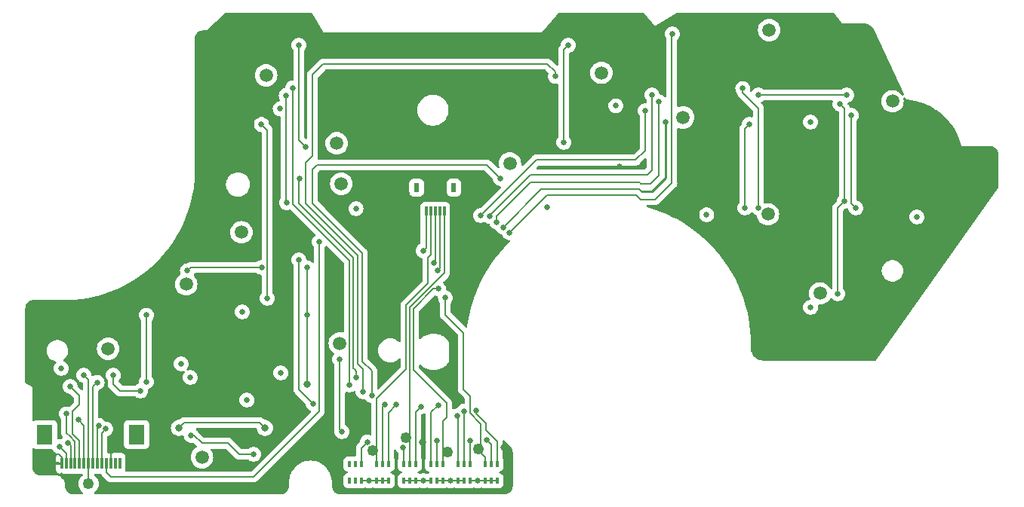
<source format=gbr>
G04 #@! TF.GenerationSoftware,KiCad,Pcbnew,7.0.2*
G04 #@! TF.CreationDate,2023-05-26T20:48:34-07:00*
G04 #@! TF.ProjectId,procon_gcc_button_board,70726f63-6f6e-45f6-9763-635f62757474,rev?*
G04 #@! TF.SameCoordinates,Original*
G04 #@! TF.FileFunction,Copper,L4,Bot*
G04 #@! TF.FilePolarity,Positive*
%FSLAX46Y46*%
G04 Gerber Fmt 4.6, Leading zero omitted, Abs format (unit mm)*
G04 Created by KiCad (PCBNEW 7.0.2) date 2023-05-26 20:48:34*
%MOMM*%
%LPD*%
G01*
G04 APERTURE LIST*
G04 #@! TA.AperFunction,SMDPad,CuDef*
%ADD10R,0.400000X0.650000*%
G04 #@! TD*
G04 #@! TA.AperFunction,SMDPad,CuDef*
%ADD11R,0.600000X1.000000*%
G04 #@! TD*
G04 #@! TA.AperFunction,SMDPad,CuDef*
%ADD12R,0.300000X1.000000*%
G04 #@! TD*
G04 #@! TA.AperFunction,SMDPad,CuDef*
%ADD13R,0.300000X1.300000*%
G04 #@! TD*
G04 #@! TA.AperFunction,SMDPad,CuDef*
%ADD14R,1.800000X2.200000*%
G04 #@! TD*
G04 #@! TA.AperFunction,ViaPad*
%ADD15C,0.800000*%
G04 #@! TD*
G04 #@! TA.AperFunction,ViaPad*
%ADD16C,0.650000*%
G04 #@! TD*
G04 #@! TA.AperFunction,ViaPad*
%ADD17C,1.500000*%
G04 #@! TD*
G04 #@! TA.AperFunction,ViaPad*
%ADD18C,1.250000*%
G04 #@! TD*
G04 #@! TA.AperFunction,Conductor*
%ADD19C,0.200000*%
G04 #@! TD*
G04 #@! TA.AperFunction,Conductor*
%ADD20C,0.250000*%
G04 #@! TD*
G04 APERTURE END LIST*
D10*
X150072720Y-165209612D03*
X149422720Y-165209612D03*
X148772720Y-165209612D03*
X148772720Y-163309612D03*
X149422720Y-163309612D03*
X150072720Y-163309612D03*
X147024720Y-165209612D03*
X146374720Y-165209612D03*
X145724720Y-165209612D03*
X145724720Y-163309612D03*
X146374720Y-163309612D03*
X147024720Y-163309612D03*
X137880720Y-165209612D03*
X137230720Y-165209612D03*
X136580720Y-165209612D03*
X136580720Y-163309612D03*
X137230720Y-163309612D03*
X137880720Y-163309612D03*
X140928720Y-165209612D03*
X140278720Y-165209612D03*
X139628720Y-165209612D03*
X139628720Y-163309612D03*
X140278720Y-163309612D03*
X140928720Y-163309612D03*
X134832720Y-165209612D03*
X134182720Y-165209612D03*
X133532720Y-165209612D03*
X133532720Y-163309612D03*
X134182720Y-163309612D03*
X134832720Y-163309612D03*
X143976720Y-165209612D03*
X143326720Y-165209612D03*
X142676720Y-165209612D03*
X142676720Y-163309612D03*
X143326720Y-163309612D03*
X143976720Y-163309612D03*
D11*
X141033000Y-132246000D03*
X145213000Y-132246000D03*
D12*
X142123000Y-134896000D03*
X142623000Y-134896000D03*
X143123000Y-134896000D03*
X143623000Y-134896000D03*
X144123000Y-134896000D03*
D13*
X101214720Y-163251644D03*
X101714720Y-163251644D03*
X102214720Y-163251644D03*
X102714720Y-163251644D03*
X103214720Y-163251644D03*
X103714720Y-163251644D03*
X104214720Y-163251644D03*
X104714720Y-163251644D03*
X105214720Y-163251644D03*
X105714720Y-163251644D03*
X106214720Y-163251644D03*
X106714720Y-163251644D03*
X107214720Y-163251644D03*
X107714720Y-163251644D03*
D14*
X99314720Y-160001644D03*
X109614720Y-160001644D03*
D15*
X143764000Y-153670000D03*
X126562720Y-138605612D03*
D16*
X99384720Y-162735612D03*
X181680720Y-123873612D03*
X122498720Y-121841612D03*
D15*
X141710917Y-160887606D03*
D16*
X106750720Y-161465612D03*
X118942720Y-153337612D03*
X169418000Y-133731000D03*
D15*
X107258720Y-156385612D03*
X124125528Y-160812249D03*
D16*
X115132720Y-148511612D03*
D15*
X125038720Y-156893612D03*
X185894937Y-135051757D03*
X190125683Y-139881547D03*
X190062720Y-138097612D03*
D16*
X113919000Y-156337000D03*
D15*
X131388720Y-155115612D03*
D16*
X117926720Y-145463612D03*
X130372720Y-133271612D03*
X160090720Y-121841612D03*
D15*
X129356720Y-159687612D03*
X115132720Y-161973612D03*
D16*
X149860000Y-132461000D03*
D15*
X150842087Y-161464691D03*
D16*
X181198902Y-144250066D03*
X147193000Y-142875000D03*
X123514720Y-148511612D03*
X163830000Y-129921000D03*
D15*
X125546720Y-140383612D03*
D16*
X193432979Y-134393539D03*
D15*
X122755581Y-138503280D03*
D16*
X138303000Y-134493000D03*
X100946952Y-161373173D03*
X115640720Y-153591612D03*
X121990720Y-156131612D03*
X185236720Y-145717612D03*
X125800720Y-153083612D03*
X125726872Y-123395697D03*
X155693975Y-134493000D03*
X173579679Y-135300648D03*
X163392720Y-123063000D03*
X197174720Y-135557612D03*
X121482720Y-146225612D03*
X185236720Y-124889612D03*
X134239000Y-134620000D03*
X101924720Y-160957612D03*
X114624720Y-152067612D03*
X101162720Y-152575612D03*
X147898720Y-165209612D03*
X101747324Y-157686249D03*
X102178720Y-154607612D03*
X158058720Y-116253612D03*
X157550720Y-127175612D03*
X127832720Y-116253612D03*
D17*
X132070667Y-127270703D03*
D16*
X128594720Y-127683612D03*
X103080657Y-158348830D03*
X144850720Y-165209612D03*
X103702720Y-153337612D03*
D18*
X104227219Y-165552532D03*
D16*
X143009050Y-140716947D03*
D15*
X128727900Y-154353612D03*
D16*
X105199223Y-154153663D03*
X110727900Y-146596924D03*
X115316000Y-141605000D03*
X128736649Y-146524700D03*
D17*
X115189000Y-143129000D03*
D15*
X124022720Y-159253572D03*
D16*
X123638935Y-141228354D03*
X128714653Y-141267635D03*
D15*
X114370720Y-159253572D03*
D16*
X110706298Y-154065640D03*
X105357449Y-158975997D03*
X141802720Y-165209612D03*
X135706720Y-165209612D03*
X106157243Y-159380831D03*
D17*
X186309000Y-144145000D03*
D16*
X188284720Y-144193612D03*
X148228722Y-135386049D03*
X188538720Y-122857612D03*
X130118720Y-138351612D03*
X189046720Y-133779612D03*
X166694720Y-123619612D03*
D18*
X147987385Y-161597812D03*
D16*
X141753211Y-139354258D03*
X144272000Y-144653000D03*
D18*
X136143221Y-161833702D03*
X144500157Y-161945912D03*
D16*
X143425971Y-141587729D03*
X143510000Y-143637000D03*
D18*
X139885396Y-160369374D03*
D16*
X135028817Y-155203798D03*
D17*
X161772602Y-119345941D03*
D16*
X156591000Y-119761000D03*
X148919230Y-160614197D03*
X147736989Y-157287885D03*
D17*
X180594000Y-114554000D03*
D16*
X151434800Y-137312400D03*
X169742720Y-114983612D03*
X135996469Y-155618506D03*
X150438720Y-131239612D03*
D17*
X151511000Y-129540000D03*
D16*
X145612720Y-157909612D03*
D17*
X170924659Y-124371252D03*
D16*
X168980720Y-124889612D03*
X146374376Y-157366877D03*
X150759534Y-136710860D03*
X147074758Y-160698843D03*
X127832720Y-140383612D03*
X129425838Y-156526572D03*
D17*
X121384754Y-137280073D03*
D16*
X143491167Y-156695445D03*
X150030902Y-136134071D03*
X179394720Y-121841612D03*
D17*
X194437000Y-122555000D03*
D16*
X189300720Y-121841612D03*
X168218720Y-122603612D03*
D17*
X116954758Y-162557703D03*
D16*
X143326720Y-160703612D03*
X132658720Y-159687612D03*
D17*
X132416626Y-149752890D03*
D16*
X139515616Y-161471318D03*
X132404720Y-151559612D03*
X127140349Y-121050669D03*
X133468723Y-154436917D03*
X141548720Y-156893612D03*
D17*
X124148000Y-119635612D03*
D16*
X137484720Y-156639612D03*
D17*
X132588000Y-131826000D03*
D16*
X127905066Y-131272542D03*
X134284974Y-153564714D03*
D17*
X180467000Y-135255000D03*
D16*
X149261976Y-135483192D03*
X177634335Y-121110921D03*
X138771393Y-156665823D03*
X179394720Y-134541612D03*
X167456720Y-121841612D03*
X135499804Y-160857483D03*
X110052720Y-155115612D03*
D17*
X106426000Y-150368000D03*
D16*
X122752720Y-162227612D03*
X107004720Y-153337612D03*
X115739662Y-160096670D03*
X124276720Y-144701612D03*
X123629229Y-125152363D03*
X126400528Y-121917191D03*
X126428426Y-133955211D03*
X177870720Y-134541612D03*
X178378720Y-125143612D03*
X189808720Y-124127612D03*
X190316720Y-134541612D03*
D19*
X121110126Y-162227612D02*
X122752720Y-162227612D01*
X116951223Y-160998115D02*
X119880629Y-160998115D01*
X119880629Y-160998115D02*
X121110126Y-162227612D01*
X116049778Y-160096670D02*
X116951223Y-160998115D01*
X115739662Y-160096670D02*
X116049778Y-160096670D01*
X106714720Y-161501612D02*
X106750720Y-161465612D01*
X100908720Y-162227612D02*
X99892720Y-162227612D01*
X101214720Y-163251644D02*
X101214720Y-162533612D01*
X106714720Y-163251644D02*
X106714720Y-161501612D01*
X99892720Y-162227612D02*
X99384720Y-162735612D01*
X101214720Y-162533612D02*
X100908720Y-162227612D01*
X101714720Y-162140941D02*
X100946952Y-161373173D01*
X101714720Y-163251644D02*
X101714720Y-162140941D01*
X102214720Y-163251644D02*
X102214720Y-161247612D01*
X102214720Y-161247612D02*
X101924720Y-160957612D01*
X147024720Y-165209612D02*
X148772720Y-165209612D01*
X150072720Y-165209612D02*
X149422720Y-165209612D01*
X102149877Y-160224455D02*
X101747324Y-159821902D01*
X102714720Y-160789298D02*
X102149877Y-160224455D01*
X149422720Y-165209612D02*
X148772720Y-165209612D01*
X101747324Y-159821902D02*
X101747324Y-157686249D01*
X102714720Y-163251644D02*
X102714720Y-160789298D01*
X157550720Y-127175612D02*
X157550720Y-116761612D01*
X102432720Y-157401612D02*
X102432720Y-159941612D01*
X127832720Y-116253612D02*
X127832720Y-126921612D01*
X102178720Y-154607612D02*
X103214720Y-155643612D01*
X127832720Y-126921612D02*
X128594720Y-127683612D01*
X102432720Y-159941612D02*
X103214720Y-160723612D01*
X103214720Y-155643612D02*
X103214720Y-156619612D01*
X103214720Y-156619612D02*
X102432720Y-157401612D01*
X157550720Y-116761612D02*
X158058720Y-116253612D01*
X103214720Y-160723612D02*
X103214720Y-163251644D01*
X146374720Y-165209612D02*
X145724720Y-165209612D01*
X143976720Y-165209612D02*
X143326720Y-165209612D01*
X103714720Y-158982893D02*
X103080657Y-158348830D01*
X103714720Y-163251644D02*
X103714720Y-158982893D01*
X145724720Y-165209612D02*
X143976720Y-165209612D01*
X143161620Y-134934620D02*
X143161620Y-140564377D01*
X103702720Y-153337612D02*
X104214720Y-153849612D01*
X104214720Y-165428720D02*
X104267000Y-165481000D01*
X143161620Y-140564377D02*
X143009050Y-140716947D01*
X143123000Y-134896000D02*
X143161620Y-134934620D01*
X104214720Y-163251644D02*
X104214720Y-165428720D01*
X104214720Y-153849612D02*
X104214720Y-163251644D01*
X115692646Y-141228354D02*
X123638935Y-141228354D01*
X128714653Y-141267635D02*
X128714653Y-146502704D01*
X104714720Y-154638166D02*
X104714720Y-163251644D01*
X110727900Y-154044038D02*
X110706298Y-154065640D01*
X128714653Y-146502704D02*
X128736649Y-146524700D01*
X123440760Y-158671612D02*
X114952680Y-158671612D01*
X110727900Y-146596924D02*
X110727900Y-154044038D01*
X114952680Y-158671612D02*
X114370720Y-159253572D01*
X105199223Y-154153663D02*
X104714720Y-154638166D01*
X124022720Y-159253572D02*
X123440760Y-158671612D01*
X128736649Y-154344863D02*
X128727900Y-154353612D01*
X128736649Y-146524700D02*
X128736649Y-154344863D01*
X115316000Y-141605000D02*
X115692646Y-141228354D01*
X105214720Y-159118726D02*
X105214720Y-163251644D01*
X140278720Y-165209612D02*
X139628720Y-165209612D01*
X140928720Y-165209612D02*
X140278720Y-165209612D01*
X105357449Y-158975997D02*
X105214720Y-159118726D01*
X142676720Y-165209612D02*
X140928720Y-165209612D01*
X134832720Y-165209612D02*
X136580720Y-165209612D01*
X137230720Y-165209612D02*
X136580720Y-165209612D01*
X137880720Y-165209612D02*
X137230720Y-165209612D01*
X105714720Y-163251644D02*
X105714720Y-159823354D01*
X105714720Y-159823354D02*
X106157243Y-159380831D01*
X106214720Y-164231612D02*
X106214720Y-163251644D01*
X166694720Y-123619612D02*
X166694720Y-128072280D01*
X122752720Y-164767612D02*
X106750720Y-164767612D01*
X130118720Y-138351612D02*
X130118720Y-157401612D01*
X189046720Y-123365612D02*
X188538720Y-122857612D01*
X154455771Y-129159000D02*
X148228722Y-135386049D01*
X130118720Y-157401612D02*
X122752720Y-164767612D01*
X166694720Y-128072280D02*
X165608000Y-129159000D01*
X106750720Y-164767612D02*
X106214720Y-164231612D01*
X189046720Y-133779612D02*
X189046720Y-123365612D01*
X188284720Y-134541612D02*
X189046720Y-133779612D01*
X188284720Y-144193612D02*
X188284720Y-134541612D01*
X165608000Y-129159000D02*
X154455771Y-129159000D01*
X144272000Y-144653000D02*
X144272000Y-146558000D01*
X142087600Y-139019869D02*
X141753211Y-139354258D01*
X148261022Y-162063735D02*
X148772720Y-162575433D01*
X144272000Y-146558000D02*
X146304000Y-148590000D01*
X146304000Y-148590000D02*
X146304000Y-154940000D01*
X147038323Y-157611025D02*
X148261022Y-158833724D01*
X142123000Y-134896000D02*
X142087600Y-134931400D01*
X142087600Y-134931400D02*
X142087600Y-139019869D01*
X148261022Y-158833724D02*
X148261022Y-162063735D01*
X146304000Y-154940000D02*
X147038323Y-155674323D01*
X148772720Y-162575433D02*
X148772720Y-163309612D01*
X147038323Y-155674323D02*
X147038323Y-157611025D01*
X139865713Y-145459186D02*
X139865713Y-152701424D01*
X142310720Y-143014179D02*
X139865713Y-145459186D01*
X142661620Y-134934620D02*
X142661620Y-139778712D01*
X142661620Y-139778712D02*
X142310720Y-140129612D01*
X142623000Y-134896000D02*
X142661620Y-134934620D01*
X142310720Y-140129612D02*
X142310720Y-143014179D01*
X136580720Y-155986417D02*
X136580720Y-163309612D01*
X139865713Y-152701424D02*
X136580720Y-155986417D01*
X143623000Y-134896000D02*
X143661620Y-134934620D01*
X143661620Y-134934620D02*
X143661620Y-141352080D01*
X143661620Y-141352080D02*
X143425971Y-141587729D01*
X144432863Y-156511059D02*
X144432863Y-158073469D01*
X140683099Y-152761295D02*
X144432863Y-156511059D01*
X143510000Y-143637000D02*
X142925018Y-143637000D01*
X143976720Y-158529612D02*
X143976720Y-163309612D01*
X140683099Y-145878919D02*
X140683099Y-152761295D01*
X142925018Y-143637000D02*
X140683099Y-145878919D01*
X144432863Y-158073469D02*
X143976720Y-158529612D01*
X144161620Y-141834712D02*
X140278720Y-145717612D01*
X144161620Y-134934620D02*
X144161620Y-141834712D01*
X140278720Y-145717612D02*
X140278720Y-163309612D01*
X144123000Y-134896000D02*
X144161620Y-134934620D01*
X148919230Y-160614197D02*
X149422720Y-161117687D01*
X133674720Y-139113612D02*
X128594720Y-134033612D01*
X129356720Y-119555612D02*
X130548332Y-118364000D01*
X130548332Y-118364000D02*
X155702000Y-118364000D01*
X155702000Y-118364000D02*
X156591000Y-119253000D01*
X156591000Y-119253000D02*
X156591000Y-119761000D01*
X134436720Y-139875612D02*
X133674720Y-139113612D01*
X134436720Y-152067612D02*
X134436720Y-151305612D01*
X134436720Y-151305612D02*
X134436720Y-139875612D01*
X129356720Y-128699612D02*
X129356720Y-126159612D01*
X135028817Y-155203798D02*
X135028817Y-152659709D01*
X129102720Y-128953612D02*
X129356720Y-128699612D01*
X134690720Y-152321612D02*
X134436720Y-152067612D01*
X135028817Y-152659709D02*
X134690720Y-152321612D01*
X128594720Y-130731612D02*
X128594720Y-129461612D01*
X128594720Y-134033612D02*
X128594720Y-130731612D01*
X128594720Y-129461612D02*
X129102720Y-128953612D01*
X149422720Y-161117687D02*
X149422720Y-163309612D01*
X129356720Y-126159612D02*
X129356720Y-119555612D01*
X150072720Y-163309612D02*
X150072720Y-160747093D01*
X155651200Y-133096000D02*
X165653892Y-133096000D01*
X165653892Y-133096000D02*
X166159984Y-133602092D01*
X169671046Y-115055286D02*
X169671046Y-131222557D01*
X148860065Y-159534438D02*
X148860065Y-158757901D01*
X169742720Y-114983612D02*
X169671046Y-115055286D01*
X148860065Y-158757901D02*
X147736989Y-157634825D01*
X169671046Y-131755040D02*
X168622719Y-132803367D01*
X151434800Y-137312400D02*
X155651200Y-133096000D01*
X168622719Y-132803367D02*
X167823994Y-133602092D01*
X147736989Y-157634825D02*
X147736989Y-157287885D01*
X150072720Y-160747093D02*
X148860065Y-159534438D01*
X167823994Y-133602092D02*
X166159984Y-133602092D01*
X169671046Y-131222557D02*
X169671046Y-131755040D01*
X135996469Y-152865361D02*
X134944720Y-151813612D01*
X129864720Y-129715612D02*
X148914720Y-129715612D01*
X135996469Y-155618506D02*
X135996469Y-152865361D01*
X129356720Y-130223612D02*
X129864720Y-129715612D01*
X145724720Y-163309612D02*
X145724720Y-158021612D01*
X134944720Y-151813612D02*
X134944720Y-139621612D01*
X134944720Y-139621612D02*
X129356720Y-134033612D01*
X129356720Y-134033612D02*
X129356720Y-130223612D01*
X148914720Y-129715612D02*
X150438720Y-131239612D01*
X145724720Y-158021612D02*
X145612720Y-157909612D01*
D20*
X168980720Y-131114158D02*
X168980720Y-124889612D01*
D19*
X166007391Y-132461000D02*
X166225045Y-132678654D01*
X146374720Y-163309612D02*
X146374720Y-157367221D01*
X155009394Y-132461000D02*
X166007391Y-132461000D01*
X146374720Y-157367221D02*
X146374376Y-157366877D01*
X150759534Y-136710860D02*
X155009394Y-132461000D01*
D20*
X166225045Y-132678654D02*
X167416224Y-132678654D01*
X167416224Y-132678654D02*
X168980720Y-131114158D01*
D19*
X127832720Y-154933454D02*
X129425838Y-156526572D01*
X147024720Y-160748881D02*
X147074758Y-160698843D01*
X127832720Y-140383612D02*
X127832720Y-154933454D01*
X147024720Y-163309612D02*
X147024720Y-160748881D01*
X189300720Y-121841612D02*
X179394720Y-121841612D01*
X150030902Y-135465098D02*
X150030902Y-136123869D01*
X142676720Y-157509892D02*
X143491167Y-156695445D01*
X142676720Y-163309612D02*
X142676720Y-157509892D01*
X153797000Y-131699000D02*
X150030902Y-135465098D01*
X167299354Y-131826000D02*
X166186720Y-131826000D01*
X168218720Y-130906634D02*
X167299354Y-131826000D01*
X168218720Y-122603612D02*
X168218720Y-130906634D01*
X166059720Y-131699000D02*
X153797000Y-131699000D01*
X166186720Y-131826000D02*
X166059720Y-131699000D01*
X143326720Y-163309612D02*
X143326720Y-160703612D01*
X139515616Y-161471318D02*
X139628720Y-161584422D01*
X132404720Y-151559612D02*
X132404720Y-159433612D01*
X132404720Y-159433612D02*
X132658720Y-159687612D01*
X139628720Y-161584422D02*
X139628720Y-163309612D01*
X127140349Y-134103241D02*
X127140349Y-121050669D01*
X133468723Y-140431615D02*
X130118720Y-137081612D01*
X140928720Y-157513612D02*
X141548720Y-156893612D01*
X140928720Y-163309612D02*
X140928720Y-157513612D01*
X130118720Y-137081612D02*
X127140349Y-134103241D01*
X133468723Y-154436917D02*
X133468723Y-140431615D01*
X137230720Y-156893612D02*
X137484720Y-156639612D01*
X134284974Y-152903156D02*
X134047997Y-152666179D01*
X133928720Y-150289612D02*
X133928720Y-140129612D01*
X133928720Y-152546902D02*
X133928720Y-150289612D01*
X134047997Y-152666179D02*
X133928720Y-152546902D01*
X137230720Y-163309612D02*
X137230720Y-156893612D01*
X134284974Y-153564714D02*
X134284974Y-152903156D01*
X133928720Y-140129612D02*
X127832720Y-134033612D01*
X127832720Y-131344888D02*
X127905066Y-131272542D01*
X127832720Y-134033612D02*
X127832720Y-131344888D01*
X167456720Y-121841612D02*
X167456720Y-130287505D01*
X137880720Y-163309612D02*
X137880720Y-157556496D01*
X179394720Y-123365612D02*
X178378720Y-122349612D01*
X179394720Y-134541612D02*
X179394720Y-123365612D01*
X177634335Y-121605227D02*
X177634335Y-121110921D01*
X153820771Y-130810000D02*
X166186720Y-130810000D01*
X167456720Y-130287505D02*
X166934225Y-130810000D01*
X178378720Y-122349612D02*
X177634335Y-121605227D01*
X166934225Y-130810000D02*
X166186720Y-130810000D01*
X137880720Y-157556496D02*
X138771393Y-156665823D01*
X149261976Y-135368795D02*
X153820771Y-130810000D01*
X134832720Y-161524567D02*
X134832720Y-163309612D01*
X107004720Y-153337612D02*
X107004720Y-154353612D01*
X107766720Y-155115612D02*
X110052720Y-155115612D01*
X107004720Y-154353612D02*
X107766720Y-155115612D01*
X135499804Y-160857483D02*
X134832720Y-161524567D01*
X124276720Y-144701612D02*
X124276720Y-125799854D01*
X124276720Y-125799854D02*
X123629229Y-125152363D01*
X126400528Y-133927313D02*
X126428426Y-133955211D01*
X126400528Y-121917191D02*
X126400528Y-133927313D01*
X177870720Y-134541612D02*
X177870720Y-125651612D01*
X177870720Y-125651612D02*
X178378720Y-125143612D01*
X189808720Y-134033612D02*
X189808720Y-124127612D01*
X190316720Y-134541612D02*
X189808720Y-134033612D01*
G04 #@! TA.AperFunction,Conductor*
G36*
X98126808Y-161521310D02*
G01*
X98168516Y-161552533D01*
X98168519Y-161552534D01*
X98305514Y-161603632D01*
X98305517Y-161603632D01*
X98305519Y-161603633D01*
X98366082Y-161610144D01*
X100057464Y-161610144D01*
X100124503Y-161629829D01*
X100170258Y-161682633D01*
X100175395Y-161695827D01*
X100181317Y-161714054D01*
X100268919Y-161865788D01*
X100386161Y-161995997D01*
X100527905Y-162098981D01*
X100602356Y-162132128D01*
X100655593Y-162177378D01*
X100675915Y-162244227D01*
X100656870Y-162311451D01*
X100651189Y-162319718D01*
X100621367Y-162359555D01*
X100571120Y-162494272D01*
X100565074Y-162550511D01*
X100564720Y-162557125D01*
X100564720Y-163101644D01*
X100932220Y-163101644D01*
X100999259Y-163121329D01*
X101045014Y-163174133D01*
X101056220Y-163225644D01*
X101056220Y-163277644D01*
X101036535Y-163344683D01*
X100983731Y-163390438D01*
X100932220Y-163401644D01*
X100564720Y-163401644D01*
X100564720Y-163946162D01*
X100565074Y-163952776D01*
X100571120Y-164009015D01*
X100621367Y-164143733D01*
X100707531Y-164258832D01*
X100822630Y-164344996D01*
X100957348Y-164395243D01*
X101013587Y-164401289D01*
X101020202Y-164401644D01*
X101064720Y-164401644D01*
X101068302Y-164398061D01*
X101084405Y-164343224D01*
X101137209Y-164297469D01*
X101206367Y-164287525D01*
X101263026Y-164310994D01*
X101315032Y-164349925D01*
X101327348Y-164366377D01*
X101328401Y-164365325D01*
X101364720Y-164401644D01*
X101409227Y-164401644D01*
X101419167Y-164401111D01*
X101411499Y-164401763D01*
X101439687Y-164405175D01*
X101440032Y-164401968D01*
X101512779Y-164409789D01*
X101512780Y-164409789D01*
X101516082Y-164410144D01*
X101519392Y-164410144D01*
X101910048Y-164410144D01*
X101913358Y-164410144D01*
X101916657Y-164409789D01*
X101916662Y-164409789D01*
X101951465Y-164406048D01*
X101977975Y-164406048D01*
X102012777Y-164409789D01*
X102012783Y-164409789D01*
X102016082Y-164410144D01*
X102019392Y-164410144D01*
X102410034Y-164410144D01*
X102413358Y-164410144D01*
X102451465Y-164406047D01*
X102477970Y-164406047D01*
X102512779Y-164409789D01*
X102512780Y-164409789D01*
X102516082Y-164410144D01*
X102519392Y-164410144D01*
X102910034Y-164410144D01*
X102913358Y-164410144D01*
X102951465Y-164406047D01*
X102977970Y-164406047D01*
X103012779Y-164409789D01*
X103012780Y-164409789D01*
X103016082Y-164410144D01*
X103019392Y-164410144D01*
X103410048Y-164410144D01*
X103413358Y-164410144D01*
X103416657Y-164409789D01*
X103416662Y-164409789D01*
X103451465Y-164406048D01*
X103477972Y-164406047D01*
X103488061Y-164407131D01*
X103495472Y-164407928D01*
X103560024Y-164434664D01*
X103599873Y-164492056D01*
X103606220Y-164531218D01*
X103606220Y-164534781D01*
X103586535Y-164601820D01*
X103547500Y-164640207D01*
X103541206Y-164644103D01*
X103385962Y-164785628D01*
X103259366Y-164953267D01*
X103165733Y-165141309D01*
X103108245Y-165343357D01*
X103088863Y-165552532D01*
X103108245Y-165761706D01*
X103165733Y-165963754D01*
X103259366Y-166151796D01*
X103385962Y-166319435D01*
X103385964Y-166319437D01*
X103541206Y-166460960D01*
X103549464Y-166466073D01*
X103596099Y-166518102D01*
X103607203Y-166587083D01*
X103579249Y-166651118D01*
X103521114Y-166689874D01*
X103484186Y-166695500D01*
X102484093Y-166695500D01*
X102471939Y-166694903D01*
X102314671Y-166679413D01*
X102290830Y-166674671D01*
X102145462Y-166630575D01*
X102123005Y-166621273D01*
X101989035Y-166549663D01*
X101968824Y-166536159D01*
X101851398Y-166439791D01*
X101834208Y-166422601D01*
X101749544Y-166319437D01*
X101737839Y-166305174D01*
X101724336Y-166284965D01*
X101712525Y-166262868D01*
X101652724Y-166150989D01*
X101643427Y-166128544D01*
X101599326Y-165983163D01*
X101594587Y-165959335D01*
X101579097Y-165802061D01*
X101578500Y-165789907D01*
X101578500Y-165599718D01*
X101564534Y-165520516D01*
X101545062Y-165410082D01*
X101479202Y-165229132D01*
X101479202Y-165229131D01*
X101382921Y-165062367D01*
X101326446Y-164995064D01*
X101259144Y-164914856D01*
X101191840Y-164858381D01*
X101111632Y-164791078D01*
X100944868Y-164694797D01*
X100763918Y-164628938D01*
X100574282Y-164595500D01*
X100574281Y-164595500D01*
X100493917Y-164595500D01*
X98834093Y-164595500D01*
X98821939Y-164594903D01*
X98664671Y-164579413D01*
X98640830Y-164574671D01*
X98495462Y-164530575D01*
X98473005Y-164521273D01*
X98372533Y-164467569D01*
X98339034Y-164449663D01*
X98318824Y-164436159D01*
X98260110Y-164387974D01*
X98201397Y-164339790D01*
X98184208Y-164322601D01*
X98183629Y-164321896D01*
X98087839Y-164205174D01*
X98074336Y-164184965D01*
X98060517Y-164159112D01*
X98002724Y-164050989D01*
X97993427Y-164028544D01*
X97949326Y-163883163D01*
X97944587Y-163859335D01*
X97929097Y-163702061D01*
X97928500Y-163689907D01*
X97928500Y-161620579D01*
X97948185Y-161553540D01*
X98000989Y-161507785D01*
X98070147Y-161497841D01*
X98126808Y-161521310D01*
G37*
G04 #@! TD.AperFunction*
G04 #@! TA.AperFunction,Conductor*
G36*
X129286932Y-112616185D02*
G01*
X129326648Y-112657418D01*
X130536808Y-114705380D01*
X130547000Y-114727966D01*
X130547500Y-114728654D01*
X130560454Y-114746484D01*
X130566881Y-114756273D01*
X130571998Y-114764933D01*
X130581240Y-114775093D01*
X130585887Y-114781489D01*
X130595311Y-114788336D01*
X130605995Y-114792963D01*
X130605997Y-114792965D01*
X130613865Y-114793711D01*
X130627316Y-114796500D01*
X130632083Y-114796500D01*
X130637380Y-114796500D01*
X130649094Y-114797054D01*
X130671014Y-114799135D01*
X130671015Y-114799134D01*
X130671854Y-114799214D01*
X130696491Y-114796500D01*
X155040039Y-114796500D01*
X155048820Y-114796810D01*
X155073456Y-114798560D01*
X155077874Y-114795805D01*
X155105159Y-114783098D01*
X155110112Y-114781490D01*
X155124629Y-114761507D01*
X155130024Y-114754609D01*
X156677046Y-112914908D01*
X156907636Y-112640694D01*
X156965849Y-112602053D01*
X157002541Y-112596500D01*
X166442850Y-112596500D01*
X166509889Y-112616185D01*
X166538108Y-112641116D01*
X167455476Y-113741958D01*
X167710995Y-114048581D01*
X167720886Y-114062241D01*
X167730081Y-114076953D01*
X167730082Y-114076953D01*
X167730083Y-114076955D01*
X167741785Y-114081681D01*
X167761399Y-114091715D01*
X167772088Y-114098445D01*
X167772091Y-114098444D01*
X167781238Y-114100758D01*
X167790637Y-114101414D01*
X167790639Y-114101415D01*
X167802884Y-114098360D01*
X167824666Y-114094946D01*
X167837253Y-114094110D01*
X167850580Y-114083003D01*
X167864226Y-114073122D01*
X170196666Y-112615347D01*
X170262386Y-112596500D01*
X187739394Y-112596500D01*
X187806433Y-112616185D01*
X187836616Y-112643533D01*
X188716326Y-113754746D01*
X188719422Y-113758827D01*
X188735887Y-113781489D01*
X188735888Y-113781490D01*
X188737630Y-113782056D01*
X188767991Y-113796743D01*
X188769507Y-113797751D01*
X188769525Y-113797763D01*
X188796662Y-113796640D01*
X188797509Y-113796606D01*
X188802631Y-113796500D01*
X191155671Y-113796500D01*
X191178171Y-113796500D01*
X191187027Y-113796817D01*
X191373144Y-113810143D01*
X191390665Y-113812665D01*
X191568657Y-113851431D01*
X191585648Y-113856426D01*
X191756297Y-113920157D01*
X191772393Y-113927517D01*
X191932228Y-114014914D01*
X191947112Y-114024494D01*
X191997703Y-114062425D01*
X192092850Y-114133763D01*
X192106226Y-114145373D01*
X192234917Y-114274299D01*
X192246501Y-114287694D01*
X192345543Y-114420298D01*
X192355498Y-114433626D01*
X192365058Y-114448538D01*
X192454221Y-114612315D01*
X192458170Y-114620230D01*
X192458653Y-114621291D01*
X195689551Y-121720969D01*
X195699402Y-121790140D01*
X195670293Y-121853657D01*
X195611464Y-121891354D01*
X195541595Y-121891261D01*
X195482867Y-121853408D01*
X195475118Y-121843460D01*
X195404749Y-121742962D01*
X195249038Y-121587251D01*
X195068654Y-121460944D01*
X194976636Y-121418035D01*
X194869077Y-121367880D01*
X194656368Y-121310884D01*
X194437000Y-121291692D01*
X194217631Y-121310884D01*
X194004922Y-121367880D01*
X193875603Y-121428183D01*
X193805347Y-121460944D01*
X193640589Y-121576309D01*
X193624958Y-121587254D01*
X193469254Y-121742958D01*
X193469251Y-121742961D01*
X193469251Y-121742962D01*
X193343932Y-121921937D01*
X193342943Y-121923349D01*
X193249880Y-122122922D01*
X193192884Y-122335631D01*
X193173692Y-122555000D01*
X193192884Y-122774368D01*
X193249880Y-122987077D01*
X193264076Y-123017520D01*
X193342944Y-123186654D01*
X193469251Y-123367038D01*
X193624962Y-123522749D01*
X193805346Y-123649056D01*
X194004924Y-123742120D01*
X194217629Y-123799115D01*
X194345946Y-123810341D01*
X194436999Y-123818307D01*
X194436999Y-123818306D01*
X194437000Y-123818307D01*
X194656371Y-123799115D01*
X194869076Y-123742120D01*
X195068654Y-123649056D01*
X195249038Y-123522749D01*
X195404749Y-123367038D01*
X195531056Y-123186654D01*
X195624120Y-122987076D01*
X195681115Y-122774371D01*
X195700307Y-122555000D01*
X195695642Y-122501678D01*
X195681115Y-122335627D01*
X195656002Y-122241908D01*
X195657663Y-122172058D01*
X195696825Y-122114195D01*
X195761053Y-122086690D01*
X195829956Y-122098276D01*
X195881656Y-122145274D01*
X195888639Y-122158451D01*
X195899581Y-122182494D01*
X195936094Y-122262730D01*
X195939041Y-122269204D01*
X195940646Y-122274304D01*
X195945684Y-122284886D01*
X195945684Y-122284887D01*
X195956876Y-122308396D01*
X195963119Y-122322114D01*
X195963120Y-122322115D01*
X195967706Y-122332191D01*
X195968833Y-122333514D01*
X195969968Y-122334295D01*
X195991122Y-122352707D01*
X195995915Y-122357943D01*
X195995916Y-122357943D01*
X195998053Y-122359154D01*
X196004261Y-122360880D01*
X196013196Y-122364051D01*
X196013198Y-122364052D01*
X196026382Y-122365099D01*
X196041343Y-122367211D01*
X196059906Y-122370999D01*
X196061778Y-122371381D01*
X196084938Y-122371417D01*
X196124906Y-122376075D01*
X196534169Y-122423772D01*
X196543149Y-122425154D01*
X197027252Y-122518029D01*
X197036098Y-122520065D01*
X197512077Y-122648252D01*
X197520752Y-122650934D01*
X197986024Y-122813735D01*
X197994493Y-122817053D01*
X198331423Y-122963540D01*
X198446521Y-123013581D01*
X198454741Y-123017520D01*
X198482046Y-123031862D01*
X198873075Y-123237249D01*
X198891109Y-123246721D01*
X198899017Y-123251253D01*
X199317371Y-123511889D01*
X199324926Y-123516990D01*
X199711309Y-123799115D01*
X199723000Y-123807651D01*
X199730159Y-123813293D01*
X200105805Y-124132409D01*
X200112530Y-124138561D01*
X200463734Y-124484422D01*
X200469988Y-124491052D01*
X200794818Y-124861754D01*
X200800570Y-124868826D01*
X201097304Y-125262405D01*
X201102520Y-125269880D01*
X201369537Y-125684187D01*
X201374190Y-125692025D01*
X201610053Y-126124832D01*
X201614117Y-126132990D01*
X201817550Y-126581949D01*
X201821004Y-126590384D01*
X201971918Y-127001361D01*
X201990904Y-127053063D01*
X201993728Y-127061722D01*
X202116159Y-127490071D01*
X202122726Y-127513046D01*
X202127500Y-127547123D01*
X202127500Y-127548654D01*
X202128262Y-127550999D01*
X202130007Y-127553747D01*
X202136862Y-127566192D01*
X202136863Y-127566193D01*
X202136864Y-127566195D01*
X202144857Y-127574517D01*
X202155739Y-127587522D01*
X202165889Y-127601491D01*
X202168514Y-127603399D01*
X202174170Y-127605037D01*
X202174171Y-127605038D01*
X202196609Y-127611537D01*
X202200390Y-127612700D01*
X202222729Y-127619960D01*
X202225899Y-127620023D01*
X202225902Y-127620024D01*
X202225904Y-127620023D01*
X202226183Y-127620029D01*
X202255257Y-127616500D01*
X205401071Y-127616500D01*
X205421907Y-127616500D01*
X205434061Y-127617097D01*
X205591335Y-127632587D01*
X205615163Y-127637326D01*
X205760544Y-127681427D01*
X205782989Y-127690724D01*
X205916967Y-127762337D01*
X205937174Y-127775839D01*
X205964708Y-127798436D01*
X206054601Y-127872208D01*
X206071791Y-127889398D01*
X206168159Y-128006824D01*
X206181663Y-128027034D01*
X206253272Y-128161003D01*
X206262575Y-128183462D01*
X206306671Y-128328830D01*
X206311413Y-128352671D01*
X206326902Y-128509938D01*
X206327499Y-128522092D01*
X206327499Y-132174746D01*
X206307814Y-132241785D01*
X206304803Y-132246255D01*
X192612978Y-151643009D01*
X192558236Y-151686426D01*
X192511674Y-151695500D01*
X179959501Y-151695500D01*
X179959493Y-151695499D01*
X179945059Y-151695499D01*
X179923001Y-151695499D01*
X179913275Y-151695117D01*
X179851227Y-151690235D01*
X179708922Y-151679038D01*
X179689704Y-151675994D01*
X179495146Y-151629288D01*
X179476640Y-151623276D01*
X179291772Y-151546705D01*
X179274435Y-151537871D01*
X179138999Y-151454879D01*
X179103833Y-151433329D01*
X179088093Y-151421894D01*
X178935936Y-151291943D01*
X178922176Y-151278184D01*
X178915646Y-151270538D01*
X178792226Y-151126035D01*
X178780791Y-151110296D01*
X178754254Y-151066993D01*
X178676239Y-150939687D01*
X178667406Y-150922350D01*
X178590835Y-150737494D01*
X178584822Y-150718989D01*
X178553222Y-150587368D01*
X178538109Y-150524422D01*
X178535066Y-150505206D01*
X178526078Y-150391007D01*
X178519161Y-150303125D01*
X178518840Y-150289587D01*
X178530572Y-149911377D01*
X178516871Y-149135651D01*
X178465477Y-148361508D01*
X178376511Y-147590779D01*
X178250185Y-146825286D01*
X178086797Y-146066838D01*
X177886733Y-145317230D01*
X177650465Y-144578233D01*
X177378554Y-143851595D01*
X177071641Y-143139035D01*
X176730453Y-142442236D01*
X176355796Y-141762846D01*
X175948556Y-141102472D01*
X175509696Y-140462675D01*
X175040253Y-139844968D01*
X175039284Y-139843814D01*
X175039272Y-139843799D01*
X174542310Y-139251969D01*
X174542300Y-139251958D01*
X174541338Y-139250812D01*
X174014130Y-138681611D01*
X174013078Y-138680581D01*
X174013060Y-138680562D01*
X173460956Y-138139770D01*
X173459875Y-138138711D01*
X173426965Y-138109473D01*
X173208720Y-137915578D01*
X173208617Y-137915413D01*
X173145137Y-137858996D01*
X172876064Y-137619862D01*
X172844108Y-137594169D01*
X172264472Y-137128138D01*
X172264464Y-137128131D01*
X172263295Y-137127192D01*
X171626999Y-136665307D01*
X171601146Y-136648420D01*
X170969994Y-136236160D01*
X170969979Y-136236151D01*
X170968721Y-136235329D01*
X170290060Y-135838303D01*
X169680042Y-135520687D01*
X169594024Y-135475900D01*
X169594020Y-135475898D01*
X169592664Y-135475192D01*
X169392832Y-135383361D01*
X169212839Y-135300647D01*
X172741588Y-135300647D01*
X172759902Y-135474898D01*
X172814044Y-135641530D01*
X172901646Y-135793263D01*
X173018888Y-135923472D01*
X173160633Y-136026456D01*
X173320697Y-136097721D01*
X173492073Y-136134148D01*
X173492075Y-136134148D01*
X173667285Y-136134148D01*
X173838660Y-136097721D01*
X173838661Y-136097720D01*
X173838663Y-136097720D01*
X173998725Y-136026456D01*
X174140471Y-135923471D01*
X174257709Y-135793266D01*
X174257754Y-135793189D01*
X174345313Y-135641530D01*
X174372580Y-135557611D01*
X174399456Y-135474897D01*
X174417770Y-135300648D01*
X174399456Y-135126399D01*
X174361706Y-135010218D01*
X174345313Y-134959765D01*
X174257711Y-134808032D01*
X174190072Y-134732912D01*
X174140471Y-134677825D01*
X174140470Y-134677824D01*
X174140469Y-134677823D01*
X173998724Y-134574839D01*
X173838660Y-134503574D01*
X173667285Y-134467148D01*
X173667283Y-134467148D01*
X173492075Y-134467148D01*
X173492073Y-134467148D01*
X173320697Y-134503574D01*
X173160631Y-134574840D01*
X173018890Y-134677821D01*
X172901646Y-134808032D01*
X172814044Y-134959765D01*
X172759902Y-135126397D01*
X172741588Y-135300647D01*
X169212839Y-135300647D01*
X168879620Y-135147519D01*
X168879615Y-135147516D01*
X168878227Y-135146879D01*
X168148484Y-134854160D01*
X168147074Y-134853673D01*
X168147051Y-134853665D01*
X167406642Y-134598242D01*
X167406615Y-134598233D01*
X167405205Y-134597747D01*
X167403786Y-134597334D01*
X167403753Y-134597324D01*
X166909572Y-134453663D01*
X166850693Y-134416047D01*
X166821497Y-134352569D01*
X166831254Y-134283384D01*
X166876867Y-134230457D01*
X166943853Y-134210592D01*
X167775989Y-134210592D01*
X167792173Y-134211652D01*
X167823994Y-134215842D01*
X167863874Y-134210592D01*
X167863879Y-134210592D01*
X167963450Y-134197483D01*
X167982845Y-134194930D01*
X168130870Y-134133616D01*
X168226066Y-134060569D01*
X168226066Y-134060567D01*
X168242358Y-134048067D01*
X168242359Y-134048065D01*
X168257981Y-134036079D01*
X168277530Y-134010601D01*
X168288210Y-133998423D01*
X169081197Y-133205438D01*
X169081197Y-133205437D01*
X170067378Y-132219255D01*
X170079556Y-132208575D01*
X170105033Y-132189027D01*
X170117016Y-132173410D01*
X170117019Y-132173407D01*
X170129521Y-132157112D01*
X170129523Y-132157112D01*
X170198975Y-132066599D01*
X170206608Y-132057579D01*
X170209042Y-132054965D01*
X170212508Y-132048962D01*
X170215660Y-132044853D01*
X170215421Y-132043477D01*
X170224067Y-132010016D01*
X170263884Y-131913890D01*
X170279546Y-131794925D01*
X170279546Y-131794917D01*
X170284796Y-131755040D01*
X170280606Y-131723219D01*
X170279546Y-131707035D01*
X170279546Y-131480753D01*
X170279546Y-131182672D01*
X170279545Y-131182671D01*
X170279545Y-125653668D01*
X170299230Y-125586633D01*
X170352034Y-125540878D01*
X170421192Y-125530934D01*
X170455950Y-125541290D01*
X170492583Y-125558372D01*
X170705288Y-125615367D01*
X170924659Y-125634559D01*
X171144030Y-125615367D01*
X171356735Y-125558372D01*
X171556313Y-125465308D01*
X171736697Y-125339001D01*
X171892408Y-125183290D01*
X172018715Y-125002906D01*
X172111779Y-124803328D01*
X172168774Y-124590623D01*
X172187966Y-124371252D01*
X172186569Y-124355289D01*
X172178827Y-124266785D01*
X172168774Y-124151881D01*
X172111779Y-123939176D01*
X172018715Y-123739599D01*
X171892408Y-123559214D01*
X171736697Y-123403503D01*
X171556313Y-123277196D01*
X171464295Y-123234287D01*
X171356736Y-123184132D01*
X171144027Y-123127136D01*
X170924659Y-123107944D01*
X170705290Y-123127136D01*
X170492583Y-123184132D01*
X170455950Y-123201214D01*
X170386872Y-123211705D01*
X170323088Y-123183184D01*
X170284849Y-123124708D01*
X170279546Y-123088831D01*
X170279546Y-121110921D01*
X176796244Y-121110921D01*
X176814558Y-121285171D01*
X176868700Y-121451803D01*
X176956304Y-121603539D01*
X177005568Y-121658252D01*
X177035798Y-121721244D01*
X177036357Y-121725037D01*
X177041497Y-121764078D01*
X177102810Y-121912102D01*
X177175831Y-122007265D01*
X177175848Y-122007287D01*
X177175858Y-122007299D01*
X177175860Y-122007301D01*
X177189884Y-122025577D01*
X177200349Y-122039215D01*
X177225813Y-122058754D01*
X177238008Y-122069449D01*
X178749901Y-123581342D01*
X178783386Y-123642665D01*
X178786220Y-123669023D01*
X178786220Y-124224980D01*
X178766535Y-124292019D01*
X178713731Y-124337774D01*
X178644573Y-124347718D01*
X178636439Y-124346270D01*
X178466326Y-124310112D01*
X178466324Y-124310112D01*
X178291116Y-124310112D01*
X178291114Y-124310112D01*
X178119738Y-124346538D01*
X177959672Y-124417804D01*
X177817931Y-124520785D01*
X177700687Y-124650996D01*
X177613085Y-124802729D01*
X177558943Y-124969361D01*
X177547856Y-125074847D01*
X177521271Y-125139461D01*
X177512216Y-125149565D01*
X177474391Y-125187390D01*
X177462198Y-125198083D01*
X177436736Y-125217621D01*
X177436732Y-125217625D01*
X177436733Y-125217625D01*
X177412245Y-125249537D01*
X177412243Y-125249540D01*
X177409894Y-125252600D01*
X177409890Y-125252604D01*
X177339196Y-125344735D01*
X177277882Y-125492758D01*
X177277882Y-125492761D01*
X177277853Y-125492979D01*
X177262220Y-125611727D01*
X177262220Y-125611732D01*
X177261672Y-125615888D01*
X177256969Y-125651611D01*
X177261159Y-125683430D01*
X177262220Y-125699616D01*
X177262220Y-133924173D01*
X177242535Y-133991212D01*
X177230370Y-134007145D01*
X177192689Y-134048993D01*
X177105085Y-134200729D01*
X177050943Y-134367361D01*
X177032629Y-134541612D01*
X177050943Y-134715862D01*
X177105085Y-134882494D01*
X177192687Y-135034227D01*
X177309929Y-135164436D01*
X177451674Y-135267420D01*
X177611738Y-135338685D01*
X177783114Y-135375112D01*
X177783116Y-135375112D01*
X177958326Y-135375112D01*
X178129701Y-135338685D01*
X178129702Y-135338684D01*
X178129704Y-135338684D01*
X178289766Y-135267420D01*
X178431512Y-135164435D01*
X178540569Y-135043315D01*
X178600057Y-135006666D01*
X178669914Y-135007997D01*
X178724870Y-135043315D01*
X178833926Y-135164434D01*
X178941819Y-135242823D01*
X178975674Y-135267420D01*
X178999239Y-135277912D01*
X179147337Y-135343849D01*
X179200574Y-135389099D01*
X179220430Y-135446320D01*
X179222884Y-135474368D01*
X179279880Y-135687077D01*
X179300763Y-135731861D01*
X179372944Y-135886654D01*
X179499251Y-136067038D01*
X179654962Y-136222749D01*
X179835346Y-136349056D01*
X180034924Y-136442120D01*
X180247629Y-136499115D01*
X180467000Y-136518307D01*
X180686371Y-136499115D01*
X180899076Y-136442120D01*
X181098654Y-136349056D01*
X181279038Y-136222749D01*
X181434749Y-136067038D01*
X181561056Y-135886654D01*
X181654120Y-135687076D01*
X181711115Y-135474371D01*
X181730307Y-135255000D01*
X181711115Y-135035629D01*
X181654120Y-134822924D01*
X181561056Y-134623347D01*
X181434749Y-134442962D01*
X181279038Y-134287251D01*
X181098654Y-134160944D01*
X180942402Y-134088083D01*
X180899077Y-134067880D01*
X180686368Y-134010884D01*
X180466999Y-133991692D01*
X180247631Y-134010884D01*
X180159314Y-134034549D01*
X180089464Y-134032886D01*
X180031601Y-133993724D01*
X180004097Y-133929495D01*
X180003220Y-133914774D01*
X180003220Y-124889612D01*
X184398629Y-124889612D01*
X184416943Y-125063862D01*
X184471085Y-125230494D01*
X184558687Y-125382227D01*
X184675929Y-125512436D01*
X184817674Y-125615420D01*
X184977738Y-125686685D01*
X185149114Y-125723112D01*
X185149116Y-125723112D01*
X185324326Y-125723112D01*
X185495701Y-125686685D01*
X185495702Y-125686684D01*
X185495704Y-125686684D01*
X185655766Y-125615420D01*
X185797512Y-125512435D01*
X185914750Y-125382230D01*
X185939711Y-125338997D01*
X186002354Y-125230494D01*
X186015491Y-125190062D01*
X186056497Y-125063861D01*
X186074811Y-124889612D01*
X186056497Y-124715363D01*
X186002354Y-124548730D01*
X186002354Y-124548729D01*
X185914752Y-124396996D01*
X185841354Y-124315480D01*
X185797512Y-124266789D01*
X185797511Y-124266788D01*
X185797510Y-124266787D01*
X185655765Y-124163803D01*
X185495701Y-124092538D01*
X185324326Y-124056112D01*
X185324324Y-124056112D01*
X185149116Y-124056112D01*
X185149114Y-124056112D01*
X184977738Y-124092538D01*
X184817672Y-124163804D01*
X184675931Y-124266785D01*
X184558687Y-124396996D01*
X184471085Y-124548729D01*
X184416943Y-124715361D01*
X184398629Y-124889612D01*
X180003220Y-124889612D01*
X180003220Y-123413616D01*
X180004281Y-123397430D01*
X180008470Y-123365611D01*
X180003220Y-123325733D01*
X180003220Y-123325727D01*
X179987558Y-123206761D01*
X179984134Y-123198493D01*
X179926244Y-123058735D01*
X179853204Y-122963549D01*
X179853195Y-122963538D01*
X179846118Y-122954316D01*
X179828707Y-122931625D01*
X179803232Y-122912077D01*
X179791046Y-122901389D01*
X179694538Y-122804881D01*
X179661053Y-122743558D01*
X179666037Y-122673866D01*
X179707909Y-122617933D01*
X179731785Y-122603920D01*
X179743683Y-122598623D01*
X179813766Y-122567420D01*
X179942630Y-122473793D01*
X180008436Y-122450314D01*
X180015516Y-122450112D01*
X187624060Y-122450112D01*
X187691099Y-122469797D01*
X187736854Y-122522601D01*
X187746798Y-122591759D01*
X187741991Y-122612430D01*
X187718943Y-122683361D01*
X187700629Y-122857612D01*
X187718943Y-123031862D01*
X187773085Y-123198493D01*
X187860687Y-123350227D01*
X187977929Y-123480436D01*
X188024539Y-123514300D01*
X188119674Y-123583420D01*
X188279736Y-123654684D01*
X188340000Y-123667493D01*
X188401481Y-123700684D01*
X188435258Y-123761847D01*
X188438219Y-123788783D01*
X188438220Y-133162173D01*
X188418535Y-133229212D01*
X188406370Y-133245145D01*
X188368689Y-133286993D01*
X188281085Y-133438729D01*
X188226943Y-133605361D01*
X188215856Y-133710847D01*
X188189271Y-133775461D01*
X188180216Y-133785565D01*
X187888391Y-134077390D01*
X187876198Y-134088083D01*
X187850736Y-134107621D01*
X187830789Y-134133616D01*
X187826245Y-134139537D01*
X187826243Y-134139540D01*
X187823894Y-134142600D01*
X187823890Y-134142604D01*
X187753196Y-134234735D01*
X187691882Y-134382760D01*
X187690486Y-134393363D01*
X187676220Y-134501726D01*
X187676220Y-134501733D01*
X187670969Y-134541611D01*
X187675159Y-134573430D01*
X187676220Y-134589616D01*
X187676220Y-143539822D01*
X187656535Y-143606861D01*
X187603731Y-143652616D01*
X187534573Y-143662560D01*
X187471017Y-143633535D01*
X187439838Y-143592227D01*
X187439426Y-143591343D01*
X187403056Y-143513347D01*
X187276749Y-143332962D01*
X187121038Y-143177251D01*
X186940654Y-143050944D01*
X186838976Y-143003531D01*
X186741077Y-142957880D01*
X186528368Y-142900884D01*
X186308999Y-142881692D01*
X186089631Y-142900884D01*
X185876922Y-142957880D01*
X185677349Y-143050943D01*
X185677347Y-143050944D01*
X185565873Y-143128999D01*
X185496958Y-143177254D01*
X185341254Y-143332958D01*
X185341251Y-143332961D01*
X185341251Y-143332962D01*
X185330462Y-143348371D01*
X185214943Y-143513349D01*
X185121880Y-143712922D01*
X185064884Y-143925631D01*
X185045692Y-144145000D01*
X185064884Y-144364368D01*
X185121881Y-144577080D01*
X185188715Y-144720407D01*
X185199207Y-144789484D01*
X185170687Y-144853268D01*
X185112210Y-144891507D01*
X185102115Y-144894101D01*
X184977737Y-144920539D01*
X184817672Y-144991804D01*
X184675931Y-145094785D01*
X184558687Y-145224996D01*
X184471085Y-145376729D01*
X184416943Y-145543361D01*
X184398629Y-145717612D01*
X184416943Y-145891862D01*
X184471085Y-146058494D01*
X184558687Y-146210227D01*
X184675929Y-146340436D01*
X184817674Y-146443420D01*
X184977738Y-146514685D01*
X185149114Y-146551112D01*
X185149116Y-146551112D01*
X185324326Y-146551112D01*
X185495701Y-146514685D01*
X185495702Y-146514684D01*
X185495704Y-146514684D01*
X185655766Y-146443420D01*
X185797512Y-146340435D01*
X185914750Y-146210230D01*
X185930859Y-146182329D01*
X186002354Y-146058494D01*
X186029776Y-145974099D01*
X186056497Y-145891861D01*
X186074811Y-145717612D01*
X186056497Y-145543363D01*
X186056494Y-145543356D01*
X186055549Y-145534358D01*
X186068118Y-145465628D01*
X186115850Y-145414604D01*
X186183590Y-145397486D01*
X186189677Y-145397868D01*
X186309000Y-145408307D01*
X186528371Y-145389115D01*
X186741076Y-145332120D01*
X186940654Y-145239056D01*
X187121038Y-145112749D01*
X187276749Y-144957038D01*
X187403056Y-144776654D01*
X187421137Y-144737876D01*
X187467307Y-144685438D01*
X187534500Y-144666285D01*
X187601382Y-144686499D01*
X187625668Y-144707308D01*
X187723926Y-144816433D01*
X187723928Y-144816435D01*
X187834949Y-144897097D01*
X187865674Y-144919420D01*
X188025738Y-144990685D01*
X188197114Y-145027112D01*
X188197116Y-145027112D01*
X188372326Y-145027112D01*
X188543701Y-144990685D01*
X188543702Y-144990684D01*
X188543704Y-144990684D01*
X188703766Y-144919420D01*
X188845512Y-144816435D01*
X188962750Y-144686230D01*
X188963208Y-144685438D01*
X189050354Y-144534494D01*
X189071147Y-144470500D01*
X189104497Y-144367861D01*
X189122811Y-144193612D01*
X189104497Y-144019363D01*
X189051393Y-143855928D01*
X189050354Y-143852729D01*
X188962750Y-143700993D01*
X188925070Y-143659145D01*
X188894840Y-143596153D01*
X188893220Y-143576173D01*
X188893220Y-141596000D01*
X193222357Y-141596000D01*
X193242885Y-141817537D01*
X193303769Y-142031526D01*
X193402941Y-142230688D01*
X193537019Y-142408237D01*
X193701437Y-142558124D01*
X193890595Y-142675245D01*
X193890597Y-142675245D01*
X193890599Y-142675247D01*
X194098060Y-142755618D01*
X194316757Y-142796500D01*
X194316759Y-142796500D01*
X194539241Y-142796500D01*
X194539243Y-142796500D01*
X194757940Y-142755618D01*
X194965401Y-142675247D01*
X195154562Y-142558124D01*
X195318981Y-142408236D01*
X195453058Y-142230689D01*
X195552229Y-142031528D01*
X195553966Y-142025426D01*
X195583240Y-141922536D01*
X195613115Y-141817536D01*
X195633643Y-141596000D01*
X195613115Y-141374464D01*
X195562719Y-141197339D01*
X195552230Y-141160473D01*
X195453058Y-140961311D01*
X195318980Y-140783762D01*
X195154562Y-140633875D01*
X194965404Y-140516754D01*
X194846166Y-140470561D01*
X194757940Y-140436382D01*
X194539243Y-140395500D01*
X194316757Y-140395500D01*
X194110080Y-140434135D01*
X194098060Y-140436382D01*
X193890595Y-140516754D01*
X193701437Y-140633875D01*
X193537019Y-140783762D01*
X193402941Y-140961311D01*
X193303769Y-141160473D01*
X193242885Y-141374462D01*
X193222357Y-141596000D01*
X188893220Y-141596000D01*
X188893220Y-139213619D01*
X188893220Y-135557612D01*
X196336629Y-135557612D01*
X196345449Y-135641530D01*
X196354943Y-135731862D01*
X196409085Y-135898494D01*
X196496687Y-136050227D01*
X196613929Y-136180436D01*
X196755674Y-136283420D01*
X196915738Y-136354685D01*
X197087114Y-136391112D01*
X197087116Y-136391112D01*
X197262326Y-136391112D01*
X197433701Y-136354685D01*
X197433702Y-136354684D01*
X197433704Y-136354684D01*
X197593766Y-136283420D01*
X197735512Y-136180435D01*
X197852750Y-136050230D01*
X197858038Y-136041072D01*
X197940354Y-135898494D01*
X197960142Y-135837592D01*
X197994497Y-135731861D01*
X198012811Y-135557612D01*
X197994497Y-135383363D01*
X197964185Y-135290072D01*
X197940354Y-135216729D01*
X197852752Y-135064996D01*
X197759006Y-134960882D01*
X197735512Y-134934789D01*
X197735511Y-134934788D01*
X197735510Y-134934787D01*
X197593765Y-134831803D01*
X197433701Y-134760538D01*
X197262326Y-134724112D01*
X197262324Y-134724112D01*
X197087116Y-134724112D01*
X197087114Y-134724112D01*
X196915738Y-134760538D01*
X196755672Y-134831804D01*
X196613931Y-134934785D01*
X196496687Y-135064996D01*
X196409085Y-135216729D01*
X196354943Y-135383361D01*
X196340177Y-135523851D01*
X196336629Y-135557612D01*
X188893220Y-135557612D01*
X188893220Y-134845018D01*
X188912904Y-134777983D01*
X188929534Y-134757346D01*
X189037450Y-134649430D01*
X189098774Y-134615946D01*
X189125131Y-134613112D01*
X189134326Y-134613112D01*
X189247879Y-134588975D01*
X189305704Y-134576684D01*
X189318503Y-134570985D01*
X189387749Y-134561699D01*
X189451026Y-134591325D01*
X189488242Y-134650459D01*
X189492259Y-134671297D01*
X189493281Y-134681019D01*
X189496943Y-134715862D01*
X189551085Y-134882494D01*
X189638687Y-135034227D01*
X189755929Y-135164436D01*
X189897674Y-135267420D01*
X190057738Y-135338685D01*
X190229114Y-135375112D01*
X190229116Y-135375112D01*
X190404326Y-135375112D01*
X190575701Y-135338685D01*
X190575702Y-135338684D01*
X190575704Y-135338684D01*
X190735766Y-135267420D01*
X190877512Y-135164435D01*
X190994750Y-135034230D01*
X191009896Y-135007997D01*
X191082354Y-134882494D01*
X191091721Y-134853665D01*
X191136497Y-134715861D01*
X191154811Y-134541612D01*
X191136497Y-134367363D01*
X191100882Y-134257752D01*
X191082354Y-134200729D01*
X190994752Y-134048996D01*
X190902235Y-133946247D01*
X190877512Y-133918789D01*
X190877511Y-133918788D01*
X190877510Y-133918787D01*
X190735765Y-133815803D01*
X190575702Y-133744539D01*
X190515438Y-133731729D01*
X190453956Y-133698536D01*
X190420180Y-133637373D01*
X190417220Y-133610439D01*
X190417220Y-124745049D01*
X190436905Y-124678010D01*
X190449064Y-124662083D01*
X190486750Y-124620230D01*
X190503844Y-124590623D01*
X190574354Y-124468494D01*
X190605950Y-124371252D01*
X190628497Y-124301861D01*
X190646811Y-124127612D01*
X190628497Y-123953363D01*
X190578378Y-123799115D01*
X190574354Y-123786729D01*
X190486752Y-123634996D01*
X190369510Y-123504787D01*
X190227765Y-123401803D01*
X190067701Y-123330538D01*
X189896326Y-123294112D01*
X189896324Y-123294112D01*
X189758594Y-123294112D01*
X189691555Y-123274427D01*
X189645800Y-123221623D01*
X189644033Y-123217565D01*
X189605570Y-123124708D01*
X189578244Y-123058737D01*
X189537671Y-123005861D01*
X189505197Y-122963540D01*
X189505194Y-122963537D01*
X189498119Y-122954317D01*
X189498119Y-122954316D01*
X189490582Y-122944494D01*
X189480707Y-122931625D01*
X189455232Y-122912077D01*
X189443046Y-122901389D01*
X189408330Y-122866673D01*
X189374845Y-122805350D01*
X189379829Y-122735658D01*
X189421701Y-122679725D01*
X189470226Y-122657703D01*
X189559704Y-122638684D01*
X189719766Y-122567420D01*
X189861512Y-122464435D01*
X189978750Y-122334230D01*
X189979164Y-122333514D01*
X190066354Y-122182494D01*
X190078448Y-122145274D01*
X190120497Y-122015861D01*
X190138811Y-121841612D01*
X190120497Y-121667363D01*
X190090911Y-121576308D01*
X190066354Y-121500729D01*
X189978752Y-121348996D01*
X189920131Y-121283891D01*
X189861512Y-121218789D01*
X189861511Y-121218788D01*
X189861510Y-121218787D01*
X189719765Y-121115803D01*
X189559701Y-121044538D01*
X189388326Y-121008112D01*
X189388324Y-121008112D01*
X189213116Y-121008112D01*
X189213114Y-121008112D01*
X189041738Y-121044538D01*
X188881675Y-121115803D01*
X188752810Y-121209430D01*
X188687003Y-121232910D01*
X188679924Y-121233112D01*
X180015516Y-121233112D01*
X179948477Y-121213427D01*
X179942638Y-121209435D01*
X179813766Y-121115804D01*
X179813765Y-121115803D01*
X179653701Y-121044538D01*
X179482326Y-121008112D01*
X179482324Y-121008112D01*
X179307116Y-121008112D01*
X179307114Y-121008112D01*
X179135738Y-121044538D01*
X178975672Y-121115804D01*
X178833931Y-121218785D01*
X178716687Y-121348996D01*
X178658589Y-121449627D01*
X178608022Y-121497843D01*
X178539415Y-121511066D01*
X178474550Y-121485098D01*
X178434022Y-121428183D01*
X178430697Y-121358393D01*
X178433263Y-121349333D01*
X178454112Y-121285170D01*
X178472426Y-121110921D01*
X178454112Y-120936672D01*
X178399969Y-120770039D01*
X178399969Y-120770038D01*
X178312367Y-120618305D01*
X178195125Y-120488096D01*
X178053380Y-120385112D01*
X177893316Y-120313847D01*
X177721941Y-120277421D01*
X177721939Y-120277421D01*
X177546731Y-120277421D01*
X177546729Y-120277421D01*
X177375353Y-120313847D01*
X177215287Y-120385113D01*
X177073546Y-120488094D01*
X176956302Y-120618305D01*
X176868700Y-120770038D01*
X176814558Y-120936670D01*
X176796244Y-121110921D01*
X170279546Y-121110921D01*
X170279546Y-115680651D01*
X170299231Y-115613612D01*
X170311397Y-115597678D01*
X170420750Y-115476230D01*
X170508354Y-115324494D01*
X170553467Y-115185651D01*
X170562497Y-115157861D01*
X170580811Y-114983612D01*
X170562497Y-114809363D01*
X170531789Y-114714856D01*
X170508354Y-114642729D01*
X170457127Y-114554000D01*
X179330692Y-114554000D01*
X179349884Y-114773368D01*
X179406880Y-114986077D01*
X179426957Y-115029132D01*
X179499944Y-115185654D01*
X179626251Y-115366038D01*
X179781962Y-115521749D01*
X179962346Y-115648056D01*
X180161924Y-115741120D01*
X180374629Y-115798115D01*
X180594000Y-115817307D01*
X180813371Y-115798115D01*
X181026076Y-115741120D01*
X181225654Y-115648056D01*
X181406038Y-115521749D01*
X181561749Y-115366038D01*
X181688056Y-115185654D01*
X181781120Y-114986076D01*
X181838115Y-114773371D01*
X181857307Y-114554000D01*
X181838115Y-114334629D01*
X181781120Y-114121924D01*
X181688056Y-113922347D01*
X181561749Y-113741962D01*
X181406038Y-113586251D01*
X181225654Y-113459944D01*
X181133636Y-113417035D01*
X181026077Y-113366880D01*
X180813368Y-113309884D01*
X180594000Y-113290692D01*
X180374631Y-113309884D01*
X180161922Y-113366880D01*
X179962349Y-113459943D01*
X179962347Y-113459944D01*
X179781962Y-113586251D01*
X179781958Y-113586254D01*
X179626254Y-113741958D01*
X179626251Y-113741961D01*
X179626251Y-113741962D01*
X179578066Y-113810778D01*
X179499943Y-113922349D01*
X179406880Y-114121922D01*
X179349884Y-114334631D01*
X179330692Y-114554000D01*
X170457127Y-114554000D01*
X170420752Y-114490996D01*
X170303510Y-114360787D01*
X170161765Y-114257803D01*
X170001701Y-114186538D01*
X169830326Y-114150112D01*
X169830324Y-114150112D01*
X169655116Y-114150112D01*
X169655114Y-114150112D01*
X169483738Y-114186538D01*
X169323672Y-114257804D01*
X169181931Y-114360785D01*
X169064687Y-114490996D01*
X168977085Y-114642729D01*
X168922943Y-114809361D01*
X168904629Y-114983611D01*
X168922943Y-115157862D01*
X168977085Y-115324494D01*
X169045933Y-115443741D01*
X169062546Y-115505741D01*
X169062546Y-121972098D01*
X169042861Y-122039137D01*
X168990057Y-122084892D01*
X168920899Y-122094836D01*
X168857343Y-122065811D01*
X168846396Y-122055071D01*
X168832118Y-122039214D01*
X168779512Y-121980789D01*
X168779511Y-121980788D01*
X168779510Y-121980787D01*
X168637765Y-121877803D01*
X168477701Y-121806538D01*
X168374983Y-121784705D01*
X168313501Y-121751512D01*
X168279725Y-121690349D01*
X168277445Y-121676389D01*
X168276497Y-121667363D01*
X168246911Y-121576308D01*
X168222354Y-121500729D01*
X168134752Y-121348996D01*
X168076130Y-121283891D01*
X168017512Y-121218789D01*
X168017511Y-121218788D01*
X168017510Y-121218787D01*
X167875765Y-121115803D01*
X167715701Y-121044538D01*
X167544326Y-121008112D01*
X167544324Y-121008112D01*
X167369116Y-121008112D01*
X167369114Y-121008112D01*
X167197738Y-121044538D01*
X167037672Y-121115804D01*
X166895931Y-121218785D01*
X166778687Y-121348996D01*
X166691085Y-121500729D01*
X166636943Y-121667361D01*
X166618629Y-121841612D01*
X166636943Y-122015862D01*
X166691085Y-122182494D01*
X166778687Y-122334227D01*
X166779951Y-122335631D01*
X166816370Y-122376077D01*
X166846599Y-122439067D01*
X166848220Y-122459049D01*
X166848220Y-122662112D01*
X166828535Y-122729151D01*
X166775731Y-122774906D01*
X166724220Y-122786112D01*
X166607114Y-122786112D01*
X166435738Y-122822538D01*
X166275672Y-122893804D01*
X166133931Y-122996785D01*
X166016687Y-123126996D01*
X165929085Y-123278729D01*
X165874943Y-123445361D01*
X165856629Y-123619611D01*
X165874943Y-123793862D01*
X165929085Y-123960494D01*
X166016687Y-124112227D01*
X166016690Y-124112230D01*
X166054370Y-124154077D01*
X166084599Y-124217067D01*
X166086220Y-124237049D01*
X166086220Y-127768869D01*
X166066535Y-127835908D01*
X166049901Y-127856550D01*
X165392270Y-128514181D01*
X165330947Y-128547666D01*
X165304589Y-128550500D01*
X154503776Y-128550500D01*
X154487591Y-128549439D01*
X154455769Y-128545249D01*
X154415895Y-128550499D01*
X154415876Y-128550501D01*
X154316314Y-128563608D01*
X154296917Y-128566162D01*
X154148895Y-128627475D01*
X154058455Y-128696872D01*
X154058446Y-128696879D01*
X154053699Y-128700523D01*
X154053696Y-128700525D01*
X154052066Y-128701776D01*
X154021781Y-128725015D01*
X154002237Y-128750484D01*
X153991546Y-128762674D01*
X152973032Y-129781188D01*
X152911709Y-129814673D01*
X152842017Y-129809689D01*
X152786084Y-129767817D01*
X152761667Y-129702353D01*
X152761823Y-129682700D01*
X152772463Y-129561072D01*
X152774307Y-129540000D01*
X152755115Y-129320629D01*
X152755115Y-129320627D01*
X152702099Y-129122774D01*
X152698120Y-129107924D01*
X152605056Y-128908347D01*
X152478749Y-128727962D01*
X152323038Y-128572251D01*
X152142654Y-128445944D01*
X152050636Y-128403035D01*
X151943077Y-128352880D01*
X151730368Y-128295884D01*
X151510999Y-128276692D01*
X151291631Y-128295884D01*
X151078922Y-128352880D01*
X150879349Y-128445943D01*
X150879347Y-128445944D01*
X150707658Y-128566162D01*
X150698958Y-128572254D01*
X150543254Y-128727958D01*
X150543251Y-128727961D01*
X150543251Y-128727962D01*
X150507284Y-128779329D01*
X150416943Y-128908349D01*
X150323880Y-129107922D01*
X150266885Y-129320627D01*
X150247692Y-129539999D01*
X150266884Y-129759368D01*
X150311038Y-129924150D01*
X150309375Y-129994000D01*
X150270213Y-130051863D01*
X150205985Y-130079367D01*
X150137082Y-130067781D01*
X150103582Y-130043925D01*
X149378945Y-129319288D01*
X149368251Y-129307094D01*
X149348709Y-129281627D01*
X149348707Y-129281626D01*
X149348707Y-129281625D01*
X149316794Y-129257137D01*
X149316792Y-129257135D01*
X149316780Y-129257125D01*
X149316758Y-129257108D01*
X149221596Y-129184088D01*
X149073571Y-129122774D01*
X149054176Y-129120220D01*
X148954622Y-129107114D01*
X148954612Y-129107112D01*
X148954605Y-129107112D01*
X148954603Y-129107112D01*
X148954594Y-129107111D01*
X148914720Y-129101861D01*
X148882900Y-129106051D01*
X148866715Y-129107112D01*
X130032142Y-129107112D01*
X129965103Y-129087427D01*
X129919348Y-129034623D01*
X129909404Y-128965465D01*
X129917579Y-128935663D01*
X129949558Y-128858462D01*
X129965220Y-128739497D01*
X129965219Y-128739495D01*
X129967296Y-128723726D01*
X129967296Y-128723715D01*
X129970470Y-128699612D01*
X129966280Y-128667791D01*
X129965220Y-128651607D01*
X129965220Y-127270702D01*
X130807359Y-127270702D01*
X130826551Y-127490071D01*
X130883547Y-127702780D01*
X130928152Y-127798435D01*
X130976611Y-127902357D01*
X131102918Y-128082741D01*
X131258629Y-128238452D01*
X131439013Y-128364759D01*
X131638591Y-128457823D01*
X131851296Y-128514818D01*
X131997543Y-128527612D01*
X132070666Y-128534010D01*
X132070666Y-128534009D01*
X132070667Y-128534010D01*
X132290038Y-128514818D01*
X132502743Y-128457823D01*
X132702321Y-128364759D01*
X132882705Y-128238452D01*
X133038416Y-128082741D01*
X133164723Y-127902357D01*
X133257787Y-127702779D01*
X133314782Y-127490074D01*
X133333974Y-127270703D01*
X133314782Y-127051332D01*
X133257787Y-126838627D01*
X133164723Y-126639050D01*
X133038416Y-126458665D01*
X132882705Y-126302954D01*
X132702321Y-126176647D01*
X132599783Y-126128833D01*
X132502744Y-126083583D01*
X132290035Y-126026587D01*
X132070667Y-126007395D01*
X131851298Y-126026587D01*
X131638589Y-126083583D01*
X131439016Y-126176646D01*
X131439014Y-126176647D01*
X131258629Y-126302954D01*
X131258625Y-126302957D01*
X131102921Y-126458661D01*
X131102918Y-126458664D01*
X131102918Y-126458665D01*
X130986301Y-126625212D01*
X130976610Y-126639052D01*
X130883547Y-126838625D01*
X130826551Y-127051334D01*
X130807359Y-127270702D01*
X129965220Y-127270702D01*
X129965220Y-126068373D01*
X129965219Y-126068364D01*
X129965219Y-123556000D01*
X141112591Y-123556000D01*
X141132197Y-123817627D01*
X141190580Y-124073418D01*
X141266472Y-124266787D01*
X141286432Y-124317643D01*
X141298055Y-124337774D01*
X141417613Y-124544856D01*
X141454109Y-124590620D01*
X141581195Y-124749981D01*
X141581197Y-124749983D01*
X141581198Y-124749984D01*
X141773514Y-124928428D01*
X141773520Y-124928432D01*
X141773521Y-124928433D01*
X141990296Y-125076228D01*
X142226677Y-125190063D01*
X142477385Y-125267396D01*
X142736818Y-125306500D01*
X142999182Y-125306500D01*
X143258615Y-125267396D01*
X143509323Y-125190063D01*
X143745704Y-125076228D01*
X143962479Y-124928433D01*
X143962482Y-124928429D01*
X143962485Y-124928428D01*
X144047792Y-124849273D01*
X144154805Y-124749981D01*
X144318386Y-124544857D01*
X144449568Y-124317643D01*
X144545420Y-124073416D01*
X144603802Y-123817630D01*
X144623408Y-123556000D01*
X144603802Y-123294370D01*
X144545420Y-123038584D01*
X144542781Y-123031861D01*
X144458477Y-122817057D01*
X144449568Y-122794357D01*
X144318386Y-122567143D01*
X144154805Y-122362019D01*
X144154801Y-122362015D01*
X143962485Y-122183571D01*
X143925641Y-122158451D01*
X143745704Y-122035772D01*
X143509323Y-121921937D01*
X143258615Y-121844604D01*
X142999182Y-121805500D01*
X142736818Y-121805500D01*
X142477385Y-121844604D01*
X142226677Y-121921937D01*
X142122517Y-121972098D01*
X141990296Y-122035772D01*
X141946237Y-122065811D01*
X141773514Y-122183571D01*
X141581198Y-122362015D01*
X141417613Y-122567143D01*
X141286431Y-122794358D01*
X141190580Y-123038581D01*
X141132197Y-123294372D01*
X141112591Y-123556000D01*
X129965219Y-123556000D01*
X129965219Y-122966760D01*
X129965219Y-119859019D01*
X129984904Y-119791984D01*
X130001533Y-119771347D01*
X130764062Y-119008818D01*
X130825385Y-118975334D01*
X130851743Y-118972500D01*
X155398589Y-118972500D01*
X155465628Y-118992185D01*
X155486270Y-119008819D01*
X155789341Y-119311890D01*
X155822826Y-119373213D01*
X155819591Y-119437889D01*
X155771223Y-119586749D01*
X155752909Y-119760999D01*
X155752909Y-119761000D01*
X155757813Y-119807661D01*
X155771223Y-119935250D01*
X155825365Y-120101882D01*
X155912967Y-120253615D01*
X156030209Y-120383824D01*
X156171954Y-120486808D01*
X156332018Y-120558073D01*
X156503394Y-120594500D01*
X156503396Y-120594500D01*
X156678604Y-120594500D01*
X156792440Y-120570303D01*
X156862105Y-120575619D01*
X156917839Y-120617755D01*
X156941945Y-120683335D01*
X156942220Y-120691593D01*
X156942220Y-126558173D01*
X156922535Y-126625212D01*
X156910370Y-126641145D01*
X156872689Y-126682993D01*
X156785085Y-126834729D01*
X156730943Y-127001361D01*
X156712629Y-127175611D01*
X156730943Y-127349862D01*
X156785085Y-127516494D01*
X156872687Y-127668227D01*
X156989929Y-127798436D01*
X157131674Y-127901420D01*
X157291738Y-127972685D01*
X157463114Y-128009112D01*
X157463116Y-128009112D01*
X157638326Y-128009112D01*
X157809701Y-127972685D01*
X157809702Y-127972684D01*
X157809704Y-127972684D01*
X157969766Y-127901420D01*
X158111512Y-127798435D01*
X158228750Y-127668230D01*
X158256582Y-127620024D01*
X158316354Y-127516494D01*
X158324939Y-127490071D01*
X158370497Y-127349861D01*
X158388811Y-127175612D01*
X158370497Y-127001363D01*
X158321352Y-126850112D01*
X158316354Y-126834729D01*
X158228750Y-126682993D01*
X158191070Y-126641145D01*
X158160840Y-126578153D01*
X158159220Y-126558173D01*
X158159220Y-123063000D01*
X162554629Y-123063000D01*
X162572943Y-123237250D01*
X162627085Y-123403882D01*
X162714687Y-123555615D01*
X162831929Y-123685824D01*
X162973674Y-123788808D01*
X163133738Y-123860073D01*
X163305114Y-123896500D01*
X163305116Y-123896500D01*
X163480326Y-123896500D01*
X163651701Y-123860073D01*
X163651702Y-123860072D01*
X163651704Y-123860072D01*
X163811766Y-123788808D01*
X163953512Y-123685823D01*
X164070750Y-123555618D01*
X164158354Y-123403882D01*
X164212497Y-123237249D01*
X164230811Y-123063000D01*
X164212497Y-122888751D01*
X164183698Y-122800118D01*
X164158354Y-122722117D01*
X164070752Y-122570384D01*
X163971665Y-122460338D01*
X163953512Y-122440177D01*
X163953511Y-122440176D01*
X163953510Y-122440175D01*
X163811765Y-122337191D01*
X163651701Y-122265926D01*
X163480326Y-122229500D01*
X163480324Y-122229500D01*
X163305116Y-122229500D01*
X163305114Y-122229500D01*
X163133738Y-122265926D01*
X162973672Y-122337192D01*
X162831931Y-122440173D01*
X162714687Y-122570384D01*
X162627085Y-122722117D01*
X162572943Y-122888749D01*
X162554629Y-123063000D01*
X158159220Y-123063000D01*
X158159220Y-119345941D01*
X160509294Y-119345941D01*
X160528486Y-119565309D01*
X160585482Y-119778018D01*
X160623255Y-119859023D01*
X160678546Y-119977595D01*
X160804853Y-120157979D01*
X160960564Y-120313690D01*
X161140948Y-120439997D01*
X161340526Y-120533061D01*
X161553231Y-120590056D01*
X161772602Y-120609248D01*
X161991973Y-120590056D01*
X162204678Y-120533061D01*
X162404256Y-120439997D01*
X162584640Y-120313690D01*
X162740351Y-120157979D01*
X162866658Y-119977595D01*
X162959722Y-119778017D01*
X163016717Y-119565312D01*
X163035909Y-119345941D01*
X163016717Y-119126570D01*
X162959722Y-118913865D01*
X162866658Y-118714288D01*
X162740351Y-118533903D01*
X162584640Y-118378192D01*
X162404256Y-118251885D01*
X162312238Y-118208976D01*
X162204679Y-118158821D01*
X161991970Y-118101825D01*
X161772602Y-118082633D01*
X161553233Y-118101825D01*
X161340524Y-118158821D01*
X161140951Y-118251884D01*
X161140949Y-118251885D01*
X160968973Y-118372304D01*
X160960560Y-118378195D01*
X160804856Y-118533899D01*
X160804853Y-118533902D01*
X160804853Y-118533903D01*
X160799495Y-118541556D01*
X160678545Y-118714290D01*
X160585482Y-118913863D01*
X160528486Y-119126572D01*
X160509294Y-119345941D01*
X158159220Y-119345941D01*
X158159220Y-117184783D01*
X158178905Y-117117744D01*
X158231709Y-117071989D01*
X158257432Y-117063494D01*
X158317704Y-117050684D01*
X158477766Y-116979420D01*
X158619512Y-116876435D01*
X158736750Y-116746230D01*
X158824354Y-116594494D01*
X158878497Y-116427861D01*
X158896811Y-116253612D01*
X158878497Y-116079363D01*
X158824354Y-115912730D01*
X158824354Y-115912729D01*
X158736752Y-115760996D01*
X158619510Y-115630787D01*
X158477765Y-115527803D01*
X158317701Y-115456538D01*
X158146326Y-115420112D01*
X158146324Y-115420112D01*
X157971116Y-115420112D01*
X157971114Y-115420112D01*
X157799738Y-115456538D01*
X157639672Y-115527804D01*
X157497931Y-115630785D01*
X157380687Y-115760996D01*
X157293085Y-115912729D01*
X157238943Y-116079361D01*
X157227856Y-116184847D01*
X157201271Y-116249461D01*
X157192216Y-116259565D01*
X157154391Y-116297390D01*
X157142198Y-116308083D01*
X157116736Y-116327621D01*
X157116732Y-116327625D01*
X157116733Y-116327625D01*
X157092245Y-116359537D01*
X157092243Y-116359540D01*
X157089894Y-116362600D01*
X157089890Y-116362604D01*
X157019195Y-116454736D01*
X156961307Y-116594494D01*
X156957881Y-116602762D01*
X156942220Y-116721727D01*
X156942220Y-116721733D01*
X156936969Y-116761611D01*
X156941159Y-116793430D01*
X156942220Y-116809616D01*
X156942220Y-118444308D01*
X156922535Y-118511347D01*
X156869731Y-118557102D01*
X156800573Y-118567046D01*
X156737017Y-118538021D01*
X156730539Y-118531989D01*
X156166225Y-117967676D01*
X156155531Y-117955482D01*
X156135989Y-117930015D01*
X156135987Y-117930014D01*
X156135987Y-117930013D01*
X156104074Y-117905525D01*
X156104072Y-117905523D01*
X156104060Y-117905513D01*
X156104038Y-117905496D01*
X156008876Y-117832476D01*
X155860851Y-117771162D01*
X155841456Y-117768608D01*
X155741902Y-117755502D01*
X155741892Y-117755500D01*
X155741885Y-117755500D01*
X155741883Y-117755500D01*
X155741874Y-117755499D01*
X155702000Y-117750249D01*
X155670180Y-117754439D01*
X155653995Y-117755500D01*
X130596337Y-117755500D01*
X130580152Y-117754439D01*
X130548330Y-117750249D01*
X130508456Y-117755499D01*
X130508437Y-117755501D01*
X130408875Y-117768608D01*
X130389478Y-117771162D01*
X130241456Y-117832475D01*
X130147374Y-117904667D01*
X130147370Y-117904670D01*
X130146261Y-117905522D01*
X130146257Y-117905525D01*
X130114345Y-117930013D01*
X130114340Y-117930019D01*
X130114338Y-117930021D01*
X130094798Y-117955484D01*
X130084107Y-117967674D01*
X128960391Y-119091390D01*
X128948198Y-119102083D01*
X128922736Y-119121621D01*
X128922732Y-119121625D01*
X128922733Y-119121625D01*
X128898245Y-119153537D01*
X128898243Y-119153540D01*
X128895894Y-119156600D01*
X128895890Y-119156604D01*
X128825195Y-119248736D01*
X128763881Y-119396761D01*
X128761327Y-119416158D01*
X128748220Y-119515726D01*
X128748220Y-119515733D01*
X128742969Y-119555611D01*
X128746323Y-119581081D01*
X128747069Y-119586751D01*
X128747159Y-119587430D01*
X128748220Y-119603616D01*
X128748220Y-126677201D01*
X128728535Y-126744240D01*
X128675731Y-126789995D01*
X128606573Y-126799939D01*
X128543017Y-126770914D01*
X128536539Y-126764882D01*
X128477539Y-126705882D01*
X128444054Y-126644559D01*
X128441220Y-126618201D01*
X128441220Y-116871049D01*
X128460905Y-116804010D01*
X128473064Y-116788083D01*
X128510750Y-116746230D01*
X128598354Y-116594494D01*
X128652497Y-116427861D01*
X128670811Y-116253612D01*
X128652497Y-116079363D01*
X128598354Y-115912730D01*
X128598354Y-115912729D01*
X128510752Y-115760996D01*
X128393510Y-115630787D01*
X128251765Y-115527803D01*
X128091701Y-115456538D01*
X127920326Y-115420112D01*
X127920324Y-115420112D01*
X127745116Y-115420112D01*
X127745114Y-115420112D01*
X127573738Y-115456538D01*
X127413672Y-115527804D01*
X127271931Y-115630785D01*
X127154687Y-115760996D01*
X127067085Y-115912729D01*
X127012943Y-116079361D01*
X126994629Y-116253611D01*
X127012943Y-116427862D01*
X127067085Y-116594494D01*
X127154687Y-116746227D01*
X127154690Y-116746230D01*
X127192369Y-116788077D01*
X127222599Y-116851068D01*
X127224219Y-116871049D01*
X127224219Y-118511347D01*
X127224220Y-120093169D01*
X127204535Y-120160208D01*
X127151731Y-120205963D01*
X127100220Y-120217169D01*
X127052743Y-120217169D01*
X126881367Y-120253595D01*
X126721301Y-120324861D01*
X126579560Y-120427842D01*
X126462316Y-120558053D01*
X126374714Y-120709786D01*
X126320572Y-120876418D01*
X126307881Y-120997167D01*
X126281296Y-121061782D01*
X126223998Y-121101766D01*
X126210342Y-121105495D01*
X126141544Y-121120118D01*
X125981480Y-121191383D01*
X125839739Y-121294364D01*
X125722495Y-121424575D01*
X125634893Y-121576308D01*
X125580751Y-121742940D01*
X125562437Y-121917190D01*
X125580751Y-122091441D01*
X125634893Y-122258072D01*
X125706429Y-122381978D01*
X125722900Y-122449878D01*
X125700048Y-122515905D01*
X125645126Y-122559095D01*
X125624822Y-122565267D01*
X125467890Y-122598623D01*
X125307824Y-122669889D01*
X125166083Y-122772870D01*
X125048839Y-122903081D01*
X124961237Y-123054814D01*
X124907095Y-123221446D01*
X124888781Y-123395697D01*
X124907095Y-123569947D01*
X124961237Y-123736579D01*
X125048839Y-123888312D01*
X125166081Y-124018521D01*
X125307826Y-124121505D01*
X125467890Y-124192770D01*
X125639266Y-124229197D01*
X125639268Y-124229197D01*
X125668028Y-124229197D01*
X125735067Y-124248882D01*
X125780822Y-124301686D01*
X125792027Y-124353196D01*
X125792027Y-128908347D01*
X125792027Y-133368757D01*
X125772342Y-133435796D01*
X125760180Y-133451726D01*
X125750396Y-133462592D01*
X125662791Y-133614328D01*
X125608649Y-133780960D01*
X125590335Y-133955211D01*
X125608649Y-134129461D01*
X125662791Y-134296093D01*
X125750393Y-134447826D01*
X125775626Y-134475850D01*
X125866418Y-134576684D01*
X125867635Y-134578035D01*
X126009380Y-134681019D01*
X126169444Y-134752284D01*
X126340820Y-134788711D01*
X126340822Y-134788711D01*
X126516032Y-134788711D01*
X126648573Y-134760538D01*
X126687410Y-134752283D01*
X126776609Y-134712568D01*
X126845859Y-134703284D01*
X126909136Y-134732912D01*
X126914726Y-134738167D01*
X129656489Y-137479930D01*
X129689974Y-137541253D01*
X129684990Y-137610945D01*
X129643118Y-137666878D01*
X129641694Y-137667929D01*
X129557929Y-137728787D01*
X129440687Y-137858996D01*
X129353085Y-138010729D01*
X129298943Y-138177361D01*
X129280629Y-138351612D01*
X129298943Y-138525862D01*
X129353085Y-138692494D01*
X129440687Y-138844227D01*
X129440689Y-138844229D01*
X129440690Y-138844230D01*
X129478370Y-138886077D01*
X129508599Y-138949067D01*
X129510220Y-138969049D01*
X129510220Y-140582524D01*
X129490535Y-140649563D01*
X129437731Y-140695318D01*
X129368573Y-140705262D01*
X129305017Y-140676237D01*
X129294071Y-140665497D01*
X129275446Y-140644813D01*
X129260391Y-140633875D01*
X129133699Y-140541827D01*
X129133698Y-140541826D01*
X128973634Y-140470561D01*
X128802259Y-140434135D01*
X128802257Y-140434135D01*
X128787771Y-140434135D01*
X128720732Y-140414450D01*
X128674977Y-140361646D01*
X128664451Y-140323099D01*
X128652497Y-140209363D01*
X128624413Y-140122931D01*
X128598354Y-140042729D01*
X128510752Y-139890996D01*
X128393510Y-139760787D01*
X128251765Y-139657803D01*
X128091701Y-139586538D01*
X127920326Y-139550112D01*
X127920324Y-139550112D01*
X127745116Y-139550112D01*
X127745114Y-139550112D01*
X127573738Y-139586538D01*
X127413672Y-139657804D01*
X127271931Y-139760785D01*
X127154687Y-139890996D01*
X127067085Y-140042729D01*
X127012943Y-140209361D01*
X127012942Y-140209363D01*
X127012943Y-140209363D01*
X126994629Y-140383612D01*
X126997870Y-140414450D01*
X127012943Y-140557862D01*
X127067085Y-140724494D01*
X127154687Y-140876227D01*
X127192369Y-140918076D01*
X127222599Y-140981068D01*
X127224219Y-141001049D01*
X127224219Y-154885447D01*
X127223159Y-154901627D01*
X127222297Y-154908180D01*
X127218970Y-154933454D01*
X127219832Y-154940000D01*
X127224219Y-154973335D01*
X127224243Y-154973523D01*
X127234558Y-155051864D01*
X127239882Y-155092305D01*
X127301195Y-155240329D01*
X127374216Y-155335492D01*
X127374233Y-155335514D01*
X127374243Y-155335526D01*
X127374245Y-155335528D01*
X127398733Y-155367441D01*
X127398734Y-155367442D01*
X127424198Y-155386981D01*
X127436393Y-155397676D01*
X128559334Y-156520617D01*
X128592819Y-156581940D01*
X128594974Y-156595336D01*
X128606061Y-156700822D01*
X128660203Y-156867454D01*
X128747805Y-157019187D01*
X128865047Y-157149396D01*
X129006792Y-157252380D01*
X129119163Y-157302411D01*
X129172400Y-157347661D01*
X129192722Y-157414510D01*
X129173677Y-157481734D01*
X129156409Y-157503372D01*
X122536990Y-164122793D01*
X122475667Y-164156278D01*
X122449309Y-164159112D01*
X108488815Y-164159112D01*
X108421776Y-164139427D01*
X108376021Y-164086623D01*
X108365525Y-164021857D01*
X108367119Y-164007029D01*
X108373220Y-163950282D01*
X108373220Y-162553006D01*
X108366709Y-162492443D01*
X108366708Y-162492441D01*
X108366708Y-162492438D01*
X108315609Y-162355440D01*
X108227981Y-162238382D01*
X108110923Y-162150754D01*
X107973925Y-162099655D01*
X107916644Y-162093497D01*
X107916638Y-162093496D01*
X107913358Y-162093144D01*
X107516082Y-162093144D01*
X107512807Y-162093495D01*
X107512788Y-162093497D01*
X107477970Y-162097240D01*
X107451467Y-162097240D01*
X107416650Y-162093497D01*
X107416633Y-162093496D01*
X107413358Y-162093144D01*
X107016082Y-162093144D01*
X107012801Y-162093496D01*
X107012777Y-162093498D01*
X106940035Y-162101319D01*
X106939705Y-162098258D01*
X106912687Y-162101655D01*
X106919170Y-162102176D01*
X106909238Y-162101644D01*
X106864720Y-162101644D01*
X106842431Y-162123932D01*
X106815031Y-162153363D01*
X106789030Y-162172828D01*
X106723565Y-162197244D01*
X106655292Y-162182392D01*
X106640410Y-162172828D01*
X106614409Y-162153364D01*
X106602091Y-162136910D01*
X106601039Y-162137963D01*
X106564720Y-162101644D01*
X106520202Y-162101644D01*
X106510271Y-162102176D01*
X106515301Y-162101801D01*
X106489715Y-162098439D01*
X106489406Y-162101319D01*
X106433964Y-162095358D01*
X106369413Y-162068620D01*
X106329565Y-162011227D01*
X106323220Y-161972069D01*
X106323220Y-161150282D01*
X108206220Y-161150282D01*
X108206572Y-161153562D01*
X108206573Y-161153568D01*
X108212731Y-161210849D01*
X108263830Y-161347847D01*
X108351458Y-161464905D01*
X108468516Y-161552533D01*
X108605514Y-161603632D01*
X108605517Y-161603632D01*
X108605519Y-161603633D01*
X108666082Y-161610144D01*
X108669392Y-161610144D01*
X110560048Y-161610144D01*
X110563358Y-161610144D01*
X110623921Y-161603633D01*
X110623923Y-161603632D01*
X110623925Y-161603632D01*
X110728984Y-161564446D01*
X110760924Y-161552533D01*
X110877981Y-161464905D01*
X110965609Y-161347848D01*
X110997872Y-161261349D01*
X111016708Y-161210849D01*
X111016708Y-161210847D01*
X111016709Y-161210845D01*
X111023220Y-161150282D01*
X111023220Y-159253572D01*
X113457216Y-159253572D01*
X113477178Y-159443501D01*
X113536192Y-159625128D01*
X113631677Y-159790513D01*
X113631680Y-159790516D01*
X113759467Y-159932438D01*
X113891676Y-160028494D01*
X113913968Y-160044690D01*
X114088434Y-160122367D01*
X114275231Y-160162072D01*
X114275233Y-160162072D01*
X114466209Y-160162072D01*
X114622842Y-160128778D01*
X114653008Y-160122366D01*
X114737122Y-160084915D01*
X114806372Y-160075631D01*
X114869649Y-160105259D01*
X114906862Y-160164394D01*
X114910879Y-160185233D01*
X114919885Y-160270920D01*
X114974027Y-160437552D01*
X115061629Y-160589285D01*
X115067715Y-160596044D01*
X115167808Y-160707208D01*
X115178871Y-160719494D01*
X115320616Y-160822478D01*
X115480680Y-160893743D01*
X115652056Y-160930170D01*
X115652058Y-160930170D01*
X115827267Y-160930170D01*
X115922610Y-160909904D01*
X115992277Y-160915220D01*
X116036072Y-160943513D01*
X116356854Y-161264295D01*
X116390339Y-161325618D01*
X116385355Y-161395310D01*
X116343483Y-161451243D01*
X116325103Y-161462248D01*
X116323105Y-161463646D01*
X116323105Y-161463647D01*
X116167546Y-161572571D01*
X116142716Y-161589957D01*
X115987012Y-161745661D01*
X115987009Y-161745664D01*
X115987009Y-161745665D01*
X115884556Y-161891984D01*
X115860701Y-161926052D01*
X115767638Y-162125625D01*
X115710642Y-162338334D01*
X115691450Y-162557702D01*
X115710642Y-162777071D01*
X115767638Y-162989780D01*
X115784978Y-163026965D01*
X115860702Y-163189357D01*
X115987009Y-163369741D01*
X116142720Y-163525452D01*
X116323104Y-163651759D01*
X116522682Y-163744823D01*
X116735387Y-163801818D01*
X116881634Y-163814612D01*
X116954757Y-163821010D01*
X116954757Y-163821009D01*
X116954758Y-163821010D01*
X117174129Y-163801818D01*
X117386834Y-163744823D01*
X117586412Y-163651759D01*
X117766796Y-163525452D01*
X117922507Y-163369741D01*
X118048814Y-163189357D01*
X118141878Y-162989779D01*
X118198873Y-162777074D01*
X118218065Y-162557703D01*
X118218014Y-162557125D01*
X118210927Y-162476112D01*
X118198873Y-162338332D01*
X118141878Y-162125627D01*
X118048814Y-161926050D01*
X117979221Y-161826661D01*
X117961770Y-161801738D01*
X117939443Y-161735532D01*
X117956453Y-161667765D01*
X118007401Y-161619952D01*
X118063345Y-161606615D01*
X119577218Y-161606615D01*
X119644257Y-161626300D01*
X119664899Y-161642934D01*
X120645903Y-162623938D01*
X120656598Y-162636133D01*
X120676139Y-162661600D01*
X120693501Y-162674922D01*
X120693506Y-162674925D01*
X120708051Y-162686086D01*
X120708054Y-162686089D01*
X120752548Y-162720230D01*
X120803251Y-162759136D01*
X120951276Y-162820450D01*
X121070241Y-162836112D01*
X121070248Y-162836112D01*
X121110126Y-162841362D01*
X121141946Y-162837172D01*
X121158131Y-162836112D01*
X122131924Y-162836112D01*
X122198963Y-162855797D01*
X122204801Y-162859788D01*
X122234633Y-162881462D01*
X122333674Y-162953420D01*
X122493738Y-163024685D01*
X122665114Y-163061112D01*
X122665116Y-163061112D01*
X122840326Y-163061112D01*
X123011701Y-163024685D01*
X123011702Y-163024684D01*
X123011704Y-163024684D01*
X123171766Y-162953420D01*
X123313512Y-162850435D01*
X123430750Y-162720230D01*
X123433873Y-162714822D01*
X123518354Y-162568494D01*
X123542470Y-162494272D01*
X123572497Y-162401861D01*
X123590811Y-162227612D01*
X123572497Y-162053363D01*
X123518354Y-161886730D01*
X123518354Y-161886729D01*
X123430752Y-161734996D01*
X123327165Y-161619952D01*
X123313512Y-161604789D01*
X123313511Y-161604788D01*
X123313510Y-161604787D01*
X123171765Y-161501803D01*
X123011701Y-161430538D01*
X122840326Y-161394112D01*
X122840324Y-161394112D01*
X122665116Y-161394112D01*
X122665114Y-161394112D01*
X122493738Y-161430538D01*
X122333675Y-161501803D01*
X122204810Y-161595430D01*
X122139003Y-161618910D01*
X122131924Y-161619112D01*
X121413537Y-161619112D01*
X121346498Y-161599427D01*
X121325856Y-161582793D01*
X120344854Y-160601791D01*
X120334160Y-160589597D01*
X120314618Y-160564130D01*
X120314616Y-160564129D01*
X120314616Y-160564128D01*
X120282703Y-160539640D01*
X120282701Y-160539638D01*
X120282689Y-160539628D01*
X120282667Y-160539611D01*
X120187504Y-160466590D01*
X120039480Y-160405277D01*
X120006308Y-160400910D01*
X119920526Y-160389616D01*
X119920502Y-160389614D01*
X119880629Y-160384364D01*
X119848809Y-160388554D01*
X119832624Y-160389615D01*
X117254634Y-160389615D01*
X117187595Y-160369930D01*
X117166953Y-160353296D01*
X116514003Y-159700346D01*
X116503309Y-159688152D01*
X116483767Y-159662685D01*
X116483765Y-159662684D01*
X116483765Y-159662683D01*
X116451852Y-159638195D01*
X116451850Y-159638193D01*
X116451831Y-159638178D01*
X116451818Y-159638168D01*
X116445476Y-159633301D01*
X116427478Y-159612778D01*
X116426413Y-159613738D01*
X116416267Y-159602470D01*
X116312373Y-159487084D01*
X116282143Y-159424093D01*
X116290768Y-159354757D01*
X116335510Y-159301092D01*
X116402162Y-159280134D01*
X116404523Y-159280112D01*
X123000355Y-159280112D01*
X123067394Y-159299797D01*
X123113149Y-159352601D01*
X123123675Y-159391146D01*
X123127138Y-159424093D01*
X123129178Y-159443501D01*
X123188192Y-159625128D01*
X123283677Y-159790513D01*
X123283680Y-159790516D01*
X123411467Y-159932438D01*
X123543676Y-160028494D01*
X123565968Y-160044690D01*
X123740434Y-160122367D01*
X123927231Y-160162072D01*
X123927233Y-160162072D01*
X124118209Y-160162072D01*
X124305005Y-160122367D01*
X124305006Y-160122366D01*
X124305008Y-160122366D01*
X124479472Y-160044690D01*
X124633973Y-159932438D01*
X124761760Y-159790516D01*
X124857247Y-159625128D01*
X124916262Y-159443500D01*
X124936224Y-159253572D01*
X124916262Y-159063644D01*
X124857247Y-158882016D01*
X124857247Y-158882015D01*
X124761762Y-158716630D01*
X124706666Y-158655440D01*
X124633973Y-158574706D01*
X124501226Y-158478259D01*
X124479471Y-158462453D01*
X124305005Y-158384776D01*
X124118209Y-158345072D01*
X124118207Y-158345072D01*
X124026131Y-158345072D01*
X123959092Y-158325387D01*
X123938450Y-158308753D01*
X123904985Y-158275288D01*
X123894291Y-158263094D01*
X123874749Y-158237627D01*
X123874747Y-158237626D01*
X123874747Y-158237625D01*
X123842834Y-158213137D01*
X123842832Y-158213135D01*
X123842820Y-158213125D01*
X123842798Y-158213108D01*
X123747636Y-158140088D01*
X123599611Y-158078774D01*
X123580216Y-158076220D01*
X123480662Y-158063114D01*
X123480652Y-158063112D01*
X123480645Y-158063112D01*
X123480643Y-158063112D01*
X123480634Y-158063111D01*
X123440760Y-158057861D01*
X123408940Y-158062051D01*
X123392755Y-158063112D01*
X115000685Y-158063112D01*
X114984500Y-158062051D01*
X114952678Y-158057861D01*
X114912804Y-158063111D01*
X114912785Y-158063113D01*
X114813223Y-158076220D01*
X114793826Y-158078774D01*
X114645804Y-158140087D01*
X114551722Y-158212279D01*
X114551718Y-158212282D01*
X114550609Y-158213134D01*
X114550605Y-158213137D01*
X114518693Y-158237625D01*
X114518688Y-158237631D01*
X114518686Y-158237633D01*
X114499149Y-158263092D01*
X114488461Y-158275280D01*
X114480038Y-158283704D01*
X114460057Y-158303686D01*
X114454992Y-158308751D01*
X114393670Y-158342237D01*
X114367308Y-158345072D01*
X114275231Y-158345072D01*
X114088434Y-158384776D01*
X113913968Y-158462453D01*
X113759468Y-158574705D01*
X113631677Y-158716630D01*
X113536192Y-158882015D01*
X113477178Y-159063642D01*
X113457216Y-159253572D01*
X111023220Y-159253572D01*
X111023220Y-158853006D01*
X111016709Y-158792443D01*
X111016708Y-158792441D01*
X111016708Y-158792438D01*
X110965609Y-158655440D01*
X110877981Y-158538382D01*
X110760923Y-158450754D01*
X110623925Y-158399655D01*
X110566644Y-158393497D01*
X110566638Y-158393496D01*
X110563358Y-158393144D01*
X108666082Y-158393144D01*
X108662802Y-158393496D01*
X108662795Y-158393497D01*
X108605514Y-158399655D01*
X108468516Y-158450754D01*
X108351458Y-158538382D01*
X108263830Y-158655440D01*
X108212731Y-158792438D01*
X108208368Y-158833022D01*
X108206220Y-158853006D01*
X108206220Y-161150282D01*
X106323220Y-161150282D01*
X106323220Y-160298085D01*
X106342905Y-160231046D01*
X106395709Y-160185291D01*
X106410892Y-160180278D01*
X106416225Y-160177903D01*
X106416227Y-160177903D01*
X106576289Y-160106639D01*
X106718035Y-160003654D01*
X106835273Y-159873449D01*
X106839471Y-159866179D01*
X106922877Y-159721713D01*
X106933958Y-159687609D01*
X106977020Y-159555080D01*
X106995334Y-159380831D01*
X106977020Y-159206582D01*
X106930576Y-159063644D01*
X106922877Y-159039948D01*
X106835275Y-158888215D01*
X106749036Y-158792438D01*
X106718035Y-158758008D01*
X106718034Y-158758007D01*
X106718033Y-158758006D01*
X106576288Y-158655022D01*
X106416224Y-158583757D01*
X106244849Y-158547331D01*
X106244847Y-158547331D01*
X106143993Y-158547331D01*
X106076954Y-158527646D01*
X106036604Y-158485328D01*
X106035479Y-158483379D01*
X106006102Y-158450753D01*
X105918241Y-158353174D01*
X105918240Y-158353173D01*
X105918239Y-158353172D01*
X105776494Y-158250188D01*
X105616430Y-158178923D01*
X105432305Y-158139787D01*
X105432639Y-158138215D01*
X105380181Y-158122812D01*
X105334426Y-158070008D01*
X105323220Y-158018497D01*
X105323220Y-156131612D01*
X121152629Y-156131612D01*
X121170943Y-156305862D01*
X121225085Y-156472494D01*
X121312687Y-156624227D01*
X121429929Y-156754436D01*
X121571674Y-156857420D01*
X121731738Y-156928685D01*
X121903114Y-156965112D01*
X121903116Y-156965112D01*
X122078326Y-156965112D01*
X122249701Y-156928685D01*
X122249702Y-156928684D01*
X122249704Y-156928684D01*
X122409766Y-156857420D01*
X122551512Y-156754435D01*
X122668750Y-156624230D01*
X122728571Y-156520617D01*
X122756354Y-156472494D01*
X122785791Y-156381896D01*
X122810497Y-156305861D01*
X122828811Y-156131612D01*
X122810497Y-155957363D01*
X122756354Y-155790730D01*
X122756354Y-155790729D01*
X122668752Y-155638996D01*
X122551510Y-155508787D01*
X122409765Y-155405803D01*
X122249701Y-155334538D01*
X122078326Y-155298112D01*
X122078324Y-155298112D01*
X121903116Y-155298112D01*
X121903114Y-155298112D01*
X121731738Y-155334538D01*
X121571672Y-155405804D01*
X121429931Y-155508785D01*
X121312687Y-155638996D01*
X121225085Y-155790729D01*
X121170943Y-155957361D01*
X121152629Y-156131612D01*
X105323220Y-156131612D01*
X105323220Y-155079840D01*
X105342905Y-155012801D01*
X105395709Y-154967046D01*
X105421434Y-154958551D01*
X105458207Y-154950735D01*
X105618269Y-154879471D01*
X105760015Y-154776486D01*
X105877253Y-154646281D01*
X105889364Y-154625305D01*
X105964857Y-154494545D01*
X105967170Y-154487427D01*
X106019000Y-154327912D01*
X106037314Y-154153663D01*
X106019000Y-153979414D01*
X105964857Y-153812781D01*
X105964857Y-153812780D01*
X105877255Y-153661047D01*
X105797995Y-153573021D01*
X105760015Y-153530840D01*
X105760014Y-153530839D01*
X105760013Y-153530838D01*
X105618268Y-153427854D01*
X105458204Y-153356589D01*
X105368922Y-153337612D01*
X106166629Y-153337612D01*
X106184943Y-153511862D01*
X106239085Y-153678494D01*
X106326687Y-153830227D01*
X106326690Y-153830230D01*
X106364370Y-153872077D01*
X106394599Y-153935067D01*
X106396220Y-153955049D01*
X106396220Y-154305607D01*
X106395159Y-154321792D01*
X106390969Y-154353611D01*
X106393204Y-154370584D01*
X106396220Y-154393491D01*
X106396220Y-154393497D01*
X106406770Y-154473634D01*
X106411882Y-154512463D01*
X106438928Y-154577757D01*
X106473196Y-154660488D01*
X106546216Y-154755650D01*
X106546233Y-154755672D01*
X106546243Y-154755684D01*
X106546245Y-154755686D01*
X106563213Y-154777799D01*
X106570734Y-154787600D01*
X106596198Y-154807139D01*
X106608393Y-154817834D01*
X107302497Y-155511938D01*
X107313192Y-155524133D01*
X107329016Y-155544756D01*
X107332733Y-155549599D01*
X107364645Y-155574086D01*
X107364649Y-155574090D01*
X107364655Y-155574094D01*
X107364671Y-155574108D01*
X107443457Y-155634562D01*
X107459844Y-155647136D01*
X107557900Y-155687752D01*
X107607866Y-155708449D01*
X107607869Y-155708450D01*
X107627263Y-155711003D01*
X107726835Y-155724112D01*
X107726840Y-155724112D01*
X107766720Y-155729362D01*
X107766721Y-155729361D01*
X107766722Y-155729362D01*
X107798542Y-155725173D01*
X107814727Y-155724112D01*
X109431924Y-155724112D01*
X109498963Y-155743797D01*
X109504801Y-155747788D01*
X109514695Y-155754976D01*
X109633674Y-155841420D01*
X109793738Y-155912685D01*
X109965114Y-155949112D01*
X109965116Y-155949112D01*
X110140326Y-155949112D01*
X110311701Y-155912685D01*
X110311702Y-155912684D01*
X110311704Y-155912684D01*
X110471766Y-155841420D01*
X110613512Y-155738435D01*
X110730750Y-155608230D01*
X110756380Y-155563838D01*
X110818354Y-155456494D01*
X110823352Y-155441112D01*
X110872497Y-155289861D01*
X110890811Y-155115612D01*
X110878108Y-154994756D01*
X110890677Y-154926031D01*
X110938409Y-154875007D01*
X110953819Y-154869008D01*
X110953376Y-154868013D01*
X110990289Y-154851578D01*
X111125344Y-154791448D01*
X111267090Y-154688463D01*
X111384328Y-154558258D01*
X111389292Y-154549661D01*
X111471932Y-154406522D01*
X111484873Y-154366693D01*
X111526075Y-154239889D01*
X111544389Y-154065640D01*
X111526075Y-153891391D01*
X111471932Y-153724758D01*
X111471932Y-153724757D01*
X111384328Y-153573022D01*
X111368249Y-153555164D01*
X111338020Y-153492172D01*
X111336400Y-153472193D01*
X111336400Y-152067612D01*
X113786629Y-152067612D01*
X113804943Y-152241862D01*
X113859085Y-152408494D01*
X113946687Y-152560227D01*
X114063929Y-152690436D01*
X114205674Y-152793420D01*
X114365738Y-152864685D01*
X114537114Y-152901112D01*
X114537116Y-152901112D01*
X114712326Y-152901112D01*
X114868999Y-152867810D01*
X114938666Y-152873126D01*
X114994400Y-152915263D01*
X115018505Y-152980843D01*
X115003328Y-153049044D01*
X114986930Y-153072072D01*
X114962689Y-153098993D01*
X114875085Y-153250729D01*
X114820943Y-153417361D01*
X114802629Y-153591611D01*
X114820943Y-153765862D01*
X114875085Y-153932494D01*
X114962687Y-154084227D01*
X115079929Y-154214436D01*
X115221674Y-154317420D01*
X115381738Y-154388685D01*
X115553114Y-154425112D01*
X115553116Y-154425112D01*
X115728326Y-154425112D01*
X115899701Y-154388685D01*
X115899702Y-154388684D01*
X115899704Y-154388684D01*
X116059766Y-154317420D01*
X116201512Y-154214435D01*
X116318750Y-154084230D01*
X116338397Y-154050201D01*
X116406354Y-153932494D01*
X116422824Y-153881804D01*
X116460497Y-153765861D01*
X116478811Y-153591612D01*
X116460497Y-153417363D01*
X116422824Y-153301420D01*
X116406354Y-153250729D01*
X116318752Y-153098996D01*
X116304900Y-153083612D01*
X124962629Y-153083612D01*
X124980943Y-153257862D01*
X125035085Y-153424494D01*
X125122687Y-153576227D01*
X125239929Y-153706436D01*
X125381674Y-153809420D01*
X125541738Y-153880685D01*
X125713114Y-153917112D01*
X125713116Y-153917112D01*
X125888326Y-153917112D01*
X126059701Y-153880685D01*
X126059702Y-153880684D01*
X126059704Y-153880684D01*
X126219766Y-153809420D01*
X126361512Y-153706435D01*
X126478750Y-153576230D01*
X126490913Y-153555164D01*
X126566354Y-153424494D01*
X126594584Y-153337612D01*
X126620497Y-153257861D01*
X126638811Y-153083612D01*
X126620497Y-152909363D01*
X126571352Y-152758112D01*
X126566354Y-152742729D01*
X126478752Y-152590996D01*
X126405143Y-152509246D01*
X126361512Y-152460789D01*
X126361511Y-152460788D01*
X126361510Y-152460787D01*
X126219765Y-152357803D01*
X126059701Y-152286538D01*
X125888326Y-152250112D01*
X125888324Y-152250112D01*
X125713116Y-152250112D01*
X125713114Y-152250112D01*
X125541738Y-152286538D01*
X125381672Y-152357804D01*
X125239931Y-152460785D01*
X125122687Y-152590996D01*
X125035085Y-152742729D01*
X124980943Y-152909361D01*
X124962629Y-153083612D01*
X116304900Y-153083612D01*
X116226669Y-152996729D01*
X116201512Y-152968789D01*
X116201511Y-152968788D01*
X116201510Y-152968787D01*
X116059765Y-152865803D01*
X115899701Y-152794538D01*
X115728326Y-152758112D01*
X115728324Y-152758112D01*
X115553116Y-152758112D01*
X115553113Y-152758112D01*
X115396439Y-152791413D01*
X115326772Y-152786097D01*
X115271039Y-152743959D01*
X115246934Y-152678379D01*
X115262111Y-152610178D01*
X115278504Y-152587157D01*
X115302750Y-152560230D01*
X115390354Y-152408494D01*
X115444497Y-152241861D01*
X115462811Y-152067612D01*
X115444497Y-151893363D01*
X115413881Y-151799139D01*
X115390354Y-151726729D01*
X115302752Y-151574996D01*
X115185510Y-151444787D01*
X115043765Y-151341803D01*
X114883701Y-151270538D01*
X114712326Y-151234112D01*
X114712324Y-151234112D01*
X114537116Y-151234112D01*
X114537114Y-151234112D01*
X114365738Y-151270538D01*
X114205672Y-151341804D01*
X114063931Y-151444785D01*
X113946687Y-151574996D01*
X113859085Y-151726729D01*
X113804943Y-151893361D01*
X113786629Y-152067612D01*
X111336400Y-152067612D01*
X111336400Y-147214361D01*
X111356085Y-147147322D01*
X111368244Y-147131395D01*
X111405930Y-147089542D01*
X111480699Y-146960038D01*
X111493534Y-146937806D01*
X111517001Y-146865582D01*
X111547677Y-146771173D01*
X111565991Y-146596924D01*
X111547677Y-146422675D01*
X111493534Y-146256042D01*
X111493534Y-146256041D01*
X111475966Y-146225612D01*
X120644629Y-146225612D01*
X120662943Y-146399862D01*
X120717085Y-146566494D01*
X120804687Y-146718227D01*
X120921929Y-146848436D01*
X121063674Y-146951420D01*
X121223738Y-147022685D01*
X121395114Y-147059112D01*
X121395116Y-147059112D01*
X121570326Y-147059112D01*
X121741701Y-147022685D01*
X121741702Y-147022684D01*
X121741704Y-147022684D01*
X121901766Y-146951420D01*
X122043512Y-146848435D01*
X122160750Y-146718230D01*
X122181561Y-146682185D01*
X122248354Y-146566494D01*
X122266712Y-146509995D01*
X122302497Y-146399861D01*
X122320811Y-146225612D01*
X122302497Y-146051363D01*
X122263204Y-145930432D01*
X122248354Y-145884729D01*
X122160752Y-145732996D01*
X122070418Y-145632671D01*
X122043512Y-145602789D01*
X122043511Y-145602788D01*
X122043510Y-145602787D01*
X121901765Y-145499803D01*
X121741701Y-145428538D01*
X121570326Y-145392112D01*
X121570324Y-145392112D01*
X121395116Y-145392112D01*
X121395114Y-145392112D01*
X121223738Y-145428538D01*
X121063672Y-145499804D01*
X120921931Y-145602785D01*
X120804687Y-145732996D01*
X120717085Y-145884729D01*
X120662943Y-146051361D01*
X120644629Y-146225612D01*
X111475966Y-146225612D01*
X111405932Y-146104308D01*
X111288690Y-145974099D01*
X111146945Y-145871115D01*
X110986881Y-145799850D01*
X110815506Y-145763424D01*
X110815504Y-145763424D01*
X110640296Y-145763424D01*
X110640294Y-145763424D01*
X110468918Y-145799850D01*
X110308852Y-145871116D01*
X110167111Y-145974097D01*
X110049867Y-146104308D01*
X109962265Y-146256041D01*
X109908123Y-146422673D01*
X109889809Y-146596924D01*
X109908123Y-146771174D01*
X109962265Y-146937806D01*
X110049867Y-147089539D01*
X110049870Y-147089542D01*
X110087550Y-147131389D01*
X110117779Y-147194379D01*
X110119400Y-147214361D01*
X110119400Y-153424210D01*
X110099715Y-153491249D01*
X110087550Y-153507182D01*
X110028267Y-153573021D01*
X109940663Y-153724757D01*
X109886521Y-153891389D01*
X109876943Y-153982517D01*
X109868207Y-154065640D01*
X109877480Y-154153872D01*
X109880909Y-154186492D01*
X109868339Y-154255222D01*
X109820607Y-154306245D01*
X109805198Y-154312246D01*
X109805641Y-154313240D01*
X109793737Y-154318539D01*
X109793736Y-154318540D01*
X109772684Y-154327913D01*
X109633675Y-154389803D01*
X109504810Y-154483430D01*
X109439003Y-154506910D01*
X109431924Y-154507112D01*
X108070131Y-154507112D01*
X108003092Y-154487427D01*
X107982450Y-154470793D01*
X107649539Y-154137882D01*
X107616054Y-154076559D01*
X107613220Y-154050201D01*
X107613220Y-153955049D01*
X107632905Y-153888010D01*
X107645064Y-153872083D01*
X107682750Y-153830230D01*
X107685213Y-153825965D01*
X107770354Y-153678494D01*
X107804624Y-153573022D01*
X107824497Y-153511861D01*
X107842811Y-153337612D01*
X107824497Y-153163363D01*
X107770354Y-152996730D01*
X107770354Y-152996729D01*
X107682752Y-152844996D01*
X107606947Y-152760807D01*
X107565512Y-152714789D01*
X107565511Y-152714788D01*
X107565510Y-152714787D01*
X107423765Y-152611803D01*
X107263701Y-152540538D01*
X107092326Y-152504112D01*
X107092324Y-152504112D01*
X106917116Y-152504112D01*
X106917114Y-152504112D01*
X106745738Y-152540538D01*
X106585672Y-152611804D01*
X106443931Y-152714785D01*
X106326687Y-152844996D01*
X106239085Y-152996729D01*
X106184943Y-153163361D01*
X106166629Y-153337612D01*
X105368922Y-153337612D01*
X105286829Y-153320163D01*
X105286827Y-153320163D01*
X105111619Y-153320163D01*
X105111617Y-153320163D01*
X104940241Y-153356589D01*
X104774460Y-153430400D01*
X104705210Y-153439684D01*
X104648539Y-153415496D01*
X104623231Y-153396076D01*
X104611046Y-153385389D01*
X104569223Y-153343566D01*
X104535738Y-153282243D01*
X104533583Y-153268846D01*
X104532429Y-153257862D01*
X104522497Y-153163363D01*
X104468354Y-152996730D01*
X104468354Y-152996729D01*
X104380752Y-152844996D01*
X104304947Y-152760807D01*
X104263512Y-152714789D01*
X104263511Y-152714788D01*
X104263510Y-152714787D01*
X104121765Y-152611803D01*
X103961701Y-152540538D01*
X103790326Y-152504112D01*
X103790324Y-152504112D01*
X103615116Y-152504112D01*
X103615114Y-152504112D01*
X103443738Y-152540538D01*
X103283672Y-152611804D01*
X103141931Y-152714785D01*
X103024687Y-152844996D01*
X102937085Y-152996729D01*
X102882943Y-153163361D01*
X102864629Y-153337612D01*
X102882943Y-153511862D01*
X102937085Y-153678494D01*
X103024687Y-153830227D01*
X103141929Y-153960436D01*
X103175445Y-153984787D01*
X103283674Y-154063420D01*
X103443736Y-154134684D01*
X103508002Y-154148344D01*
X103569482Y-154181536D01*
X103603259Y-154242699D01*
X103606220Y-154269634D01*
X103606220Y-154875201D01*
X103586535Y-154942240D01*
X103533731Y-154987995D01*
X103464573Y-154997939D01*
X103401017Y-154968914D01*
X103394539Y-154962882D01*
X103045223Y-154613566D01*
X103011738Y-154552243D01*
X103009583Y-154538846D01*
X103008028Y-154524052D01*
X102998497Y-154433363D01*
X102964234Y-154327913D01*
X102944354Y-154266729D01*
X102856752Y-154114996D01*
X102739510Y-153984787D01*
X102597765Y-153881803D01*
X102437701Y-153810538D01*
X102266326Y-153774112D01*
X102266324Y-153774112D01*
X102091116Y-153774112D01*
X102091114Y-153774112D01*
X101919738Y-153810538D01*
X101759672Y-153881804D01*
X101617931Y-153984785D01*
X101500687Y-154114996D01*
X101413085Y-154266729D01*
X101358943Y-154433361D01*
X101340629Y-154607611D01*
X101358943Y-154781862D01*
X101413085Y-154948494D01*
X101500687Y-155100227D01*
X101524950Y-155127173D01*
X101615112Y-155227308D01*
X101617929Y-155230436D01*
X101759674Y-155333420D01*
X101919738Y-155404685D01*
X102091114Y-155441112D01*
X102091116Y-155441112D01*
X102100309Y-155441112D01*
X102167348Y-155460797D01*
X102187990Y-155477431D01*
X102569901Y-155859341D01*
X102603386Y-155920664D01*
X102606220Y-155947022D01*
X102606220Y-156316200D01*
X102586535Y-156383239D01*
X102569901Y-156403881D01*
X102118487Y-156855294D01*
X102057164Y-156888779D01*
X102005026Y-156888903D01*
X101834931Y-156852749D01*
X101834928Y-156852749D01*
X101659720Y-156852749D01*
X101659718Y-156852749D01*
X101488342Y-156889175D01*
X101328276Y-156960441D01*
X101186535Y-157063422D01*
X101069291Y-157193633D01*
X100981689Y-157345366D01*
X100927547Y-157511998D01*
X100915878Y-157623022D01*
X100909233Y-157686249D01*
X100911570Y-157708487D01*
X100927547Y-157860499D01*
X100981689Y-158027131D01*
X101069291Y-158178864D01*
X101069294Y-158178867D01*
X101106974Y-158220714D01*
X101137203Y-158283704D01*
X101138824Y-158303686D01*
X101138824Y-159773897D01*
X101137763Y-159790082D01*
X101133573Y-159821901D01*
X101138824Y-159861781D01*
X101138824Y-159861787D01*
X101148834Y-159937819D01*
X101154485Y-159980752D01*
X101215799Y-160128778D01*
X101288847Y-160223975D01*
X101288857Y-160223987D01*
X101306518Y-160247003D01*
X101331713Y-160312172D01*
X101317675Y-160380617D01*
X101300293Y-160405462D01*
X101246690Y-160464994D01*
X101230144Y-160493652D01*
X101179576Y-160541867D01*
X101110969Y-160555088D01*
X101096978Y-160552941D01*
X101074088Y-160548075D01*
X101034556Y-160539673D01*
X100859348Y-160539673D01*
X100847220Y-160539673D01*
X100780181Y-160519988D01*
X100734426Y-160467184D01*
X100723220Y-160415673D01*
X100723220Y-158856315D01*
X100723220Y-158853006D01*
X100716709Y-158792443D01*
X100716708Y-158792441D01*
X100716708Y-158792438D01*
X100665609Y-158655440D01*
X100577981Y-158538382D01*
X100460923Y-158450754D01*
X100323925Y-158399655D01*
X100266644Y-158393497D01*
X100266638Y-158393496D01*
X100263358Y-158393144D01*
X98366082Y-158393144D01*
X98362802Y-158393496D01*
X98362795Y-158393497D01*
X98305514Y-158399655D01*
X98168519Y-158450753D01*
X98168516Y-158450754D01*
X98168516Y-158450755D01*
X98152888Y-158462454D01*
X98126810Y-158481976D01*
X98061345Y-158506392D01*
X97993072Y-158491540D01*
X97943667Y-158442134D01*
X97928500Y-158382708D01*
X97928500Y-154803066D01*
X97928397Y-154802421D01*
X97928397Y-154802256D01*
X97928381Y-154792151D01*
X97903246Y-154703609D01*
X97854870Y-154625307D01*
X97854869Y-154625305D01*
X97802854Y-154577757D01*
X97797045Y-154568167D01*
X97777633Y-154558459D01*
X97777619Y-154558449D01*
X97748348Y-154543813D01*
X97729521Y-154534398D01*
X97721728Y-154530501D01*
X97721727Y-154530501D01*
X97708831Y-154524052D01*
X97708810Y-154524044D01*
X97210364Y-154274817D01*
X97190944Y-154262750D01*
X97180673Y-154254969D01*
X97150029Y-154221255D01*
X97149388Y-154220216D01*
X97133011Y-154177822D01*
X97130602Y-154164900D01*
X97128502Y-154142156D01*
X97128506Y-154126943D01*
X97128504Y-154126941D01*
X97128508Y-154111439D01*
X97128500Y-154111367D01*
X97128500Y-150586000D01*
X99522357Y-150586000D01*
X99542885Y-150807537D01*
X99603769Y-151021526D01*
X99702941Y-151220688D01*
X99837019Y-151398237D01*
X100001437Y-151548124D01*
X100190595Y-151665245D01*
X100190597Y-151665245D01*
X100190599Y-151665247D01*
X100398060Y-151745618D01*
X100514966Y-151767471D01*
X100577246Y-151799139D01*
X100612519Y-151859452D01*
X100609585Y-151929260D01*
X100584330Y-151972332D01*
X100484689Y-152082993D01*
X100397085Y-152234729D01*
X100342943Y-152401361D01*
X100324629Y-152575612D01*
X100342943Y-152749862D01*
X100397085Y-152916494D01*
X100484687Y-153068227D01*
X100601929Y-153198436D01*
X100743674Y-153301420D01*
X100903738Y-153372685D01*
X101075114Y-153409112D01*
X101075116Y-153409112D01*
X101250326Y-153409112D01*
X101421701Y-153372685D01*
X101421702Y-153372684D01*
X101421704Y-153372684D01*
X101581766Y-153301420D01*
X101723512Y-153198435D01*
X101840750Y-153068230D01*
X101891203Y-152980843D01*
X101928354Y-152916494D01*
X101942445Y-152873126D01*
X101982497Y-152749861D01*
X102000811Y-152575612D01*
X101982497Y-152401363D01*
X101933352Y-152250112D01*
X101928354Y-152234729D01*
X101840752Y-152082996D01*
X101723510Y-151952787D01*
X101581765Y-151849803D01*
X101438451Y-151785996D01*
X101385214Y-151740746D01*
X101364892Y-151673897D01*
X101383937Y-151606673D01*
X101423608Y-151567289D01*
X101454562Y-151548124D01*
X101586079Y-151428230D01*
X101618980Y-151398237D01*
X101628702Y-151385363D01*
X101753058Y-151220689D01*
X101852229Y-151021528D01*
X101855606Y-151009662D01*
X101877881Y-150931369D01*
X101913115Y-150807536D01*
X101933643Y-150586000D01*
X101913443Y-150368000D01*
X105162692Y-150368000D01*
X105181884Y-150587368D01*
X105238880Y-150800077D01*
X105289035Y-150907636D01*
X105331944Y-150999654D01*
X105458251Y-151180038D01*
X105613962Y-151335749D01*
X105794346Y-151462056D01*
X105993924Y-151555120D01*
X106206629Y-151612115D01*
X106426000Y-151631307D01*
X106645371Y-151612115D01*
X106858076Y-151555120D01*
X107057654Y-151462056D01*
X107238038Y-151335749D01*
X107393749Y-151180038D01*
X107520056Y-150999654D01*
X107613120Y-150800076D01*
X107670115Y-150587371D01*
X107689307Y-150368000D01*
X107670115Y-150148629D01*
X107613120Y-149935924D01*
X107520056Y-149736347D01*
X107393749Y-149555962D01*
X107238038Y-149400251D01*
X107057654Y-149273944D01*
X106922532Y-149210936D01*
X106858077Y-149180880D01*
X106645368Y-149123884D01*
X106425999Y-149104692D01*
X106206631Y-149123884D01*
X105993922Y-149180880D01*
X105814282Y-149264648D01*
X105794347Y-149273944D01*
X105700195Y-149339870D01*
X105613958Y-149400254D01*
X105458254Y-149555958D01*
X105458251Y-149555961D01*
X105458251Y-149555962D01*
X105358029Y-149699095D01*
X105331943Y-149736349D01*
X105238880Y-149935922D01*
X105181884Y-150148631D01*
X105162692Y-150368000D01*
X101913443Y-150368000D01*
X101913115Y-150364464D01*
X101862044Y-150184967D01*
X101852230Y-150150473D01*
X101753058Y-149951311D01*
X101618980Y-149773762D01*
X101454562Y-149623875D01*
X101265404Y-149506754D01*
X101161517Y-149466508D01*
X101057940Y-149426382D01*
X100839243Y-149385500D01*
X100616757Y-149385500D01*
X100398059Y-149426381D01*
X100398060Y-149426382D01*
X100190595Y-149506754D01*
X100001437Y-149623875D01*
X99837019Y-149773762D01*
X99702941Y-149951311D01*
X99603769Y-150150473D01*
X99542885Y-150364462D01*
X99522357Y-150586000D01*
X97128500Y-150586000D01*
X97128500Y-145802092D01*
X97129097Y-145789938D01*
X97130068Y-145780082D01*
X97144587Y-145632662D01*
X97149326Y-145608838D01*
X97193428Y-145463451D01*
X97202722Y-145441014D01*
X97274340Y-145307027D01*
X97287835Y-145286830D01*
X97384213Y-145169392D01*
X97401392Y-145152213D01*
X97518830Y-145055835D01*
X97539027Y-145042340D01*
X97673014Y-144970722D01*
X97695451Y-144961428D01*
X97840838Y-144917326D01*
X97864662Y-144912587D01*
X98021938Y-144897097D01*
X98034093Y-144896500D01*
X101565748Y-144896500D01*
X101565783Y-144896492D01*
X101894936Y-144896508D01*
X102627885Y-144859699D01*
X103358065Y-144786173D01*
X104083637Y-144676116D01*
X104802777Y-144529805D01*
X105513673Y-144347609D01*
X106214535Y-144129984D01*
X106903600Y-143877481D01*
X107579133Y-143590733D01*
X108239433Y-143270464D01*
X108497287Y-143129000D01*
X113925692Y-143129000D01*
X113944884Y-143348368D01*
X114001880Y-143561077D01*
X114031116Y-143623773D01*
X114094944Y-143760654D01*
X114221251Y-143941038D01*
X114376962Y-144096749D01*
X114557346Y-144223056D01*
X114756924Y-144316120D01*
X114969629Y-144373115D01*
X115189000Y-144392307D01*
X115408371Y-144373115D01*
X115621076Y-144316120D01*
X115820654Y-144223056D01*
X116001038Y-144096749D01*
X116156749Y-143941038D01*
X116283056Y-143760654D01*
X116376120Y-143561076D01*
X116433115Y-143348371D01*
X116452307Y-143129000D01*
X116433115Y-142909629D01*
X116376120Y-142696924D01*
X116283056Y-142497347D01*
X116156749Y-142316962D01*
X116040583Y-142200796D01*
X116007099Y-142139473D01*
X116012083Y-142069781D01*
X116020878Y-142051115D01*
X116030215Y-142034944D01*
X116081634Y-141945882D01*
X116089219Y-141922536D01*
X116128658Y-141864860D01*
X116193016Y-141837662D01*
X116207151Y-141836854D01*
X123018139Y-141836854D01*
X123085178Y-141856539D01*
X123091016Y-141860530D01*
X123110378Y-141874597D01*
X123219889Y-141954162D01*
X123379953Y-142025427D01*
X123564079Y-142064564D01*
X123563454Y-142067501D01*
X123611259Y-142081539D01*
X123657014Y-142134343D01*
X123668220Y-142185854D01*
X123668220Y-144084173D01*
X123648535Y-144151212D01*
X123636370Y-144167145D01*
X123598689Y-144208993D01*
X123511085Y-144360729D01*
X123456943Y-144527361D01*
X123438629Y-144701612D01*
X123456943Y-144875862D01*
X123511085Y-145042494D01*
X123598687Y-145194227D01*
X123715929Y-145324436D01*
X123857674Y-145427420D01*
X124017738Y-145498685D01*
X124189114Y-145535112D01*
X124189116Y-145535112D01*
X124364326Y-145535112D01*
X124535701Y-145498685D01*
X124535702Y-145498684D01*
X124535704Y-145498684D01*
X124695766Y-145427420D01*
X124837512Y-145324435D01*
X124954750Y-145194230D01*
X124973146Y-145162368D01*
X125042354Y-145042494D01*
X125047352Y-145027112D01*
X125096497Y-144875861D01*
X125114811Y-144701612D01*
X125096497Y-144527363D01*
X125046378Y-144373115D01*
X125042354Y-144360729D01*
X124954750Y-144208993D01*
X124917070Y-144167146D01*
X124886839Y-144104154D01*
X124885220Y-144084185D01*
X124885219Y-125847864D01*
X124886281Y-125831679D01*
X124890471Y-125799853D01*
X124887223Y-125775186D01*
X124869558Y-125641003D01*
X124808244Y-125492978D01*
X124735198Y-125397783D01*
X124735194Y-125397779D01*
X124710707Y-125365867D01*
X124685232Y-125346319D01*
X124673046Y-125335631D01*
X124495732Y-125158317D01*
X124462247Y-125096994D01*
X124460092Y-125083597D01*
X124449006Y-124978114D01*
X124394863Y-124811481D01*
X124394863Y-124811480D01*
X124307261Y-124659747D01*
X124207299Y-124548729D01*
X124190021Y-124529540D01*
X124190020Y-124529539D01*
X124190019Y-124529538D01*
X124048274Y-124426554D01*
X123888210Y-124355289D01*
X123716835Y-124318863D01*
X123716833Y-124318863D01*
X123541625Y-124318863D01*
X123541623Y-124318863D01*
X123370247Y-124355289D01*
X123210181Y-124426555D01*
X123068440Y-124529536D01*
X122951196Y-124659747D01*
X122863594Y-124811480D01*
X122809452Y-124978112D01*
X122791138Y-125152363D01*
X122809452Y-125326613D01*
X122863594Y-125493245D01*
X122951196Y-125644978D01*
X123068438Y-125775187D01*
X123210183Y-125878171D01*
X123370247Y-125949436D01*
X123541623Y-125985863D01*
X123541625Y-125985863D01*
X123544220Y-125985863D01*
X123551027Y-125987861D01*
X123554373Y-125988573D01*
X123554318Y-125988828D01*
X123611259Y-126005548D01*
X123657014Y-126058352D01*
X123668220Y-126109863D01*
X123668220Y-140270854D01*
X123648535Y-140337893D01*
X123595731Y-140383648D01*
X123563751Y-140390604D01*
X123564079Y-140392144D01*
X123379953Y-140431280D01*
X123219890Y-140502545D01*
X123165824Y-140541827D01*
X123109810Y-140582524D01*
X123091025Y-140596172D01*
X123025218Y-140619652D01*
X123018139Y-140619854D01*
X115740651Y-140619854D01*
X115724466Y-140618793D01*
X115692645Y-140614603D01*
X115652772Y-140619853D01*
X115652749Y-140619855D01*
X115554191Y-140632831D01*
X115533793Y-140635516D01*
X115385769Y-140696830D01*
X115321851Y-140745876D01*
X115256682Y-140771070D01*
X115246365Y-140771500D01*
X115228394Y-140771500D01*
X115057018Y-140807926D01*
X114896952Y-140879192D01*
X114755211Y-140982173D01*
X114637967Y-141112384D01*
X114550365Y-141264117D01*
X114496223Y-141430749D01*
X114477909Y-141605000D01*
X114496223Y-141779250D01*
X114546880Y-141935154D01*
X114548875Y-142004995D01*
X114512795Y-142064828D01*
X114500073Y-142075046D01*
X114376962Y-142161250D01*
X114221254Y-142316958D01*
X114221251Y-142316961D01*
X114221251Y-142316962D01*
X114132581Y-142443597D01*
X114094943Y-142497349D01*
X114001880Y-142696922D01*
X113944884Y-142909631D01*
X113925692Y-143129000D01*
X108497287Y-143129000D01*
X108882838Y-142917479D01*
X109507728Y-142532666D01*
X110112531Y-142116995D01*
X110695723Y-141671512D01*
X111255837Y-141197339D01*
X111791463Y-140695668D01*
X112301253Y-140167764D01*
X112783922Y-139614954D01*
X113238257Y-139038630D01*
X113663112Y-138440244D01*
X114057420Y-137821302D01*
X114365192Y-137280072D01*
X120121446Y-137280072D01*
X120140638Y-137499441D01*
X120197634Y-137712150D01*
X120240938Y-137805016D01*
X120290698Y-137911727D01*
X120417005Y-138092111D01*
X120572716Y-138247822D01*
X120753100Y-138374129D01*
X120952678Y-138467193D01*
X121165383Y-138524188D01*
X121384754Y-138543380D01*
X121604125Y-138524188D01*
X121816830Y-138467193D01*
X122016408Y-138374129D01*
X122196792Y-138247822D01*
X122352503Y-138092111D01*
X122478810Y-137911727D01*
X122571874Y-137712149D01*
X122628869Y-137499444D01*
X122648061Y-137280073D01*
X122628869Y-137060702D01*
X122571874Y-136847997D01*
X122478810Y-136648420D01*
X122352503Y-136468035D01*
X122196792Y-136312324D01*
X122016408Y-136186017D01*
X121905174Y-136134148D01*
X121816831Y-136092953D01*
X121604122Y-136035957D01*
X121384754Y-136016765D01*
X121165385Y-136035957D01*
X120952676Y-136092953D01*
X120759309Y-136183122D01*
X120753101Y-136186017D01*
X120574864Y-136310820D01*
X120572712Y-136312327D01*
X120417008Y-136468031D01*
X120417005Y-136468034D01*
X120417005Y-136468035D01*
X120305915Y-136626689D01*
X120290697Y-136648422D01*
X120197634Y-136847995D01*
X120140638Y-137060704D01*
X120121446Y-137280072D01*
X114365192Y-137280072D01*
X114420187Y-137183361D01*
X114750500Y-136528027D01*
X115047527Y-135856951D01*
X115310521Y-135171821D01*
X115538820Y-134474363D01*
X115731849Y-133766331D01*
X115889122Y-133049509D01*
X116010243Y-132325701D01*
X116060149Y-131895999D01*
X119642340Y-131895999D01*
X119662936Y-132131407D01*
X119692512Y-132241785D01*
X119724097Y-132359663D01*
X119823965Y-132573830D01*
X119959505Y-132767401D01*
X120126599Y-132934495D01*
X120320170Y-133070035D01*
X120534337Y-133169903D01*
X120762592Y-133231063D01*
X120998000Y-133251659D01*
X121233408Y-133231063D01*
X121461663Y-133169903D01*
X121675830Y-133070035D01*
X121869401Y-132934495D01*
X122036495Y-132767401D01*
X122172035Y-132573830D01*
X122271903Y-132359663D01*
X122333063Y-132131408D01*
X122353659Y-131896000D01*
X122350722Y-131862436D01*
X122333063Y-131660592D01*
X122315951Y-131596729D01*
X122271903Y-131432337D01*
X122172035Y-131218171D01*
X122036495Y-131024599D01*
X121869401Y-130857505D01*
X121675830Y-130721965D01*
X121461663Y-130622097D01*
X121400502Y-130605709D01*
X121233407Y-130560936D01*
X120998000Y-130540340D01*
X120762592Y-130560936D01*
X120534336Y-130622097D01*
X120320170Y-130721965D01*
X120126598Y-130857505D01*
X119959505Y-131024598D01*
X119823965Y-131218170D01*
X119724097Y-131432336D01*
X119662936Y-131660592D01*
X119642340Y-131895999D01*
X116060149Y-131895999D01*
X116094907Y-131596729D01*
X116142902Y-130864428D01*
X116147971Y-130531399D01*
X116148500Y-130528236D01*
X116148500Y-130496747D01*
X116148576Y-130491753D01*
X116148899Y-130470609D01*
X116148898Y-130470607D01*
X116149084Y-130458402D01*
X116148500Y-130453676D01*
X116148500Y-119635611D01*
X122884692Y-119635611D01*
X122903884Y-119854980D01*
X122960880Y-120067689D01*
X123002983Y-120157979D01*
X123053944Y-120267266D01*
X123180251Y-120447650D01*
X123335962Y-120603361D01*
X123516346Y-120729668D01*
X123715924Y-120822732D01*
X123928629Y-120879727D01*
X124148000Y-120898919D01*
X124367371Y-120879727D01*
X124580076Y-120822732D01*
X124779654Y-120729668D01*
X124960038Y-120603361D01*
X125115749Y-120447650D01*
X125242056Y-120267266D01*
X125335120Y-120067688D01*
X125392115Y-119854983D01*
X125411307Y-119635612D01*
X125392115Y-119416241D01*
X125335120Y-119203536D01*
X125242056Y-119003959D01*
X125115749Y-118823574D01*
X124960038Y-118667863D01*
X124779654Y-118541556D01*
X124687636Y-118498647D01*
X124580077Y-118448492D01*
X124367368Y-118391496D01*
X124148000Y-118372304D01*
X123928631Y-118391496D01*
X123715922Y-118448492D01*
X123532759Y-118533903D01*
X123516347Y-118541556D01*
X123479944Y-118567046D01*
X123335958Y-118667866D01*
X123180254Y-118823570D01*
X123180251Y-118823573D01*
X123180251Y-118823574D01*
X123062189Y-118992185D01*
X123053943Y-119003961D01*
X122960880Y-119203534D01*
X122903884Y-119416243D01*
X122884692Y-119635611D01*
X116148500Y-119635611D01*
X116148500Y-115502092D01*
X116149097Y-115489938D01*
X116150813Y-115472516D01*
X116164587Y-115332662D01*
X116169326Y-115308838D01*
X116213428Y-115163451D01*
X116222722Y-115141014D01*
X116294340Y-115007027D01*
X116307835Y-114986830D01*
X116404213Y-114869392D01*
X116421392Y-114852213D01*
X116538830Y-114755835D01*
X116559027Y-114742340D01*
X116693014Y-114670722D01*
X116715451Y-114661428D01*
X116860838Y-114617326D01*
X116884662Y-114612587D01*
X117041938Y-114597097D01*
X117054093Y-114596500D01*
X117074929Y-114596500D01*
X117427579Y-114596500D01*
X117449957Y-114598535D01*
X117461981Y-114600742D01*
X117477974Y-114593077D01*
X117493244Y-114586970D01*
X117493658Y-114586835D01*
X117510112Y-114581490D01*
X117517303Y-114571591D01*
X117532093Y-114554695D01*
X119524236Y-112657418D01*
X119552283Y-112630707D01*
X119614404Y-112598727D01*
X119637800Y-112596500D01*
X129219893Y-112596500D01*
X129286932Y-112616185D01*
G37*
G04 #@! TD.AperFunction*
G04 #@! TA.AperFunction,Conductor*
G36*
X130981988Y-138806670D02*
G01*
X130993022Y-138816463D01*
X132823904Y-140647345D01*
X132857389Y-140708668D01*
X132860223Y-140735026D01*
X132860223Y-148407256D01*
X132840538Y-148474295D01*
X132787734Y-148520050D01*
X132718576Y-148529994D01*
X132704129Y-148527031D01*
X132635994Y-148508774D01*
X132416625Y-148489582D01*
X132197257Y-148508774D01*
X131984548Y-148565770D01*
X131847067Y-148629879D01*
X131784973Y-148658834D01*
X131688776Y-148726192D01*
X131604584Y-148785144D01*
X131448880Y-148940848D01*
X131448877Y-148940851D01*
X131448877Y-148940852D01*
X131334155Y-149104693D01*
X131322569Y-149121239D01*
X131229506Y-149320812D01*
X131172510Y-149533521D01*
X131153318Y-149752890D01*
X131172510Y-149972258D01*
X131229506Y-150184967D01*
X131268726Y-150269074D01*
X131322570Y-150384544D01*
X131448877Y-150564928D01*
X131448880Y-150564931D01*
X131604588Y-150720639D01*
X131755935Y-150826615D01*
X131799560Y-150881192D01*
X131806752Y-150950690D01*
X131776961Y-151011161D01*
X131726689Y-151066993D01*
X131639085Y-151218729D01*
X131584943Y-151385361D01*
X131566629Y-151559612D01*
X131584943Y-151733862D01*
X131639085Y-151900494D01*
X131726687Y-152052227D01*
X131726690Y-152052230D01*
X131764370Y-152094077D01*
X131794599Y-152157067D01*
X131796220Y-152177049D01*
X131796220Y-159385607D01*
X131795159Y-159401792D01*
X131790969Y-159433611D01*
X131796220Y-159473491D01*
X131796220Y-159473497D01*
X131805323Y-159542638D01*
X131811881Y-159592463D01*
X131814783Y-159599469D01*
X131823543Y-159659880D01*
X131820629Y-159687609D01*
X131820629Y-159687612D01*
X131831690Y-159792854D01*
X131838943Y-159861862D01*
X131893085Y-160028494D01*
X131980687Y-160180227D01*
X132097929Y-160310436D01*
X132239674Y-160413420D01*
X132399738Y-160484685D01*
X132571114Y-160521112D01*
X132571116Y-160521112D01*
X132746326Y-160521112D01*
X132917701Y-160484685D01*
X132917702Y-160484684D01*
X132917704Y-160484684D01*
X133077766Y-160413420D01*
X133219512Y-160310435D01*
X133336750Y-160180230D01*
X133338094Y-160177903D01*
X133424354Y-160028494D01*
X133439866Y-159980753D01*
X133478497Y-159861861D01*
X133496811Y-159687612D01*
X133478497Y-159513363D01*
X133424354Y-159346730D01*
X133424354Y-159346729D01*
X133336752Y-159194996D01*
X133284652Y-159137134D01*
X133219512Y-159064789D01*
X133185321Y-159039948D01*
X133067223Y-158954144D01*
X133069446Y-158951083D01*
X133033544Y-158920564D01*
X133013226Y-158853714D01*
X133013220Y-158852540D01*
X133013220Y-155337436D01*
X133032905Y-155270397D01*
X133085709Y-155224642D01*
X133154867Y-155214698D01*
X133187653Y-155224156D01*
X133201757Y-155230435D01*
X133209741Y-155233990D01*
X133381117Y-155270417D01*
X133381119Y-155270417D01*
X133556329Y-155270417D01*
X133727704Y-155233990D01*
X133727705Y-155233989D01*
X133727707Y-155233989D01*
X133887769Y-155162725D01*
X133995130Y-155084722D01*
X134060934Y-155061243D01*
X134128988Y-155077068D01*
X134177683Y-155127173D01*
X134191559Y-155195651D01*
X134191335Y-155198000D01*
X134190726Y-155203798D01*
X134199772Y-155289862D01*
X134209040Y-155378048D01*
X134263182Y-155544680D01*
X134350784Y-155696413D01*
X134468026Y-155826622D01*
X134609771Y-155929606D01*
X134769835Y-156000871D01*
X134941211Y-156037298D01*
X134941213Y-156037298D01*
X135116419Y-156037298D01*
X135116421Y-156037298D01*
X135170271Y-156025851D01*
X135239935Y-156031166D01*
X135295669Y-156073302D01*
X135303439Y-156085143D01*
X135318439Y-156111124D01*
X135405836Y-156208187D01*
X135435678Y-156241330D01*
X135577423Y-156344314D01*
X135737487Y-156415579D01*
X135827447Y-156434700D01*
X135874000Y-156444595D01*
X135935482Y-156477787D01*
X135969259Y-156538950D01*
X135972220Y-156565885D01*
X135972220Y-159964493D01*
X135952535Y-160031532D01*
X135899731Y-160077287D01*
X135830573Y-160087231D01*
X135797786Y-160077773D01*
X135758788Y-160060410D01*
X135587410Y-160023983D01*
X135587408Y-160023983D01*
X135412200Y-160023983D01*
X135412198Y-160023983D01*
X135240822Y-160060409D01*
X135080756Y-160131675D01*
X134939015Y-160234656D01*
X134821771Y-160364867D01*
X134734169Y-160516600D01*
X134680027Y-160683232D01*
X134673315Y-160747093D01*
X134669124Y-160786972D01*
X134668940Y-160788718D01*
X134642355Y-160853332D01*
X134633300Y-160863436D01*
X134436391Y-161060345D01*
X134424198Y-161071038D01*
X134398736Y-161090576D01*
X134398732Y-161090580D01*
X134398733Y-161090580D01*
X134374245Y-161122492D01*
X134374243Y-161122495D01*
X134371894Y-161125555D01*
X134371890Y-161125559D01*
X134301195Y-161217691D01*
X134241901Y-161360843D01*
X134239881Y-161365716D01*
X134224220Y-161484682D01*
X134224220Y-161484688D01*
X134218969Y-161524566D01*
X134223159Y-161556385D01*
X134224220Y-161572571D01*
X134224220Y-162352112D01*
X134204535Y-162419151D01*
X134151731Y-162464906D01*
X134100220Y-162476112D01*
X133934082Y-162476112D01*
X133930804Y-162476464D01*
X133930792Y-162476465D01*
X133870974Y-162482896D01*
X133844466Y-162482896D01*
X133784647Y-162476465D01*
X133784636Y-162476464D01*
X133781358Y-162476112D01*
X133284082Y-162476112D01*
X133280802Y-162476464D01*
X133280795Y-162476465D01*
X133223514Y-162482623D01*
X133086516Y-162533722D01*
X132969458Y-162621350D01*
X132881830Y-162738408D01*
X132830731Y-162875406D01*
X132824573Y-162932687D01*
X132824220Y-162935974D01*
X132824220Y-163683250D01*
X132824572Y-163686530D01*
X132824573Y-163686536D01*
X132830731Y-163743817D01*
X132881830Y-163880815D01*
X132969458Y-163997873D01*
X133086516Y-164085501D01*
X133238112Y-164142045D01*
X133237660Y-164143255D01*
X133285476Y-164163061D01*
X133325324Y-164220454D01*
X133327817Y-164290279D01*
X133292164Y-164350367D01*
X133229685Y-164381642D01*
X133223928Y-164382469D01*
X133086516Y-164433722D01*
X132969458Y-164521350D01*
X132881830Y-164638408D01*
X132830731Y-164775406D01*
X132824573Y-164832687D01*
X132824220Y-164835974D01*
X132824220Y-165583250D01*
X132824572Y-165586530D01*
X132824573Y-165586536D01*
X132830731Y-165643817D01*
X132881830Y-165780815D01*
X132969458Y-165897873D01*
X133086516Y-165985501D01*
X133223514Y-166036600D01*
X133223517Y-166036600D01*
X133223519Y-166036601D01*
X133284082Y-166043112D01*
X133287392Y-166043112D01*
X133778048Y-166043112D01*
X133781358Y-166043112D01*
X133785995Y-166042613D01*
X133844464Y-166036328D01*
X133870976Y-166036328D01*
X133930779Y-166042757D01*
X133930780Y-166042757D01*
X133934082Y-166043112D01*
X133937392Y-166043112D01*
X134428048Y-166043112D01*
X134431358Y-166043112D01*
X134435995Y-166042613D01*
X134494464Y-166036328D01*
X134520976Y-166036328D01*
X134580779Y-166042757D01*
X134580780Y-166042757D01*
X134584082Y-166043112D01*
X134587392Y-166043112D01*
X135078048Y-166043112D01*
X135081358Y-166043112D01*
X135141921Y-166036601D01*
X135278924Y-165985501D01*
X135278924Y-165985500D01*
X135295629Y-165979270D01*
X135297233Y-165983572D01*
X135331294Y-165970854D01*
X135390623Y-165981256D01*
X135447736Y-166006684D01*
X135619114Y-166043112D01*
X135619116Y-166043112D01*
X135794326Y-166043112D01*
X135898333Y-166021004D01*
X135965704Y-166006684D01*
X136022819Y-165981254D01*
X136092064Y-165971969D01*
X136116680Y-165982304D01*
X136117812Y-165979271D01*
X136271514Y-166036600D01*
X136271517Y-166036600D01*
X136271519Y-166036601D01*
X136332082Y-166043112D01*
X136335392Y-166043112D01*
X136826048Y-166043112D01*
X136829358Y-166043112D01*
X136833995Y-166042613D01*
X136892464Y-166036328D01*
X136918976Y-166036328D01*
X136978779Y-166042757D01*
X136978780Y-166042757D01*
X136982082Y-166043112D01*
X136985392Y-166043112D01*
X137476048Y-166043112D01*
X137479358Y-166043112D01*
X137483995Y-166042613D01*
X137542464Y-166036328D01*
X137568976Y-166036328D01*
X137628779Y-166042757D01*
X137628780Y-166042757D01*
X137632082Y-166043112D01*
X137635392Y-166043112D01*
X138126048Y-166043112D01*
X138129358Y-166043112D01*
X138189921Y-166036601D01*
X138189923Y-166036600D01*
X138189925Y-166036600D01*
X138270131Y-166006684D01*
X138326924Y-165985501D01*
X138443981Y-165897873D01*
X138531609Y-165780816D01*
X138553644Y-165721736D01*
X138582708Y-165643817D01*
X138582708Y-165643815D01*
X138582709Y-165643813D01*
X138589220Y-165583250D01*
X138589220Y-164835974D01*
X138582709Y-164775411D01*
X138582708Y-164775409D01*
X138582708Y-164775406D01*
X138531609Y-164638408D01*
X138443981Y-164521350D01*
X138326923Y-164433722D01*
X138175328Y-164377179D01*
X138175779Y-164375969D01*
X138127964Y-164356164D01*
X138088116Y-164298771D01*
X138085622Y-164228946D01*
X138121274Y-164168857D01*
X138183753Y-164137582D01*
X138189515Y-164136753D01*
X138272473Y-164105810D01*
X138326924Y-164085501D01*
X138443981Y-163997873D01*
X138531609Y-163880816D01*
X138565214Y-163790719D01*
X138582708Y-163743817D01*
X138582708Y-163743815D01*
X138582709Y-163743813D01*
X138589220Y-163683250D01*
X138589220Y-162935974D01*
X138582709Y-162875411D01*
X138582708Y-162875409D01*
X138582708Y-162875406D01*
X138531609Y-162738408D01*
X138513953Y-162714822D01*
X138489536Y-162649358D01*
X138489220Y-162640512D01*
X138489220Y-161792563D01*
X138508905Y-161725524D01*
X138561709Y-161679769D01*
X138630867Y-161669825D01*
X138694423Y-161698850D01*
X138731151Y-161754245D01*
X138749981Y-161812200D01*
X138837583Y-161963933D01*
X138837586Y-161963936D01*
X138954824Y-162094141D01*
X138964704Y-162101319D01*
X138969104Y-162104516D01*
X139011771Y-162159846D01*
X139020220Y-162204835D01*
X139020220Y-162640512D01*
X139000535Y-162707551D01*
X138995487Y-162714822D01*
X138977830Y-162738408D01*
X138926731Y-162875406D01*
X138920573Y-162932687D01*
X138920220Y-162935974D01*
X138920220Y-163683250D01*
X138920572Y-163686530D01*
X138920573Y-163686536D01*
X138926731Y-163743817D01*
X138977830Y-163880815D01*
X139065458Y-163997873D01*
X139182516Y-164085501D01*
X139334112Y-164142045D01*
X139333660Y-164143255D01*
X139381476Y-164163061D01*
X139421324Y-164220454D01*
X139423817Y-164290279D01*
X139388164Y-164350367D01*
X139325685Y-164381642D01*
X139319928Y-164382469D01*
X139182516Y-164433722D01*
X139065458Y-164521350D01*
X138977830Y-164638408D01*
X138926731Y-164775406D01*
X138920573Y-164832687D01*
X138920220Y-164835974D01*
X138920220Y-165583250D01*
X138920572Y-165586530D01*
X138920573Y-165586536D01*
X138926731Y-165643817D01*
X138977830Y-165780815D01*
X139065458Y-165897873D01*
X139182516Y-165985501D01*
X139319514Y-166036600D01*
X139319517Y-166036600D01*
X139319519Y-166036601D01*
X139380082Y-166043112D01*
X139383392Y-166043112D01*
X139874048Y-166043112D01*
X139877358Y-166043112D01*
X139881995Y-166042613D01*
X139940464Y-166036328D01*
X139966976Y-166036328D01*
X140026779Y-166042757D01*
X140026780Y-166042757D01*
X140030082Y-166043112D01*
X140033392Y-166043112D01*
X140524048Y-166043112D01*
X140527358Y-166043112D01*
X140531995Y-166042613D01*
X140590464Y-166036328D01*
X140616976Y-166036328D01*
X140676779Y-166042757D01*
X140676780Y-166042757D01*
X140680082Y-166043112D01*
X140683392Y-166043112D01*
X141174048Y-166043112D01*
X141177358Y-166043112D01*
X141237921Y-166036601D01*
X141374924Y-165985501D01*
X141374924Y-165985500D01*
X141391629Y-165979270D01*
X141393233Y-165983572D01*
X141427294Y-165970854D01*
X141486623Y-165981256D01*
X141543736Y-166006684D01*
X141715114Y-166043112D01*
X141715116Y-166043112D01*
X141890326Y-166043112D01*
X141994333Y-166021004D01*
X142061704Y-166006684D01*
X142118819Y-165981254D01*
X142188064Y-165971969D01*
X142212680Y-165982304D01*
X142213812Y-165979271D01*
X142367514Y-166036600D01*
X142367517Y-166036600D01*
X142367519Y-166036601D01*
X142428082Y-166043112D01*
X142431392Y-166043112D01*
X142922048Y-166043112D01*
X142925358Y-166043112D01*
X142929995Y-166042613D01*
X142988464Y-166036328D01*
X143014976Y-166036328D01*
X143074779Y-166042757D01*
X143074780Y-166042757D01*
X143078082Y-166043112D01*
X143081392Y-166043112D01*
X143572048Y-166043112D01*
X143575358Y-166043112D01*
X143579995Y-166042613D01*
X143638464Y-166036328D01*
X143664976Y-166036328D01*
X143724779Y-166042757D01*
X143724780Y-166042757D01*
X143728082Y-166043112D01*
X143731392Y-166043112D01*
X144222048Y-166043112D01*
X144225358Y-166043112D01*
X144285921Y-166036601D01*
X144422924Y-165985501D01*
X144422924Y-165985500D01*
X144439629Y-165979270D01*
X144441233Y-165983572D01*
X144475294Y-165970854D01*
X144534623Y-165981256D01*
X144591736Y-166006684D01*
X144763114Y-166043112D01*
X144763116Y-166043112D01*
X144938326Y-166043112D01*
X145042333Y-166021004D01*
X145109704Y-166006684D01*
X145166819Y-165981254D01*
X145236064Y-165971969D01*
X145260680Y-165982304D01*
X145261812Y-165979271D01*
X145415514Y-166036600D01*
X145415517Y-166036600D01*
X145415519Y-166036601D01*
X145476082Y-166043112D01*
X145479392Y-166043112D01*
X145970048Y-166043112D01*
X145973358Y-166043112D01*
X145977995Y-166042613D01*
X146036464Y-166036328D01*
X146062976Y-166036328D01*
X146122779Y-166042757D01*
X146122780Y-166042757D01*
X146126082Y-166043112D01*
X146129392Y-166043112D01*
X146620048Y-166043112D01*
X146623358Y-166043112D01*
X146627995Y-166042613D01*
X146686464Y-166036328D01*
X146712976Y-166036328D01*
X146772779Y-166042757D01*
X146772780Y-166042757D01*
X146776082Y-166043112D01*
X146779392Y-166043112D01*
X147270048Y-166043112D01*
X147273358Y-166043112D01*
X147333921Y-166036601D01*
X147470924Y-165985501D01*
X147470924Y-165985500D01*
X147487629Y-165979270D01*
X147489233Y-165983572D01*
X147523294Y-165970854D01*
X147582623Y-165981256D01*
X147639736Y-166006684D01*
X147811114Y-166043112D01*
X147811116Y-166043112D01*
X147986326Y-166043112D01*
X148090333Y-166021004D01*
X148157704Y-166006684D01*
X148214819Y-165981254D01*
X148284064Y-165971969D01*
X148308680Y-165982304D01*
X148309812Y-165979271D01*
X148463514Y-166036600D01*
X148463517Y-166036600D01*
X148463519Y-166036601D01*
X148524082Y-166043112D01*
X148527392Y-166043112D01*
X149018048Y-166043112D01*
X149021358Y-166043112D01*
X149025995Y-166042613D01*
X149084464Y-166036328D01*
X149110976Y-166036328D01*
X149170779Y-166042757D01*
X149170780Y-166042757D01*
X149174082Y-166043112D01*
X149177392Y-166043112D01*
X149668048Y-166043112D01*
X149671358Y-166043112D01*
X149675995Y-166042613D01*
X149734464Y-166036328D01*
X149760976Y-166036328D01*
X149820779Y-166042757D01*
X149820780Y-166042757D01*
X149824082Y-166043112D01*
X149827392Y-166043112D01*
X150318048Y-166043112D01*
X150321358Y-166043112D01*
X150381921Y-166036601D01*
X150381923Y-166036600D01*
X150381925Y-166036600D01*
X150462131Y-166006684D01*
X150518924Y-165985501D01*
X150635981Y-165897873D01*
X150723609Y-165780816D01*
X150745644Y-165721736D01*
X150774708Y-165643817D01*
X150774708Y-165643815D01*
X150774709Y-165643813D01*
X150781220Y-165583250D01*
X150781220Y-164835974D01*
X150774709Y-164775411D01*
X150774708Y-164775409D01*
X150774708Y-164775406D01*
X150723609Y-164638408D01*
X150635981Y-164521350D01*
X150518923Y-164433722D01*
X150367328Y-164377179D01*
X150367779Y-164375969D01*
X150319964Y-164356164D01*
X150280116Y-164298771D01*
X150277622Y-164228946D01*
X150313274Y-164168857D01*
X150375753Y-164137582D01*
X150381515Y-164136753D01*
X150464473Y-164105810D01*
X150518924Y-164085501D01*
X150635981Y-163997873D01*
X150723609Y-163880816D01*
X150757214Y-163790719D01*
X150774708Y-163743817D01*
X150774708Y-163743815D01*
X150774709Y-163743813D01*
X150781220Y-163683250D01*
X150781220Y-162935974D01*
X150774709Y-162875411D01*
X150774708Y-162875409D01*
X150774708Y-162875406D01*
X150723609Y-162738408D01*
X150705953Y-162714822D01*
X150681536Y-162649358D01*
X150681220Y-162640512D01*
X150681220Y-160795097D01*
X150682281Y-160778912D01*
X150687077Y-160742483D01*
X150715343Y-160678586D01*
X150773668Y-160640115D01*
X150843533Y-160639284D01*
X150900037Y-160673391D01*
X151265632Y-161059330D01*
X151266731Y-161060381D01*
X151266737Y-161060387D01*
X151339985Y-161130436D01*
X151539045Y-161320804D01*
X151546131Y-161327583D01*
X151553075Y-161334783D01*
X151639531Y-161431999D01*
X151651577Y-161447972D01*
X151661522Y-161463647D01*
X151718554Y-161553540D01*
X151718577Y-161553575D01*
X151727896Y-161571276D01*
X151732818Y-161582793D01*
X151777041Y-161686279D01*
X151783393Y-161705251D01*
X151813403Y-161826661D01*
X151816621Y-161846408D01*
X151827095Y-161975752D01*
X151827500Y-161985760D01*
X151827500Y-165789907D01*
X151826903Y-165802062D01*
X151811413Y-165959329D01*
X151806671Y-165983169D01*
X151762575Y-166128537D01*
X151753272Y-166150996D01*
X151681663Y-166284965D01*
X151668159Y-166305175D01*
X151571791Y-166422601D01*
X151554601Y-166439791D01*
X151437175Y-166536159D01*
X151416965Y-166549663D01*
X151282996Y-166621272D01*
X151260537Y-166630575D01*
X151115169Y-166674671D01*
X151091329Y-166679413D01*
X150975425Y-166690828D01*
X150934060Y-166694903D01*
X150921907Y-166695500D01*
X132434093Y-166695500D01*
X132421939Y-166694903D01*
X132264671Y-166679413D01*
X132240830Y-166674671D01*
X132095462Y-166630575D01*
X132073005Y-166621273D01*
X131939035Y-166549663D01*
X131918824Y-166536159D01*
X131801398Y-166439791D01*
X131784208Y-166422601D01*
X131699544Y-166319437D01*
X131687839Y-166305174D01*
X131674336Y-166284965D01*
X131662525Y-166262868D01*
X131602724Y-166150989D01*
X131593427Y-166128544D01*
X131549326Y-165983163D01*
X131544587Y-165959335D01*
X131529097Y-165802061D01*
X131528500Y-165789907D01*
X131528500Y-165198866D01*
X131528500Y-165194973D01*
X131490642Y-164895302D01*
X131415525Y-164602738D01*
X131304332Y-164321896D01*
X131158816Y-164057205D01*
X130981274Y-163812838D01*
X130774504Y-163592651D01*
X130677334Y-163512265D01*
X130544770Y-163402598D01*
X130544765Y-163402594D01*
X130541768Y-163400115D01*
X130538480Y-163398028D01*
X130538474Y-163398024D01*
X130290022Y-163240352D01*
X130290017Y-163240349D01*
X130286736Y-163238267D01*
X130013430Y-163109659D01*
X130009727Y-163108455D01*
X130009725Y-163108455D01*
X129729869Y-163017524D01*
X129729867Y-163017523D01*
X129726160Y-163016319D01*
X129722335Y-163015589D01*
X129722330Y-163015588D01*
X129433283Y-162960449D01*
X129433269Y-162960447D01*
X129429457Y-162959720D01*
X129128000Y-162940754D01*
X129124106Y-162940999D01*
X128830436Y-162959475D01*
X128830434Y-162959475D01*
X128826543Y-162959720D01*
X128822732Y-162960446D01*
X128822716Y-162960449D01*
X128533669Y-163015588D01*
X128533660Y-163015590D01*
X128529840Y-163016319D01*
X128526136Y-163017522D01*
X128526130Y-163017524D01*
X128246274Y-163108455D01*
X128246267Y-163108457D01*
X128242570Y-163109659D01*
X128239055Y-163111312D01*
X128239050Y-163111315D01*
X127972782Y-163236611D01*
X127972774Y-163236614D01*
X127969264Y-163238267D01*
X127965988Y-163240345D01*
X127965977Y-163240352D01*
X127717525Y-163398024D01*
X127717511Y-163398033D01*
X127714232Y-163400115D01*
X127711241Y-163402588D01*
X127711229Y-163402598D01*
X127484492Y-163590172D01*
X127484487Y-163590176D01*
X127481496Y-163592651D01*
X127478838Y-163595481D01*
X127478831Y-163595488D01*
X127277394Y-163809996D01*
X127277387Y-163810003D01*
X127274726Y-163812838D01*
X127272440Y-163815983D01*
X127272432Y-163815994D01*
X127099472Y-164054055D01*
X127099467Y-164054061D01*
X127097184Y-164057205D01*
X127095317Y-164060600D01*
X127095310Y-164060612D01*
X126953546Y-164318478D01*
X126953539Y-164318491D01*
X126951668Y-164321896D01*
X126950234Y-164325515D01*
X126950230Y-164325526D01*
X126841911Y-164599109D01*
X126841907Y-164599120D01*
X126840475Y-164602738D01*
X126839506Y-164606511D01*
X126839504Y-164606518D01*
X126779741Y-164839283D01*
X126765358Y-164895302D01*
X126764870Y-164899161D01*
X126764869Y-164899169D01*
X126729880Y-165176132D01*
X126727500Y-165194973D01*
X126727500Y-165198866D01*
X126727500Y-165789907D01*
X126726903Y-165802062D01*
X126711413Y-165959329D01*
X126706671Y-165983169D01*
X126662575Y-166128537D01*
X126653272Y-166150996D01*
X126581663Y-166284965D01*
X126568159Y-166305175D01*
X126471791Y-166422601D01*
X126454601Y-166439791D01*
X126337175Y-166536159D01*
X126316965Y-166549663D01*
X126182996Y-166621272D01*
X126160537Y-166630575D01*
X126015169Y-166674671D01*
X125991329Y-166679413D01*
X125875425Y-166690828D01*
X125834060Y-166694903D01*
X125821907Y-166695500D01*
X104970252Y-166695500D01*
X104903213Y-166675815D01*
X104857458Y-166623011D01*
X104847514Y-166553853D01*
X104876539Y-166490297D01*
X104904974Y-166466073D01*
X104913232Y-166460960D01*
X105068474Y-166319437D01*
X105195069Y-166151799D01*
X105195069Y-166151797D01*
X105195071Y-166151796D01*
X105288704Y-165963754D01*
X105346192Y-165761706D01*
X105349222Y-165729000D01*
X105365575Y-165552532D01*
X105350408Y-165388857D01*
X105346192Y-165343357D01*
X105288704Y-165141309D01*
X105195071Y-164953267D01*
X105068475Y-164785628D01*
X104913231Y-164644103D01*
X104898335Y-164634880D01*
X104851701Y-164582851D01*
X104840598Y-164513869D01*
X104868553Y-164449835D01*
X104926689Y-164411080D01*
X104950367Y-164406164D01*
X104951483Y-164406045D01*
X104977970Y-164406047D01*
X105012779Y-164409789D01*
X105012780Y-164409789D01*
X105016082Y-164410144D01*
X105019392Y-164410144D01*
X105410048Y-164410144D01*
X105413358Y-164410144D01*
X105416657Y-164409789D01*
X105416662Y-164409789D01*
X105451465Y-164406048D01*
X105477975Y-164406048D01*
X105512777Y-164409789D01*
X105512783Y-164409789D01*
X105516082Y-164410144D01*
X105547180Y-164410144D01*
X105614219Y-164429829D01*
X105659974Y-164482633D01*
X105661741Y-164486692D01*
X105683195Y-164538487D01*
X105756216Y-164633650D01*
X105756233Y-164633672D01*
X105756243Y-164633684D01*
X105756245Y-164633686D01*
X105780733Y-164665599D01*
X105780734Y-164665600D01*
X105806198Y-164685139D01*
X105818393Y-164695834D01*
X106286497Y-165163938D01*
X106297192Y-165176133D01*
X106316733Y-165201600D01*
X106334095Y-165214922D01*
X106334100Y-165214925D01*
X106348645Y-165226086D01*
X106348648Y-165226089D01*
X106405704Y-165269869D01*
X106443845Y-165299136D01*
X106591870Y-165360450D01*
X106710835Y-165376112D01*
X106710842Y-165376112D01*
X106750720Y-165381362D01*
X106782540Y-165377172D01*
X106798725Y-165376112D01*
X122704715Y-165376112D01*
X122720899Y-165377172D01*
X122752720Y-165381362D01*
X122792600Y-165376112D01*
X122792605Y-165376112D01*
X122892176Y-165363003D01*
X122911571Y-165360450D01*
X123059596Y-165299136D01*
X123154792Y-165226089D01*
X123154792Y-165226087D01*
X123171084Y-165213587D01*
X123171085Y-165213585D01*
X123186707Y-165201599D01*
X123206256Y-165176121D01*
X123216936Y-165163943D01*
X130515052Y-157865827D01*
X130527230Y-157855147D01*
X130552707Y-157835599D01*
X130564691Y-157819980D01*
X130564694Y-157819978D01*
X130594180Y-157781551D01*
X130650244Y-157708488D01*
X130711558Y-157560463D01*
X130717938Y-157512000D01*
X130727220Y-157441497D01*
X130727220Y-157441491D01*
X130732470Y-157401612D01*
X130728280Y-157369791D01*
X130727220Y-157353607D01*
X130727220Y-138969049D01*
X130746905Y-138902010D01*
X130759064Y-138886083D01*
X130796750Y-138844230D01*
X130797951Y-138842148D01*
X130802707Y-138837613D01*
X130805472Y-138834543D01*
X130805706Y-138834753D01*
X130848515Y-138793931D01*
X130917122Y-138780705D01*
X130981988Y-138806670D01*
G37*
G04 #@! TD.AperFunction*
G04 #@! TA.AperFunction,Conductor*
G36*
X142026311Y-157672702D02*
G01*
X142063524Y-157731837D01*
X142068220Y-157765638D01*
X142068220Y-162640512D01*
X142048535Y-162707551D01*
X142043487Y-162714822D01*
X142025830Y-162738408D01*
X141974731Y-162875406D01*
X141968573Y-162932687D01*
X141968220Y-162935974D01*
X141968220Y-163683250D01*
X141968572Y-163686530D01*
X141968573Y-163686536D01*
X141974731Y-163743817D01*
X142025830Y-163880815D01*
X142113458Y-163997873D01*
X142230516Y-164085501D01*
X142382112Y-164142045D01*
X142381660Y-164143255D01*
X142429476Y-164163061D01*
X142469324Y-164220454D01*
X142471817Y-164290279D01*
X142436164Y-164350367D01*
X142373685Y-164381642D01*
X142367930Y-164382469D01*
X142287312Y-164412539D01*
X142230516Y-164433723D01*
X142230515Y-164433723D01*
X142213814Y-164439953D01*
X142212209Y-164435650D01*
X142177984Y-164448380D01*
X142118819Y-164437968D01*
X142061704Y-164412539D01*
X141890326Y-164376112D01*
X141890324Y-164376112D01*
X141715116Y-164376112D01*
X141715114Y-164376112D01*
X141543735Y-164412539D01*
X141486620Y-164437968D01*
X141417370Y-164447252D01*
X141392758Y-164436922D01*
X141391628Y-164439953D01*
X141223328Y-164377179D01*
X141223779Y-164375969D01*
X141175964Y-164356164D01*
X141136116Y-164298771D01*
X141133622Y-164228946D01*
X141169274Y-164168857D01*
X141231753Y-164137582D01*
X141237515Y-164136753D01*
X141320473Y-164105810D01*
X141374924Y-164085501D01*
X141491981Y-163997873D01*
X141579609Y-163880816D01*
X141613214Y-163790719D01*
X141630708Y-163743817D01*
X141630708Y-163743815D01*
X141630709Y-163743813D01*
X141637220Y-163683250D01*
X141637220Y-162935974D01*
X141630709Y-162875411D01*
X141630708Y-162875409D01*
X141630708Y-162875406D01*
X141579609Y-162738408D01*
X141561953Y-162714822D01*
X141537536Y-162649358D01*
X141537220Y-162640512D01*
X141537220Y-157848590D01*
X141556905Y-157781551D01*
X141609709Y-157735796D01*
X141635439Y-157727300D01*
X141636323Y-157727112D01*
X141636324Y-157727112D01*
X141807704Y-157690684D01*
X141893783Y-157652359D01*
X141963034Y-157643074D01*
X142026311Y-157672702D01*
G37*
G04 #@! TD.AperFunction*
G04 #@! TA.AperFunction,Conductor*
G36*
X132541959Y-130343797D02*
G01*
X132587714Y-130396601D01*
X132588888Y-130404766D01*
X132614801Y-130359051D01*
X132676647Y-130326543D01*
X132701080Y-130324112D01*
X148611309Y-130324112D01*
X148678348Y-130343797D01*
X148698990Y-130360431D01*
X149572216Y-131233657D01*
X149605701Y-131294980D01*
X149607856Y-131308376D01*
X149618943Y-131413862D01*
X149673085Y-131580494D01*
X149760687Y-131732227D01*
X149877929Y-131862436D01*
X150019674Y-131965420D01*
X150179738Y-132036685D01*
X150351114Y-132073112D01*
X150381747Y-132073112D01*
X150448786Y-132092797D01*
X150494541Y-132145601D01*
X150504485Y-132214759D01*
X150475460Y-132278315D01*
X150469428Y-132284793D01*
X148237992Y-134516230D01*
X148176669Y-134549715D01*
X148150311Y-134552549D01*
X148141116Y-134552549D01*
X147969740Y-134588975D01*
X147809674Y-134660241D01*
X147667933Y-134763222D01*
X147550689Y-134893433D01*
X147463087Y-135045166D01*
X147408945Y-135211798D01*
X147390631Y-135386049D01*
X147408945Y-135560299D01*
X147463087Y-135726931D01*
X147550689Y-135878664D01*
X147667931Y-136008873D01*
X147809676Y-136111857D01*
X147969740Y-136183122D01*
X148141116Y-136219549D01*
X148141118Y-136219549D01*
X148316328Y-136219549D01*
X148474081Y-136186017D01*
X148487706Y-136183121D01*
X148620472Y-136124009D01*
X148689720Y-136114725D01*
X148743789Y-136136970D01*
X148811297Y-136186017D01*
X148842930Y-136209000D01*
X149002994Y-136280265D01*
X149146746Y-136310820D01*
X149208228Y-136344012D01*
X149238896Y-136393791D01*
X149265268Y-136474954D01*
X149352869Y-136626686D01*
X149470111Y-136756895D01*
X149611856Y-136859879D01*
X149771920Y-136931144D01*
X149898247Y-136957995D01*
X149959729Y-136991187D01*
X149990397Y-137040964D01*
X149993898Y-137051741D01*
X150081501Y-137203475D01*
X150198743Y-137333684D01*
X150207399Y-137339973D01*
X150340488Y-137436668D01*
X150500550Y-137507932D01*
X150560918Y-137520763D01*
X150622397Y-137553954D01*
X150653065Y-137603732D01*
X150669165Y-137653279D01*
X150669166Y-137653282D01*
X150756770Y-137805018D01*
X150874008Y-137935223D01*
X150874009Y-137935224D01*
X151015754Y-138038208D01*
X151175818Y-138109473D01*
X151347194Y-138145900D01*
X151375348Y-138145900D01*
X151442387Y-138165585D01*
X151488142Y-138218389D01*
X151498086Y-138287547D01*
X151469061Y-138351103D01*
X151460057Y-138360456D01*
X151392684Y-138423478D01*
X151392657Y-138423503D01*
X151391565Y-138424526D01*
X151390508Y-138425616D01*
X151390496Y-138425629D01*
X150845596Y-138988178D01*
X150845572Y-138988203D01*
X150844523Y-138989287D01*
X150843516Y-138990434D01*
X150843501Y-138990451D01*
X150326985Y-139579150D01*
X150326955Y-139579185D01*
X150325967Y-139580312D01*
X150325018Y-139581506D01*
X150325011Y-139581516D01*
X149838104Y-140194972D01*
X149838086Y-140194994D01*
X149837158Y-140196165D01*
X149836298Y-140197365D01*
X149836275Y-140197396D01*
X149380167Y-140834113D01*
X149380151Y-140834135D01*
X149379281Y-140835351D01*
X149378474Y-140836603D01*
X149378454Y-140836633D01*
X148954284Y-141495021D01*
X148954273Y-141495038D01*
X148953449Y-141496318D01*
X148952700Y-141497616D01*
X148952678Y-141497653D01*
X148561455Y-142176142D01*
X148561445Y-142176159D01*
X148560695Y-142177461D01*
X148560015Y-142178786D01*
X148560001Y-142178813D01*
X148202661Y-142875784D01*
X148202652Y-142875801D01*
X148201974Y-142877125D01*
X148201366Y-142878468D01*
X148201355Y-142878493D01*
X147878773Y-143592247D01*
X147878157Y-143593611D01*
X147877612Y-143594993D01*
X147877603Y-143595016D01*
X147590586Y-144323766D01*
X147590574Y-144323798D01*
X147590030Y-144325180D01*
X147589559Y-144326571D01*
X147589546Y-144326609D01*
X147341776Y-145059749D01*
X147338293Y-145070055D01*
X147337879Y-145071511D01*
X147337875Y-145071526D01*
X147136713Y-145780083D01*
X147123556Y-145826427D01*
X147123218Y-145827885D01*
X147123211Y-145827915D01*
X146946692Y-146590948D01*
X146946687Y-146590969D01*
X146946343Y-146592459D01*
X146946078Y-146593927D01*
X146946071Y-146593965D01*
X146807349Y-147364803D01*
X146807344Y-147364833D01*
X146807082Y-147366291D01*
X146806890Y-147367767D01*
X146806885Y-147367805D01*
X146740148Y-147883189D01*
X146712018Y-147947146D01*
X146653775Y-147985740D01*
X146583912Y-147986720D01*
X146529494Y-147954946D01*
X145788909Y-147214361D01*
X144916819Y-146342270D01*
X144883334Y-146280947D01*
X144880500Y-146254589D01*
X144880500Y-145270437D01*
X144900185Y-145203398D01*
X144912344Y-145187471D01*
X144950030Y-145145618D01*
X145037634Y-144993882D01*
X145091777Y-144827249D01*
X145110091Y-144653000D01*
X145091777Y-144478751D01*
X145049014Y-144347142D01*
X145037634Y-144312117D01*
X144950032Y-144160384D01*
X144832790Y-144030175D01*
X144691045Y-143927191D01*
X144530981Y-143855926D01*
X144438790Y-143836331D01*
X144377308Y-143803139D01*
X144343532Y-143741976D01*
X144341250Y-143702085D01*
X144348091Y-143637000D01*
X144329777Y-143462751D01*
X144292611Y-143348368D01*
X144275634Y-143296117D01*
X144188032Y-143144384D01*
X144103897Y-143050944D01*
X144070792Y-143014177D01*
X144070791Y-143014176D01*
X144070789Y-143014174D01*
X144056140Y-143003531D01*
X144013475Y-142948201D01*
X144007497Y-142878587D01*
X144040104Y-142816793D01*
X144041276Y-142815603D01*
X144557952Y-142298927D01*
X144570130Y-142288247D01*
X144595607Y-142268699D01*
X144609733Y-142250288D01*
X144609737Y-142250285D01*
X144620096Y-142236784D01*
X144620098Y-142236783D01*
X144693144Y-142141588D01*
X144754458Y-141993563D01*
X144759645Y-141954162D01*
X144770120Y-141874597D01*
X144770120Y-141874591D01*
X144775370Y-141834712D01*
X144771180Y-141802891D01*
X144770120Y-141786707D01*
X144770120Y-135540627D01*
X144773711Y-135520728D01*
X144773324Y-135520687D01*
X144774989Y-135505201D01*
X144781500Y-135444638D01*
X144781500Y-134347362D01*
X144774989Y-134286799D01*
X144774988Y-134286797D01*
X144774988Y-134286794D01*
X144723889Y-134149796D01*
X144636261Y-134032738D01*
X144519203Y-133945110D01*
X144382205Y-133894011D01*
X144324924Y-133887853D01*
X144324918Y-133887852D01*
X144321638Y-133887500D01*
X143924362Y-133887500D01*
X143921087Y-133887851D01*
X143921068Y-133887853D01*
X143886250Y-133891596D01*
X143859747Y-133891596D01*
X143824930Y-133887853D01*
X143824913Y-133887852D01*
X143821638Y-133887500D01*
X143424362Y-133887500D01*
X143421088Y-133887851D01*
X143421067Y-133887853D01*
X143386250Y-133891596D01*
X143359747Y-133891596D01*
X143324930Y-133887853D01*
X143324914Y-133887852D01*
X143321638Y-133887500D01*
X142924362Y-133887500D01*
X142921087Y-133887851D01*
X142921068Y-133887853D01*
X142886250Y-133891596D01*
X142859747Y-133891596D01*
X142824930Y-133887853D01*
X142824913Y-133887852D01*
X142821638Y-133887500D01*
X142424362Y-133887500D01*
X142421088Y-133887851D01*
X142421067Y-133887853D01*
X142386250Y-133891596D01*
X142359747Y-133891596D01*
X142324930Y-133887853D01*
X142324914Y-133887852D01*
X142321638Y-133887500D01*
X141924362Y-133887500D01*
X141921082Y-133887852D01*
X141921075Y-133887853D01*
X141863794Y-133894011D01*
X141726796Y-133945110D01*
X141609738Y-134032738D01*
X141522110Y-134149796D01*
X141471011Y-134286794D01*
X141467247Y-134321807D01*
X141464500Y-134347362D01*
X141464500Y-135444638D01*
X141464852Y-135447918D01*
X141464853Y-135447924D01*
X141471011Y-135505201D01*
X141471280Y-135505922D01*
X141479100Y-135549260D01*
X141479100Y-138483394D01*
X141459415Y-138550433D01*
X141406611Y-138596188D01*
X141405537Y-138596673D01*
X141334164Y-138628451D01*
X141192422Y-138731432D01*
X141075178Y-138861642D01*
X140987576Y-139013375D01*
X140933434Y-139180007D01*
X140915120Y-139354258D01*
X140933434Y-139528508D01*
X140987576Y-139695140D01*
X141075178Y-139846873D01*
X141192420Y-139977082D01*
X141334165Y-140080066D01*
X141494229Y-140151331D01*
X141604000Y-140174663D01*
X141665482Y-140207855D01*
X141699259Y-140269018D01*
X141702220Y-140295953D01*
X141702220Y-142710767D01*
X141682535Y-142777806D01*
X141665901Y-142798448D01*
X139469384Y-144994964D01*
X139457191Y-145005657D01*
X139431729Y-145025195D01*
X139418455Y-145042494D01*
X139407238Y-145057111D01*
X139407236Y-145057114D01*
X139404887Y-145060174D01*
X139404883Y-145060178D01*
X139334188Y-145152310D01*
X139278780Y-145286081D01*
X139272874Y-145300336D01*
X139257213Y-145419301D01*
X139257213Y-145419307D01*
X139251962Y-145459185D01*
X139256152Y-145491004D01*
X139257213Y-145507190D01*
X139257213Y-149515955D01*
X139237528Y-149582994D01*
X139184724Y-149628749D01*
X139115566Y-149638693D01*
X139052010Y-149609668D01*
X139045532Y-149603636D01*
X138949404Y-149507508D01*
X138949401Y-149507505D01*
X138755830Y-149371965D01*
X138541663Y-149272097D01*
X138480501Y-149255709D01*
X138313407Y-149210936D01*
X138078000Y-149190340D01*
X137842592Y-149210936D01*
X137614336Y-149272097D01*
X137400170Y-149371965D01*
X137206598Y-149507505D01*
X137039505Y-149674598D01*
X136903965Y-149868170D01*
X136804097Y-150082336D01*
X136742936Y-150310592D01*
X136722340Y-150545999D01*
X136742936Y-150781407D01*
X136780702Y-150922350D01*
X136804097Y-151009663D01*
X136903965Y-151223830D01*
X137039505Y-151417401D01*
X137206599Y-151584495D01*
X137400170Y-151720035D01*
X137614337Y-151819903D01*
X137842592Y-151881063D01*
X138078000Y-151901659D01*
X138313408Y-151881063D01*
X138541663Y-151819903D01*
X138755830Y-151720035D01*
X138949401Y-151584495D01*
X139045532Y-151488363D01*
X139106855Y-151454879D01*
X139176547Y-151459863D01*
X139232480Y-151501735D01*
X139256897Y-151567199D01*
X139257213Y-151576045D01*
X139257213Y-152398012D01*
X139237528Y-152465051D01*
X139220894Y-152485693D01*
X136816650Y-154889937D01*
X136755327Y-154923422D01*
X136685635Y-154918438D01*
X136629702Y-154876566D01*
X136605285Y-154811102D01*
X136604969Y-154802256D01*
X136604969Y-152913372D01*
X136606030Y-152897186D01*
X136609198Y-152873126D01*
X136610220Y-152865361D01*
X136589307Y-152706510D01*
X136527993Y-152558485D01*
X136496918Y-152517987D01*
X136454955Y-152463300D01*
X136454944Y-152463287D01*
X136444268Y-152449374D01*
X136430456Y-152431374D01*
X136404981Y-152411826D01*
X136392795Y-152401138D01*
X135589539Y-151597882D01*
X135556054Y-151536559D01*
X135553220Y-151510201D01*
X135553220Y-139669616D01*
X135554281Y-139653430D01*
X135558470Y-139621611D01*
X135553220Y-139581735D01*
X135553220Y-139581734D01*
X135553220Y-139581727D01*
X135537558Y-139462762D01*
X135476244Y-139314737D01*
X135435671Y-139261861D01*
X135403197Y-139219540D01*
X135403194Y-139219537D01*
X135396119Y-139210317D01*
X135396119Y-139210316D01*
X135388928Y-139200945D01*
X135378707Y-139187625D01*
X135353232Y-139168077D01*
X135341046Y-139157389D01*
X130803657Y-134620000D01*
X133400909Y-134620000D01*
X133419223Y-134794250D01*
X133473365Y-134960882D01*
X133560967Y-135112615D01*
X133678209Y-135242824D01*
X133819954Y-135345808D01*
X133980018Y-135417073D01*
X134151394Y-135453500D01*
X134151396Y-135453500D01*
X134326606Y-135453500D01*
X134497981Y-135417073D01*
X134497982Y-135417072D01*
X134497984Y-135417072D01*
X134658046Y-135345808D01*
X134799792Y-135242823D01*
X134917030Y-135112618D01*
X134944525Y-135064996D01*
X135004634Y-134960882D01*
X135013113Y-134934787D01*
X135058777Y-134794249D01*
X135077091Y-134620000D01*
X135058777Y-134445751D01*
X135007128Y-134286794D01*
X135004634Y-134279117D01*
X134917032Y-134127384D01*
X134831812Y-134032739D01*
X134799792Y-133997177D01*
X134799791Y-133997176D01*
X134799790Y-133997175D01*
X134658045Y-133894191D01*
X134497981Y-133822926D01*
X134326606Y-133786500D01*
X134326604Y-133786500D01*
X134151396Y-133786500D01*
X134151394Y-133786500D01*
X133980018Y-133822926D01*
X133819952Y-133894192D01*
X133678211Y-133997173D01*
X133560967Y-134127384D01*
X133473365Y-134279117D01*
X133419223Y-134445749D01*
X133400909Y-134620000D01*
X130803657Y-134620000D01*
X130001539Y-133817882D01*
X129968054Y-133756559D01*
X129965220Y-133730201D01*
X129965220Y-131826000D01*
X131324692Y-131826000D01*
X131343884Y-132045368D01*
X131400880Y-132258077D01*
X131424212Y-132308112D01*
X131493944Y-132457654D01*
X131620251Y-132638038D01*
X131775962Y-132793749D01*
X131956346Y-132920056D01*
X132155924Y-133013120D01*
X132368629Y-133070115D01*
X132588000Y-133089307D01*
X132807371Y-133070115D01*
X133020076Y-133013120D01*
X133219654Y-132920056D01*
X133398768Y-132794638D01*
X140224500Y-132794638D01*
X140224852Y-132797918D01*
X140224853Y-132797924D01*
X140231011Y-132855205D01*
X140282110Y-132992203D01*
X140369738Y-133109261D01*
X140486796Y-133196889D01*
X140623794Y-133247988D01*
X140623797Y-133247988D01*
X140623799Y-133247989D01*
X140684362Y-133254500D01*
X140687672Y-133254500D01*
X141378328Y-133254500D01*
X141381638Y-133254500D01*
X141442201Y-133247989D01*
X141442203Y-133247988D01*
X141442205Y-133247988D01*
X141556286Y-133205437D01*
X141579204Y-133196889D01*
X141696261Y-133109261D01*
X141783889Y-132992204D01*
X141834989Y-132855201D01*
X141841500Y-132794638D01*
X144404500Y-132794638D01*
X144404852Y-132797918D01*
X144404853Y-132797924D01*
X144411011Y-132855205D01*
X144462110Y-132992203D01*
X144549738Y-133109261D01*
X144666796Y-133196889D01*
X144803794Y-133247988D01*
X144803797Y-133247988D01*
X144803799Y-133247989D01*
X144864362Y-133254500D01*
X144867672Y-133254500D01*
X145558328Y-133254500D01*
X145561638Y-133254500D01*
X145622201Y-133247989D01*
X145622203Y-133247988D01*
X145622205Y-133247988D01*
X145736286Y-133205437D01*
X145759204Y-133196889D01*
X145876261Y-133109261D01*
X145963889Y-132992204D01*
X146014989Y-132855201D01*
X146021500Y-132794638D01*
X146021500Y-131697362D01*
X146014989Y-131636799D01*
X146014988Y-131636797D01*
X146014988Y-131636794D01*
X145963889Y-131499796D01*
X145876261Y-131382738D01*
X145759203Y-131295110D01*
X145622205Y-131244011D01*
X145564924Y-131237853D01*
X145564918Y-131237852D01*
X145561638Y-131237500D01*
X144864362Y-131237500D01*
X144861082Y-131237852D01*
X144861075Y-131237853D01*
X144803794Y-131244011D01*
X144666796Y-131295110D01*
X144549738Y-131382738D01*
X144462110Y-131499796D01*
X144411011Y-131636794D01*
X144404853Y-131694075D01*
X144404500Y-131697362D01*
X144404500Y-132794638D01*
X141841500Y-132794638D01*
X141841500Y-131697362D01*
X141834989Y-131636799D01*
X141834988Y-131636797D01*
X141834988Y-131636794D01*
X141783889Y-131499796D01*
X141696261Y-131382738D01*
X141579203Y-131295110D01*
X141442205Y-131244011D01*
X141384924Y-131237853D01*
X141384918Y-131237852D01*
X141381638Y-131237500D01*
X140684362Y-131237500D01*
X140681082Y-131237852D01*
X140681075Y-131237853D01*
X140623794Y-131244011D01*
X140486796Y-131295110D01*
X140369738Y-131382738D01*
X140282110Y-131499796D01*
X140231011Y-131636794D01*
X140224853Y-131694075D01*
X140224500Y-131697362D01*
X140224500Y-132794638D01*
X133398768Y-132794638D01*
X133400038Y-132793749D01*
X133555749Y-132638038D01*
X133682056Y-132457654D01*
X133775120Y-132258076D01*
X133832115Y-132045371D01*
X133851307Y-131826000D01*
X133832115Y-131606629D01*
X133775120Y-131393924D01*
X133682056Y-131194347D01*
X133555749Y-131013962D01*
X133400038Y-130858251D01*
X133219654Y-130731944D01*
X133127636Y-130689035D01*
X133020077Y-130638880D01*
X132807368Y-130581884D01*
X132690273Y-130571640D01*
X132625204Y-130546188D01*
X132585786Y-130491753D01*
X132568633Y-130529315D01*
X132509855Y-130567089D01*
X132485727Y-130571640D01*
X132368631Y-130581884D01*
X132155922Y-130638880D01*
X131977749Y-130721964D01*
X131956347Y-130731944D01*
X131777023Y-130857508D01*
X131775958Y-130858254D01*
X131620254Y-131013958D01*
X131620251Y-131013961D01*
X131620251Y-131013962D01*
X131519388Y-131158010D01*
X131493943Y-131194349D01*
X131400880Y-131393922D01*
X131343884Y-131606631D01*
X131324692Y-131826000D01*
X129965220Y-131826000D01*
X129965220Y-130527023D01*
X129984905Y-130459984D01*
X130001539Y-130439342D01*
X130080450Y-130360431D01*
X130141773Y-130326946D01*
X130168131Y-130324112D01*
X132474920Y-130324112D01*
X132541959Y-130343797D01*
G37*
G04 #@! TD.AperFunction*
G04 #@! TA.AperFunction,Conductor*
G36*
X143140121Y-144384958D02*
G01*
X143147220Y-144387859D01*
X143251016Y-144434072D01*
X143343211Y-144453668D01*
X143404690Y-144486860D01*
X143438467Y-144548022D01*
X143440749Y-144587919D01*
X143433909Y-144652999D01*
X143452223Y-144827250D01*
X143506365Y-144993882D01*
X143593967Y-145145615D01*
X143593970Y-145145618D01*
X143631650Y-145187465D01*
X143661879Y-145250455D01*
X143663500Y-145270437D01*
X143663500Y-146509995D01*
X143662439Y-146526180D01*
X143658249Y-146557999D01*
X143662786Y-146592459D01*
X143663500Y-146597879D01*
X143663500Y-146597885D01*
X143674598Y-146682185D01*
X143679162Y-146716851D01*
X143723463Y-146823803D01*
X143740476Y-146864876D01*
X143813496Y-146960038D01*
X143813513Y-146960060D01*
X143813523Y-146960072D01*
X143813525Y-146960074D01*
X143838013Y-146991987D01*
X143838014Y-146991988D01*
X143863478Y-147011527D01*
X143875673Y-147022222D01*
X145659181Y-148805729D01*
X145692666Y-148867052D01*
X145695500Y-148893410D01*
X145695500Y-154891995D01*
X145694439Y-154908180D01*
X145690249Y-154939999D01*
X145695500Y-154979879D01*
X145695500Y-154979885D01*
X145706013Y-155059740D01*
X145711162Y-155098851D01*
X145772475Y-155246875D01*
X145845496Y-155342038D01*
X145845513Y-155342060D01*
X145845523Y-155342072D01*
X145845525Y-155342074D01*
X145864990Y-155367441D01*
X145870014Y-155373988D01*
X145895478Y-155393527D01*
X145907673Y-155404222D01*
X146393504Y-155890053D01*
X146426989Y-155951376D01*
X146429823Y-155977734D01*
X146429823Y-156409377D01*
X146410138Y-156476416D01*
X146357334Y-156522171D01*
X146305823Y-156533377D01*
X146286770Y-156533377D01*
X146115394Y-156569803D01*
X145955328Y-156641069D01*
X145813587Y-156744050D01*
X145696343Y-156874261D01*
X145615061Y-157015049D01*
X145564494Y-157063264D01*
X145533455Y-157074339D01*
X145353738Y-157112538D01*
X145215798Y-157173953D01*
X145146548Y-157183237D01*
X145083271Y-157153608D01*
X145046059Y-157094473D01*
X145041363Y-157060673D01*
X145041363Y-156559063D01*
X145042424Y-156542877D01*
X145046613Y-156511058D01*
X145041363Y-156471180D01*
X145041363Y-156471174D01*
X145025702Y-156352212D01*
X145022431Y-156344314D01*
X145014407Y-156324941D01*
X144964387Y-156204183D01*
X144892980Y-156111124D01*
X144891347Y-156108996D01*
X144891338Y-156108985D01*
X144873043Y-156085143D01*
X144866850Y-156077072D01*
X144841375Y-156057524D01*
X144829189Y-156046836D01*
X141327918Y-152545565D01*
X141294433Y-152484242D01*
X141291599Y-152457884D01*
X141291599Y-152269593D01*
X141311284Y-152202554D01*
X141364088Y-152156799D01*
X141433246Y-152146855D01*
X141496802Y-152175880D01*
X141499128Y-152177949D01*
X141647822Y-152313647D01*
X141874956Y-152470789D01*
X141878668Y-152472678D01*
X142103604Y-152587148D01*
X142121109Y-152596056D01*
X142381837Y-152687184D01*
X142652430Y-152742527D01*
X142928000Y-152761087D01*
X143203570Y-152742527D01*
X143474163Y-152687184D01*
X143734891Y-152596056D01*
X143981044Y-152470789D01*
X144208178Y-152313647D01*
X144412188Y-152127467D01*
X144589392Y-151915612D01*
X144607779Y-151886444D01*
X144639987Y-151835354D01*
X144654054Y-151820328D01*
X144663488Y-151807345D01*
X144663488Y-151807344D01*
X144663490Y-151807343D01*
X144664937Y-151802887D01*
X144677107Y-151776913D01*
X144677387Y-151776007D01*
X144677389Y-151776005D01*
X144677389Y-151776001D01*
X144678500Y-151772414D01*
X144678499Y-151749523D01*
X144678591Y-151744740D01*
X144679734Y-151715061D01*
X144678499Y-151704047D01*
X144678499Y-149707947D01*
X144679734Y-149696932D01*
X144678591Y-149667229D01*
X144678499Y-149662460D01*
X144678499Y-149639578D01*
X144677113Y-149635102D01*
X144664933Y-149609102D01*
X144663489Y-149604657D01*
X144663488Y-149604656D01*
X144654059Y-149591678D01*
X144639991Y-149576651D01*
X144591610Y-149499905D01*
X144591608Y-149499902D01*
X144589392Y-149496387D01*
X144412188Y-149284532D01*
X144208177Y-149098352D01*
X143981044Y-148941210D01*
X143977336Y-148939323D01*
X143977331Y-148939320D01*
X143738601Y-148817831D01*
X143738594Y-148817828D01*
X143734890Y-148815943D01*
X143705667Y-148805729D01*
X143478101Y-148726191D01*
X143478091Y-148726188D01*
X143474162Y-148724815D01*
X143470082Y-148723980D01*
X143470073Y-148723978D01*
X143207658Y-148670307D01*
X143207653Y-148670306D01*
X143203569Y-148669471D01*
X143199415Y-148669191D01*
X143199406Y-148669190D01*
X142932157Y-148651192D01*
X142927999Y-148650912D01*
X142923842Y-148651192D01*
X142656592Y-148669191D01*
X142656582Y-148669192D01*
X142652429Y-148669472D01*
X142648348Y-148670306D01*
X142648338Y-148670308D01*
X142385924Y-148723979D01*
X142385911Y-148723982D01*
X142381836Y-148724816D01*
X142377910Y-148726187D01*
X142377896Y-148726192D01*
X142125041Y-148814569D01*
X142125036Y-148814571D01*
X142121108Y-148815944D01*
X142117408Y-148817826D01*
X142117396Y-148817832D01*
X141878666Y-148939321D01*
X141878654Y-148939327D01*
X141874954Y-148941211D01*
X141871537Y-148943574D01*
X141871527Y-148943581D01*
X141651250Y-149095980D01*
X141651249Y-149095981D01*
X141647821Y-149098353D01*
X141644748Y-149101157D01*
X141644746Y-149101159D01*
X141499186Y-149233998D01*
X141436398Y-149264648D01*
X141367007Y-149256487D01*
X141313043Y-149212106D01*
X141291640Y-149145596D01*
X141291599Y-149142405D01*
X141291599Y-146182329D01*
X141311284Y-146115290D01*
X141327913Y-146094653D01*
X143009108Y-144413457D01*
X143070429Y-144379974D01*
X143140121Y-144384958D01*
G37*
G04 #@! TD.AperFunction*
G04 #@! TA.AperFunction,Conductor*
G36*
X166767553Y-128962509D02*
G01*
X166823486Y-129004381D01*
X166847903Y-129069845D01*
X166848219Y-129078691D01*
X166848220Y-129984094D01*
X166828536Y-130051133D01*
X166811901Y-130071775D01*
X166718495Y-130165181D01*
X166657172Y-130198666D01*
X166630814Y-130201500D01*
X154573182Y-130201500D01*
X154506143Y-130181815D01*
X154460388Y-130129011D01*
X154450444Y-130059853D01*
X154479469Y-129996297D01*
X154485501Y-129989819D01*
X154671501Y-129803819D01*
X154732824Y-129770334D01*
X154759182Y-129767500D01*
X165559995Y-129767500D01*
X165576179Y-129768560D01*
X165608000Y-129772750D01*
X165647880Y-129767500D01*
X165647885Y-129767500D01*
X165747456Y-129754391D01*
X165766851Y-129751838D01*
X165914876Y-129690524D01*
X166010072Y-129617477D01*
X166010074Y-129617474D01*
X166041987Y-129592987D01*
X166061534Y-129567513D01*
X166072218Y-129555330D01*
X166636540Y-128991008D01*
X166697861Y-128957525D01*
X166767553Y-128962509D01*
G37*
G04 #@! TD.AperFunction*
M02*

</source>
